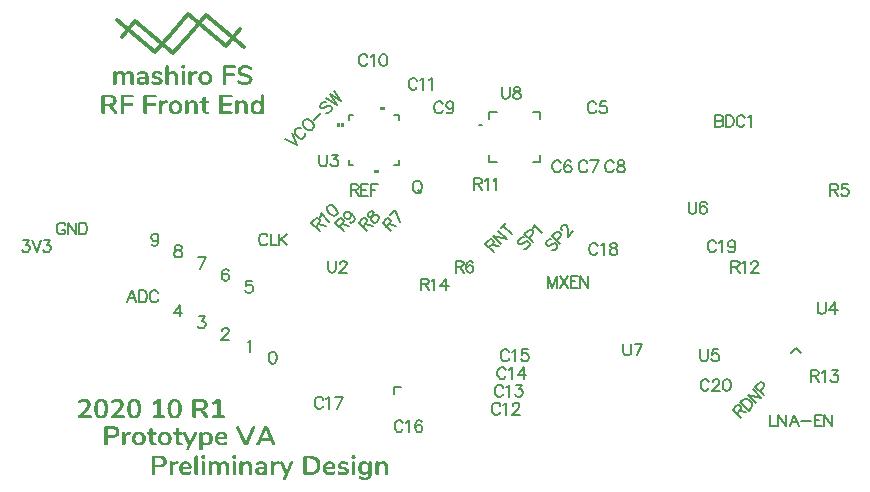
<source format=gto>
%FSTAX23Y23*%
%MOIN*%
%SFA1B1*%

%IPPOS*%
%ADD10C,0.011810*%
%ADD11C,0.007870*%
%LNmashiro_fs-1*%
%LPD*%
G36*
X01239Y01409D02*
X01224D01*
Y01419*
X01239*
Y01409*
G37*
G36*
X01102Y0135D02*
X01092D01*
Y01365*
X01102*
Y0135*
G37*
G36*
X0109D02*
X0108D01*
Y01365*
X0109*
Y0135*
G37*
G36*
X0122Y01198D02*
X01205D01*
Y01208*
X0122*
Y01198*
G37*
G36*
X00649Y00336D02*
X0065Y00336D01*
X00652Y00336*
X00653Y00335*
X00655Y00334*
X00657Y00333*
X00657Y00333*
X00657Y00333*
X00658Y00332*
X00659Y00331*
X0066Y0033*
X00662Y00329*
X00663Y00327*
X00664Y00325*
X00664Y00325*
X00664Y00324*
X00665Y00323*
X00665Y00321*
X00666Y0032*
X00666Y00317*
X00666Y00315*
X00666Y00313*
Y00313*
Y00312*
Y00312*
Y00312*
X00666Y0031*
X00666Y00309*
X00666Y00307*
X00665Y00305*
X00665Y00302*
X00664Y003*
X00664Y003*
X00663Y003*
X00663Y00299*
X00662Y00298*
X00661Y00296*
X0066Y00295*
X00658Y00294*
X00657Y00292*
X00657Y00292*
X00656Y00292*
X00655Y00291*
X00654Y00291*
X00652Y00291*
X00651Y0029*
X00649Y0029*
X00646Y0029*
X00646*
X00645Y0029*
X00644Y0029*
X00642Y0029*
X00641Y0029*
X00639Y00291*
X00638Y00292*
X00638Y00292*
X00637Y00292*
X00637Y00292*
X00636Y00293*
X00635Y00294*
X00634Y00295*
X00633Y00296*
X00632Y00297*
Y00279*
Y00278*
Y00278*
X00632Y00278*
X00632Y00277*
X00631Y00276*
X00631Y00275*
X00631Y00275*
X0063*
X0063Y00275*
X0063Y00274*
X00629Y00274*
X00629Y00274*
X00628Y00274*
X00627Y00274*
X00626Y00273*
X00626*
X00626Y00274*
X00625Y00274*
X00624Y00274*
X00623Y00274*
X00622Y00275*
X00622Y00275*
X00622Y00275*
X00622Y00276*
X00622Y00276*
X00621Y00277*
X00621Y00278*
X00621Y00279*
Y00331*
Y00331*
Y00331*
X00621Y00331*
X00621Y00332*
X00621Y00333*
X00622Y00334*
X00622Y00335*
X00622Y00335*
X00622Y00335*
X00623Y00335*
X00623Y00335*
X00624Y00336*
X00625Y00336*
X00625Y00336*
X00626Y00336*
X00627*
X00627Y00336*
X00628Y00336*
X00629Y00335*
X0063Y00335*
X0063Y00335*
X00631Y00334*
X00631Y00334*
X00631Y00334*
X00631Y00333*
X00632Y00332*
X00632Y00331*
X00632Y00331*
Y00328*
X00632Y00328*
X00632Y00329*
X00633Y0033*
X00633Y0033*
X00634Y00331*
X00635Y00332*
X00636Y00333*
X00638Y00334*
X00638Y00334*
X00638Y00335*
X00639Y00335*
X0064Y00335*
X00642Y00336*
X00643Y00336*
X00645Y00336*
X00646Y00336*
X00647*
X00649Y00336*
G37*
G36*
X00392Y00336D02*
X00392Y00335D01*
X00393Y00335*
X00393*
X00393Y00335*
X00394Y00334*
X00394Y00333*
X00394Y00332*
Y00331*
Y00331*
Y00331*
X00394Y00331*
Y0033*
X00394Y00329*
X00393Y00328*
X00393Y00328*
X00393Y00328*
X00392Y00327*
X00392Y00327*
X00391Y00327*
X00391Y00327*
X0039Y00326*
X00389Y00326*
X00386Y00326*
X00386*
X00385Y00326*
X00384Y00326*
X00383Y00325*
X00382Y00325*
X0038Y00324*
X00379Y00323*
X00378Y00322*
X00378Y00322*
X00378Y00322*
X00377Y00321*
X00377Y0032*
X00376Y00319*
X00376Y00318*
X00376Y00316*
X00376Y00314*
Y00295*
Y00295*
Y00295*
X00375Y00294*
X00375Y00294*
X00375Y00292*
X00374Y00292*
X00374Y00291*
X00374*
X00374Y00291*
X00373Y00291*
X00373Y00291*
X00372Y0029*
X00371Y0029*
X00371Y0029*
X0037Y0029*
X00369*
X00369Y0029*
X00368*
X00367Y0029*
X00366Y00291*
X00366Y00291*
X00365Y00291*
X00365Y00291*
X00365Y00292*
X00365Y00292*
X00365Y00293*
X00364Y00293*
X00364Y00294*
X00364Y00295*
Y00331*
Y00331*
Y00331*
X00364Y00332*
X00364Y00332*
X00365Y00333*
X00365Y00334*
X00366Y00335*
X00366Y00335*
X00366Y00335*
X00366Y00335*
X00367Y00335*
X00368Y00336*
X00369Y00336*
X0037*
X00371Y00336*
X00371*
X00372Y00335*
X00373Y00335*
X00373Y00335*
X00374*
X00374Y00334*
X00374Y00334*
X00374Y00334*
X00375Y00333*
X00375Y00332*
X00375Y00331*
Y00327*
X00375Y00328*
X00375Y00328*
X00376Y00329*
X00376Y0033*
X00377Y00331*
X00378Y00332*
X00379Y00333*
X0038Y00333*
X0038Y00334*
X00381Y00334*
X00381Y00334*
X00382Y00335*
X00383Y00335*
X00385Y00335*
X00386Y00336*
X00388Y00336*
X00389Y00336*
X00391*
X00392Y00336*
G37*
G36*
X00803Y00355D02*
X00804Y00355D01*
X00805Y00355*
X00806Y00354*
X00806Y00354*
X00807Y00354*
X00807Y00354*
X00807Y00353*
X00807Y00353*
X00808Y00352*
X00808Y00351*
X00808Y0035*
Y0035*
X00808Y0035*
X00808Y00349*
X00808Y00348*
X00782Y00293*
Y00293*
X00782Y00293*
X00782Y00292*
X00781Y00291*
X0078Y00291*
X0078*
X0078Y00291*
X00779Y0029*
X00779Y0029*
X00778Y0029*
X00776Y0029*
X00775*
X00775Y0029*
X00774Y0029*
X00773Y00291*
X00772*
X00772Y00291*
X00772Y00291*
X00771Y00292*
X0077Y00293*
X00745Y00348*
Y00348*
X00745Y00348*
X00745Y00349*
X00744Y0035*
X00744Y0035*
Y0035*
Y00351*
X00744Y00351*
X00744Y00352*
X00745Y00352*
X00745Y00353*
X00745Y00353*
X00746Y00354*
X00746Y00354*
X00746Y00354*
X00747Y00354*
X00747Y00355*
X00749Y00355*
X00749Y00355*
X0075Y00356*
X00751*
X00751Y00355*
X00752Y00355*
X00753Y00355*
X00753*
X00753Y00355*
X00754Y00354*
X00755Y00353*
X00755Y00352*
X00776Y00305*
X00797Y00352*
X00798Y00352*
X00798Y00353*
X00798Y00353*
X00799Y00354*
X00799Y00354*
X008Y00355*
X00801Y00355*
X00802Y00356*
X00803*
X00803Y00355*
G37*
G36*
X00844D02*
X00845Y00355D01*
X00847Y00355*
X00847*
X00847Y00354*
X00848Y00354*
X00848Y00353*
X00849Y00352*
X00875Y00297*
X00875Y00297*
X00875Y00297*
X00875Y00296*
X00875Y00295*
Y00295*
Y00295*
X00875Y00294*
X00875Y00294*
X00875Y00293*
X00874Y00293*
X00874Y00292*
X00873Y00291*
X00873*
X00873Y00291*
X00873Y00291*
X00872Y00291*
X00871Y0029*
X0087Y0029*
X0087Y0029*
X00869*
X00869Y0029*
X00868Y0029*
X00867Y00291*
X00867Y00291*
X00866Y00291*
X00865Y00292*
X00865Y00293*
X00859Y00305*
X00827*
X00822Y00293*
Y00293*
X00821Y00293*
X00821Y00292*
X0082Y00291*
X00819Y00291*
X00819Y00291*
X00819Y0029*
X00818Y0029*
X00817Y0029*
X00816*
X00816Y0029*
X00815Y0029*
X00814Y00291*
X00813Y00291*
X00813Y00291*
X00813Y00291*
X00813Y00292*
X00812Y00292*
X00812Y00292*
X00811Y00294*
X00811Y00294*
X00811Y00295*
Y00295*
X00811Y00296*
X00811Y00297*
X00812Y00297*
X00837Y00352*
Y00352*
X00837Y00352*
X00837Y00353*
X00838Y00354*
X00839Y00355*
X00839*
X0084Y00355*
X0084Y00355*
X00841Y00355*
X00842Y00355*
X00843Y00356*
X00844*
X00844Y00355*
G37*
G36*
X00548Y00349D02*
X00549Y00349D01*
X0055Y00348*
X00551Y00348*
X00552Y00347*
X00552Y00347*
X00552Y00347*
X00552Y00347*
X00552Y00346*
X00553Y00345*
X00553Y00344*
X00553Y00344*
Y00335*
X00562*
X00562Y00335*
X00564Y00335*
X00565Y00334*
X00565*
X00565Y00334*
X00565Y00333*
X00566Y00332*
X00566Y00331*
Y00331*
Y00331*
Y0033*
X00566Y0033*
Y0033*
X00566Y00329*
X00565Y00328*
X00565Y00328*
X00565Y00327*
X00564Y00327*
X00564Y00327*
X00563Y00327*
X00561Y00326*
X00553*
Y00306*
Y00306*
Y00305*
Y00305*
X00553Y00305*
X00554Y00304*
X00554Y00302*
X00555Y00301*
X00556Y003*
X00556Y00299*
X00557Y00299*
X00558Y00299*
X00559Y00298*
X00562Y00298*
X00562*
X00563Y00298*
X00563Y00298*
X00564Y00298*
X00565Y00297*
X00566Y00296*
X00566Y00295*
X00567Y00294*
Y00294*
Y00294*
X00566Y00293*
X00566Y00293*
X00566Y00292*
X00566Y00292*
X00565Y00291*
X00565Y00291*
X00565*
X00564Y00291*
X00564Y0029*
X00563Y0029*
X00563Y0029*
X00562Y0029*
X0056*
X00557Y0029*
X00557*
X00556Y0029*
X00556Y0029*
X00555Y00291*
X00554Y00291*
X00552Y00291*
X00551Y00292*
X00549Y00293*
X00548Y00293*
X00547Y00295*
X00545Y00296*
X00544Y00297*
X00543Y00299*
X00542Y00301*
X00542Y00304*
X00542Y00307*
Y00326*
X00537*
X00536Y00327*
X00536*
X00535Y00327*
X00533Y00328*
X00533Y00328*
X00533Y00328*
X00532Y00329*
X00532Y0033*
X00532Y00331*
Y00331*
Y00331*
X00532Y00331*
Y00332*
X00533Y00333*
X00533Y00333*
X00533Y00334*
X00534*
X00534Y00334*
X00534Y00334*
X00534Y00335*
X00535Y00335*
X00537Y00335*
X00542*
Y00344*
Y00344*
Y00344*
X00542Y00344*
X00542Y00345*
X00542Y00346*
X00543Y00347*
X00543Y00347*
X00543Y00348*
X00544Y00348*
X00544Y00348*
X00544Y00348*
X00545Y00349*
X00546Y00349*
X00547Y00349*
X00548Y00349*
X00548*
X00548Y00349*
G37*
G36*
X00462D02*
X00462Y00349D01*
X00464Y00348*
X00464Y00348*
X00465Y00347*
X00465Y00347*
X00465Y00347*
X00465Y00347*
X00466Y00346*
X00466Y00345*
X00466Y00344*
X00467Y00344*
Y00335*
X00475*
X00476Y00335*
X00477Y00335*
X00478Y00334*
X00478*
X00478Y00334*
X00479Y00333*
X00479Y00332*
X0048Y00331*
Y00331*
Y00331*
Y0033*
X00479Y0033*
Y0033*
X00479Y00329*
X00479Y00328*
X00478Y00328*
X00478Y00327*
X00478Y00327*
X00477Y00327*
X00476Y00327*
X00474Y00326*
X00467*
Y00306*
Y00306*
Y00305*
Y00305*
X00467Y00305*
X00467Y00304*
X00467Y00302*
X00468Y00301*
X00469Y003*
X0047Y00299*
X00471Y00299*
X00472Y00299*
X00473Y00298*
X00475Y00298*
X00476*
X00476Y00298*
X00477Y00298*
X00478Y00298*
X00478Y00297*
X00479Y00296*
X0048Y00295*
X0048Y00294*
Y00294*
Y00294*
X0048Y00293*
X0048Y00293*
X00479Y00292*
X00479Y00292*
X00479Y00291*
X00478Y00291*
X00478*
X00478Y00291*
X00477Y0029*
X00477Y0029*
X00476Y0029*
X00475Y0029*
X00473*
X00471Y0029*
X0047*
X0047Y0029*
X00469Y0029*
X00468Y00291*
X00467Y00291*
X00466Y00291*
X00464Y00292*
X00463Y00293*
X00461Y00293*
X0046Y00295*
X00459Y00296*
X00457Y00297*
X00456Y00299*
X00456Y00301*
X00455Y00304*
X00455Y00307*
Y00326*
X0045*
X0045Y00327*
X00449*
X00448Y00327*
X00447Y00328*
X00447Y00328*
X00446Y00328*
X00446Y00329*
X00446Y0033*
X00445Y00331*
Y00331*
Y00331*
X00446Y00331*
Y00332*
X00446Y00333*
X00446Y00333*
X00447Y00334*
X00447*
X00447Y00334*
X00447Y00334*
X00448Y00335*
X00449Y00335*
X0045Y00335*
X00455*
Y00344*
Y00344*
Y00344*
X00455Y00344*
X00455Y00345*
X00456Y00346*
X00456Y00347*
X00457Y00347*
X00457Y00348*
X00457Y00348*
X00457Y00348*
X00458Y00348*
X00458Y00349*
X00459Y00349*
X0046Y00349*
X00461Y00349*
X00461*
X00462Y00349*
G37*
G36*
X00335Y00355D02*
X00335D01*
X00336Y00355*
X00339Y00354*
X00341Y00354*
X00344Y00353*
X00347Y00351*
X00348Y00351*
X00349Y0035*
X00349*
X00349Y00349*
X0035Y00349*
X0035Y00349*
X00351Y00348*
X00352Y00346*
X00353Y00344*
X00354Y00341*
X00355Y00338*
X00355Y00337*
X00355Y00335*
Y00335*
Y00335*
Y00334*
X00355Y00334*
Y00333*
X00354Y00332*
X00354Y0033*
X00353Y00328*
X00352Y00325*
X00352Y00324*
X00351Y00323*
X0035Y00322*
X00349Y00321*
X00349*
X00349Y0032*
X00348Y0032*
X00348Y0032*
X00347Y00319*
X00347Y00319*
X00346Y00319*
X00345Y00318*
X00344Y00317*
X00343Y00317*
X00341Y00317*
X0034Y00316*
X00337Y00316*
X00335Y00316*
X00333Y00315*
X00316*
Y00296*
Y00296*
Y00295*
X00316Y00295*
X00316Y00294*
X00316Y00293*
X00315Y00292*
X00315Y00291*
X00315Y00291*
X00314Y00291*
X00314Y00291*
X00314Y00291*
X00313Y0029*
X00312Y0029*
X00311Y0029*
X0031Y0029*
X0031*
X0031Y0029*
X00309Y0029*
X00308Y00291*
X00307Y00291*
X00306Y00291*
X00306Y00291*
X00306Y00292*
X00306Y00292*
X00305Y00293*
X00305Y00293*
X00305Y00294*
X00305Y00295*
X00305Y00296*
Y00349*
Y00349*
Y0035*
X00305Y0035*
X00305Y00351*
X00305Y00352*
X00306Y00353*
X00306Y00353*
X00306Y00354*
X00306Y00354*
X00307Y00354*
X00307Y00354*
X00308Y00354*
X00308Y00355*
X00309Y00355*
X0031Y00355*
X00334*
X00335Y00355*
G37*
G36*
X00697Y00336D02*
X00699Y00336D01*
X007Y00336*
X00702Y00335*
X00704Y00335*
X00706Y00334*
X00706Y00333*
X00706Y00333*
X00707Y00333*
X00708Y00332*
X00709Y00331*
X00711Y00329*
X00712Y00328*
X00713Y00326*
X00713Y00326*
X00713Y00325*
X00714Y00324*
X00714Y00323*
X00714Y00321*
X00715Y00319*
X00715Y00317*
X00715Y00315*
Y00314*
Y00314*
X00715Y00313*
X00715Y00313*
X00714Y00312*
X00714Y00311*
X00713Y00311*
X00712Y00311*
X00685*
Y00311*
Y0031*
X00685Y0031*
Y0031*
X00685Y00309*
X00685Y00307*
X00686Y00306*
X00686Y00304*
X00687Y00303*
X00688Y00301*
X00688Y00301*
X00689Y00301*
X0069Y003*
X0069Y003*
X00692Y00299*
X00693Y00299*
X00695Y00298*
X00697Y00298*
X00698*
X00699Y00298*
X007Y00299*
X00702Y00299*
X00702*
X00703Y00299*
X00703Y00299*
X00704Y003*
X00704Y003*
X00705Y003*
X00707Y00301*
X00707Y00301*
X00708Y00301*
X00708Y00302*
X00709Y00302*
X0071Y00302*
X00711Y00302*
X00711Y00303*
X00712*
X00712Y00302*
X00713Y00302*
X00714Y00301*
X00714Y00301*
X00714Y00301*
X00715Y003*
X00715Y00298*
Y00298*
Y00298*
X00715Y00297*
X00714Y00297*
X00714Y00296*
X00713Y00295*
X00713Y00294*
X00711Y00293*
X00711Y00293*
X00711Y00293*
X0071Y00293*
X00709Y00292*
X00708Y00292*
X00707Y00291*
X00706Y00291*
X00704Y00291*
X00704*
X00704Y0029*
X00703Y0029*
X00702Y0029*
X00701Y0029*
X007Y0029*
X00697Y0029*
X00696*
X00695Y0029*
X00694Y0029*
X00693Y0029*
X00692Y0029*
X00691Y0029*
X00688Y00291*
X00685Y00292*
X00684Y00293*
X00682Y00294*
X00681Y00295*
X0068Y00296*
X00679Y00296*
X00679Y00296*
X00679Y00297*
X00679Y00297*
X00678Y00298*
X00678Y00298*
X00677Y00299*
X00676Y003*
X00676Y00301*
X00675Y00303*
X00675Y00304*
X00674Y00306*
X00674Y00307*
X00674Y00309*
X00673Y00311*
X00673Y00313*
Y00313*
Y00313*
Y00314*
Y00314*
X00673Y00315*
X00674Y00317*
X00674Y00319*
X00674Y00321*
X00675Y00323*
X00676Y00325*
Y00325*
X00676Y00325*
X00677Y00326*
X00677Y00327*
X00678Y00328*
X00679Y00329*
X00681Y00331*
X00682Y00332*
X00684Y00333*
X00684*
X00684Y00333*
X00685Y00334*
X00686Y00334*
X00687Y00335*
X00689Y00335*
X00691Y00336*
X00693Y00336*
X00695Y00336*
X00696*
X00697Y00336*
G37*
G36*
X00509D02*
X0051Y00336D01*
X00512Y00336*
X00514Y00335*
X00516Y00334*
X00518Y00333*
X00518*
X00518Y00333*
X00519Y00333*
X0052Y00332*
X00521Y00331*
X00523Y0033*
X00524Y00329*
X00525Y00327*
X00526Y00325*
X00526Y00325*
X00527Y00324*
X00527Y00323*
X00528Y00322*
X00528Y0032*
X00529Y00318*
X00529Y00316*
X00529Y00313*
Y00313*
Y00313*
Y00312*
Y00312*
X00529Y0031*
X00529Y00309*
X00528Y00307*
X00528Y00305*
X00527Y00303*
X00526Y003*
X00526Y003*
X00526Y003*
X00525Y00299*
X00524Y00298*
X00523Y00296*
X00522Y00295*
X0052Y00294*
X00518Y00292*
X00518Y00292*
X00517Y00292*
X00516Y00291*
X00515Y00291*
X00513Y00291*
X00511Y0029*
X00509Y0029*
X00506Y0029*
X00505*
X00504Y0029*
X00502Y0029*
X005Y0029*
X00498Y00291*
X00496Y00291*
X00494Y00292*
X00494Y00293*
X00493Y00293*
X00492Y00294*
X00491Y00295*
X0049Y00296*
X00489Y00297*
X00487Y00299*
X00486Y003*
Y00301*
X00486Y00301*
X00486Y00301*
X00485Y00303*
X00485Y00304*
X00484Y00306*
X00484Y00308*
X00483Y0031*
X00483Y00313*
Y00313*
Y00313*
Y00314*
Y00314*
X00483Y00315*
X00484Y00317*
X00484Y00319*
X00484Y00321*
X00485Y00323*
X00486Y00325*
Y00325*
X00486Y00325*
X00487Y00326*
X00487Y00327*
X00488Y00328*
X00489Y0033*
X00491Y00331*
X00492Y00332*
X00494Y00333*
X00494*
X00494Y00333*
X00495Y00334*
X00496Y00334*
X00498Y00335*
X00499Y00335*
X00501Y00336*
X00504Y00336*
X00506Y00336*
X00507*
X00509Y00336*
G37*
G36*
X00422D02*
X00424Y00336D01*
X00426Y00336*
X00428Y00335*
X0043Y00334*
X00432Y00333*
X00432*
X00432Y00333*
X00432Y00333*
X00433Y00332*
X00435Y00331*
X00436Y0033*
X00437Y00329*
X00438Y00327*
X0044Y00325*
X0044Y00325*
X0044Y00324*
X00441Y00323*
X00441Y00322*
X00442Y0032*
X00442Y00318*
X00442Y00316*
X00442Y00313*
Y00313*
Y00313*
Y00312*
Y00312*
X00442Y0031*
X00442Y00309*
X00442Y00307*
X00441Y00305*
X00441Y00303*
X0044Y003*
X0044Y003*
X00439Y003*
X00438Y00299*
X00438Y00298*
X00436Y00296*
X00435Y00295*
X00433Y00294*
X00432Y00292*
X00431Y00292*
X00431Y00292*
X0043Y00291*
X00428Y00291*
X00426Y00291*
X00424Y0029*
X00422Y0029*
X0042Y0029*
X00418*
X00417Y0029*
X00416Y0029*
X00414Y0029*
X00412Y00291*
X00409Y00291*
X00407Y00292*
X00407Y00293*
X00407Y00293*
X00406Y00294*
X00405Y00295*
X00403Y00296*
X00402Y00297*
X00401Y00299*
X00399Y003*
Y00301*
X00399Y00301*
X00399Y00301*
X00398Y00303*
X00398Y00304*
X00398Y00306*
X00397Y00308*
X00397Y0031*
X00397Y00313*
Y00313*
Y00313*
Y00314*
Y00314*
X00397Y00315*
X00397Y00317*
X00397Y00319*
X00398Y00321*
X00398Y00323*
X00399Y00325*
Y00325*
X004Y00325*
X004Y00326*
X00401Y00327*
X00402Y00328*
X00403Y0033*
X00404Y00331*
X00406Y00332*
X00407Y00333*
X00408*
X00408Y00333*
X00408Y00334*
X00409Y00334*
X00411Y00335*
X00413Y00335*
X00415Y00336*
X00417Y00336*
X0042Y00336*
X00421*
X00422Y00336*
G37*
G36*
X00574Y00336D02*
X00575Y00336D01*
X00576Y00335*
X00576*
X00576Y00335*
X00577Y00335*
X00577Y00334*
X00578Y00333*
X00591Y00304*
X00604Y00333*
Y00333*
X00604Y00333*
X00604Y00334*
X00605Y00334*
X00606Y00335*
X00606*
X00606Y00335*
X00606Y00336*
X00607Y00336*
X00608Y00336*
X00609*
X00609Y00336*
X0061*
X00611Y00335*
X00612Y00335*
X00612Y00335*
X00612Y00334*
X00612Y00334*
X00613Y00334*
X00614Y00332*
X00614Y00332*
X00614Y00331*
Y00331*
Y0033*
X00614Y0033*
X00613Y00329*
X00588Y00277*
X00588Y00276*
X00588Y00276*
X00588Y00276*
X00587Y00275*
X00586Y00274*
X00586Y00274*
X00585Y00274*
X00583Y00273*
X00583*
X00583Y00274*
X00582Y00274*
X00581Y00274*
X0058Y00274*
X0058Y00275*
X0058Y00275*
X00579Y00275*
X00579Y00276*
X00578Y00277*
X00578Y00277*
X00578Y00278*
Y00278*
X00578Y00279*
X00578Y00279*
X00579Y0028*
X00585Y00293*
X00568Y00329*
X00568Y00329*
X00568Y0033*
X00567Y0033*
X00567Y00331*
Y00331*
Y00331*
X00567Y00332*
X00568Y00332*
X00568Y00333*
X00568Y00333*
X00568Y00334*
X00569Y00335*
X00569Y00335*
X00569Y00335*
X0057Y00335*
X0057Y00335*
X00572Y00336*
X00572Y00336*
X00573Y00336*
X00574*
X00574Y00336*
G37*
G36*
X01136Y00258D02*
X01137Y00257D01*
X01138Y00257*
X01139Y00257*
X0114Y00256*
X0114Y00256*
X0114Y00256*
X0114Y00255*
X01141Y00255*
X01141Y00254*
X01141Y00253*
X01142Y00253*
X01142Y00252*
Y00251*
Y00251*
X01142Y00251*
X01142Y0025*
X01141Y00249*
X01141Y00248*
X0114Y00248*
X0114Y00247*
X0114Y00247*
X0114Y00247*
X01139Y00247*
X01139Y00246*
X01138Y00246*
X01137Y00246*
X01136Y00246*
X01135Y00245*
X01134*
X01134Y00246*
X01133Y00246*
X01132Y00246*
X01131Y00246*
X0113Y00247*
X0113Y00247*
X0113Y00247*
X01129Y00248*
X01129Y00248*
X01129Y00249*
X01128Y0025*
X01128Y00251*
X01128Y00252*
Y00252*
Y00252*
X01128Y00253*
X01128Y00253*
X01129Y00254*
X01129Y00255*
X01129Y00255*
X0113Y00256*
X0113Y00256*
X0113Y00256*
X01131Y00257*
X01131Y00257*
X01132Y00257*
X01133Y00257*
X01134Y00258*
X01135Y00258*
X01135*
X01136Y00258*
G37*
G36*
X00739D02*
X00739Y00257D01*
X00741Y00257*
X00742Y00257*
X00743Y00256*
X00743Y00256*
X00743Y00256*
X00743Y00255*
X00744Y00255*
X00744Y00254*
X00744Y00253*
X00745Y00253*
X00745Y00252*
Y00251*
Y00251*
X00745Y00251*
X00744Y0025*
X00744Y00249*
X00744Y00248*
X00743Y00248*
X00743Y00247*
X00743Y00247*
X00742Y00247*
X00742Y00247*
X00741Y00246*
X00741Y00246*
X0074Y00246*
X00739Y00246*
X00738Y00245*
X00737*
X00737Y00246*
X00736Y00246*
X00734Y00246*
X00734Y00246*
X00733Y00247*
X00733Y00247*
X00733Y00247*
X00732Y00248*
X00732Y00248*
X00732Y00249*
X00731Y0025*
X00731Y00251*
X00731Y00252*
Y00252*
Y00252*
X00731Y00253*
X00731Y00253*
X00731Y00254*
X00732Y00255*
X00732Y00255*
X00733Y00256*
X00733Y00256*
X00733Y00256*
X00734Y00257*
X00734Y00257*
X00735Y00257*
X00736Y00257*
X00737Y00258*
X00738Y00258*
X00738*
X00739Y00258*
G37*
G36*
X00635D02*
X00636Y00257D01*
X00638Y00257*
X00639Y00257*
X00639Y00256*
X00639Y00256*
X0064Y00256*
X0064Y00255*
X0064Y00255*
X00641Y00254*
X00641Y00253*
X00641Y00253*
X00641Y00252*
Y00251*
Y00251*
X00641Y00251*
X00641Y0025*
X00641Y00249*
X0064Y00248*
X0064Y00248*
X00639Y00247*
X00639Y00247*
X00639Y00247*
X00639Y00247*
X00638Y00246*
X00637Y00246*
X00636Y00246*
X00635Y00246*
X00634Y00245*
X00634*
X00633Y00246*
X00633Y00246*
X00631Y00246*
X0063Y00246*
X00629Y00247*
X00629Y00247*
X00629Y00247*
X00629Y00248*
X00628Y00248*
X00628Y00249*
X00628Y0025*
X00628Y00251*
X00628Y00252*
Y00252*
Y00252*
X00628Y00253*
X00628Y00253*
X00628Y00254*
X00628Y00255*
X00629Y00255*
X00629Y00256*
X0063Y00256*
X0063Y00256*
X0063Y00257*
X00631Y00257*
X00631Y00257*
X00632Y00257*
X00633Y00258*
X00634Y00258*
X00635*
X00635Y00258*
G37*
G36*
X00896Y00237D02*
X00896Y00237D01*
X00897Y00236*
X00897*
X00898Y00236*
X00898Y00236*
X00899Y00235*
X00899Y00234*
X00912Y00206*
X00925Y00234*
Y00234*
X00925Y00234*
X00925Y00235*
X00926Y00236*
X00927Y00236*
X00927*
X00927Y00236*
X00928Y00237*
X00929Y00237*
X0093Y00237*
X0093*
X0093Y00237*
X00931*
X00932Y00237*
X00933Y00236*
X00933Y00236*
X00934Y00236*
X00934Y00236*
X00934Y00235*
X00935Y00234*
X00935Y00233*
X00935Y00232*
Y00232*
Y00232*
X00935Y00231*
X00935Y0023*
X0091Y00178*
X00909Y00178*
X00909Y00177*
X00909Y00177*
X00908Y00176*
X00908Y00176*
X00907Y00175*
X00906Y00175*
X00905Y00175*
X00904*
X00904Y00175*
X00903Y00175*
X00902Y00175*
X00902Y00176*
X00901Y00176*
X00901Y00176*
X00901Y00176*
X009Y00177*
X009Y00178*
X00899Y00179*
X00899Y00179*
Y0018*
X00899Y0018*
X009Y00181*
X009Y00182*
X00906Y00195*
X00889Y0023*
X00889Y0023*
X00889Y00231*
X00889Y00231*
Y00231*
X00888Y0023*
X00888Y0023*
X00888Y00229*
X00887Y00229*
X00887Y00229*
X00887Y00228*
X00886Y00228*
X00885Y00228*
X00884Y00228*
X00883Y00227*
X00881Y00227*
X0088*
X0088Y00227*
X00879Y00227*
X00878Y00227*
X00876Y00226*
X00875Y00225*
X00874Y00225*
X00873Y00224*
X00872Y00223*
X00872Y00223*
X00872Y00222*
X00871Y00221*
X00871Y0022*
X0087Y00219*
X0087Y00217*
X0087Y00216*
Y00196*
Y00196*
Y00196*
X0087Y00196*
X0087Y00195*
X00869Y00194*
X00869Y00193*
X00868Y00192*
X00868*
X00868Y00192*
X00868Y00192*
X00867Y00192*
X00867Y00192*
X00866Y00191*
X00865Y00191*
X00864Y00191*
X00864*
X00863Y00191*
X00863*
X00861Y00192*
X00861Y00192*
X0086Y00192*
X0086Y00192*
X0086Y00193*
X0086Y00193*
X00859Y00193*
X00859Y00194*
X00859Y00195*
X00859Y00196*
X00859Y00196*
Y00232*
Y00232*
Y00232*
X00859Y00233*
X00859Y00233*
X00859Y00235*
X0086Y00235*
X0086Y00236*
X0086Y00236*
X00861Y00236*
X00861Y00236*
X00861Y00237*
X00863Y00237*
X00863Y00237*
X00865*
X00865Y00237*
X00866*
X00867Y00237*
X00867Y00236*
X00868Y00236*
X00868*
X00868Y00236*
X00868Y00235*
X00869Y00235*
X00869Y00234*
X00869Y00233*
X0087Y00232*
Y00229*
X0087Y00229*
X0087Y00229*
X0087Y0023*
X00871Y00231*
X00871Y00232*
X00872Y00233*
X00873Y00234*
X00875Y00235*
X00875Y00235*
X00875Y00235*
X00876Y00235*
X00877Y00236*
X00878Y00236*
X00879Y00237*
X00881Y00237*
X00882Y00237*
X00884Y00237*
X00885*
X00886Y00237*
X00887Y00237*
X00887Y00236*
X00888*
X00888Y00236*
X00888Y00235*
X00889Y00234*
X00889Y00234*
X00889Y00234*
X00889Y00235*
X0089Y00235*
X0089Y00236*
X0089Y00236*
X00891Y00236*
X00891Y00236*
X00892Y00237*
X00893Y00237*
X00894Y00237*
X00895Y00237*
X00895*
X00896Y00237*
G37*
G36*
X01235Y00237D02*
X01236D01*
X01237Y00237*
X01239Y00237*
X01241Y00236*
X01243Y00236*
X01244Y00234*
X01246Y00233*
X01246Y00233*
X01247Y00232*
X01247Y00231*
X01248Y00229*
X01249Y00227*
X0125Y00225*
X0125Y00222*
X0125Y00219*
Y00196*
Y00196*
Y00196*
X0125Y00196*
X0125Y00195*
X0125Y00194*
X01249Y00193*
X01249Y00192*
X01248*
X01248Y00192*
X01248Y00192*
X01248Y00192*
X01247Y00192*
X01246Y00191*
X01245Y00191*
X01244Y00191*
X01244*
X01243Y00191*
X01243Y00191*
X01241Y00192*
X01241Y00192*
X0124Y00192*
X0124Y00193*
X0124Y00193*
X0124Y00193*
X01239Y00194*
X01239Y00194*
X01239Y00195*
X01239Y00196*
X01239Y00196*
Y00218*
Y00218*
Y00219*
Y00219*
X01239Y0022*
X01238Y00221*
X01238Y00223*
X01238Y00224*
X01237Y00225*
X01237Y00226*
X01237Y00226*
X01236Y00226*
X01236Y00227*
X01235Y00227*
X01234Y00228*
X01233Y00228*
X01232Y00228*
X0123Y00228*
X0123*
X01229Y00228*
X01228Y00228*
X01226Y00228*
X01225Y00227*
X01224Y00226*
X01222Y00225*
X01222Y00225*
X01222Y00225*
X01222Y00224*
X01221Y00223*
X0122Y00222*
X0122Y0022*
X0122Y00219*
X0122Y00217*
Y00196*
Y00196*
Y00196*
X01219Y00196*
X01219Y00195*
X01219Y00194*
X01218Y00193*
X01218Y00192*
X01218*
X01218Y00192*
X01217Y00192*
X01217Y00192*
X01216Y00192*
X01215Y00191*
X01215Y00191*
X01214Y00191*
X01213*
X01213Y00191*
X01212Y00191*
X01211Y00192*
X0121Y00192*
X0121Y00192*
X0121Y00193*
X01209Y00193*
X01209Y00193*
X01209Y00194*
X01209Y00194*
X01208Y00195*
X01208Y00196*
X01208Y00196*
Y00232*
Y00232*
Y00232*
X01208Y00233*
X01208Y00233*
X01209Y00235*
X01209Y00235*
X0121Y00236*
X0121Y00236*
X0121Y00236*
X0121Y00236*
X01211Y00237*
X01211Y00237*
X01212Y00237*
X01213Y00237*
X01214Y00237*
X01214*
X01215Y00237*
X01215*
X01217Y00237*
X01217Y00236*
X01218Y00236*
X01218Y00236*
X01218Y00236*
X01218Y00235*
X01219Y00235*
X01219Y00234*
X01219Y00233*
X01219Y00232*
Y0023*
X01219Y0023*
X0122Y0023*
X0122Y00231*
X01221Y00232*
X01222Y00233*
X01223Y00234*
X01224Y00235*
X01225Y00235*
X01226Y00236*
X01226Y00236*
X01227Y00236*
X01228Y00236*
X01229Y00237*
X01231Y00237*
X01232Y00237*
X01234Y00237*
X01235*
X01235Y00237*
G37*
G36*
X00783D02*
X00783D01*
X00784Y00237*
X00786Y00237*
X00788Y00236*
X0079Y00236*
X00792Y00234*
X00793Y00233*
X00794Y00233*
X00794Y00232*
X00795Y00231*
X00795Y00229*
X00796Y00227*
X00797Y00225*
X00797Y00222*
X00797Y00219*
Y00196*
Y00196*
Y00196*
X00797Y00196*
X00797Y00195*
X00797Y00194*
X00796Y00193*
X00796Y00192*
X00796*
X00796Y00192*
X00795Y00192*
X00795Y00192*
X00794Y00192*
X00793Y00191*
X00793Y00191*
X00792Y00191*
X00791*
X00791Y00191*
X0079Y00191*
X00789Y00192*
X00788Y00192*
X00788Y00192*
X00787Y00193*
X00787Y00193*
X00787Y00193*
X00787Y00194*
X00786Y00194*
X00786Y00195*
X00786Y00196*
X00786Y00196*
Y00218*
Y00218*
Y00219*
Y00219*
X00786Y0022*
X00786Y00221*
X00786Y00223*
X00785Y00224*
X00785Y00225*
X00784Y00226*
X00784Y00226*
X00784Y00226*
X00783Y00227*
X00783Y00227*
X00782Y00228*
X00781Y00228*
X00779Y00228*
X00778Y00228*
X00777*
X00776Y00228*
X00775Y00228*
X00774Y00228*
X00772Y00227*
X00771Y00226*
X0077Y00225*
X0077Y00225*
X00769Y00225*
X00769Y00224*
X00768Y00223*
X00768Y00222*
X00767Y0022*
X00767Y00219*
X00767Y00217*
Y00196*
Y00196*
Y00196*
X00767Y00196*
X00767Y00195*
X00766Y00194*
X00766Y00193*
X00765Y00192*
X00765*
X00765Y00192*
X00765Y00192*
X00764Y00192*
X00764Y00192*
X00763Y00191*
X00762Y00191*
X00761Y00191*
X00761*
X0076Y00191*
X0076Y00191*
X00758Y00192*
X00758Y00192*
X00757Y00192*
X00757Y00193*
X00757Y00193*
X00757Y00193*
X00756Y00194*
X00756Y00194*
X00756Y00195*
X00756Y00196*
X00755Y00196*
Y00232*
Y00232*
Y00232*
X00756Y00233*
X00756Y00233*
X00756Y00235*
X00757Y00235*
X00757Y00236*
X00757Y00236*
X00757Y00236*
X00758Y00236*
X00758Y00237*
X00759Y00237*
X00759Y00237*
X0076Y00237*
X00761Y00237*
X00762*
X00762Y00237*
X00763*
X00764Y00237*
X00765Y00236*
X00765Y00236*
X00765Y00236*
X00765Y00236*
X00766Y00235*
X00766Y00235*
X00766Y00234*
X00767Y00233*
X00767Y00232*
Y0023*
X00767Y0023*
X00767Y0023*
X00768Y00231*
X00768Y00232*
X00769Y00233*
X0077Y00234*
X00771Y00235*
X00773Y00235*
X00773Y00236*
X00773Y00236*
X00774Y00236*
X00775Y00236*
X00777Y00237*
X00778Y00237*
X0078Y00237*
X00781Y00237*
X00782*
X00783Y00237*
G37*
G36*
X00706D02*
X00708Y00237D01*
X0071Y00237*
X00711Y00236*
X00713Y00236*
X00715Y00235*
X00717Y00233*
X00717Y00233*
X00717Y00232*
X00718Y00231*
X00719Y0023*
X00719Y00228*
X0072Y00227*
X0072Y00225*
X0072Y00224*
X0072Y00222*
X0072Y00221*
Y00219*
Y00196*
Y00196*
Y00196*
X0072Y00196*
X0072Y00195*
X0072Y00194*
X00719Y00193*
X00719Y00192*
X00719*
X00719Y00192*
X00718Y00192*
X00718Y00192*
X00717Y00192*
X00716Y00191*
X00716Y00191*
X00715Y00191*
X00714*
X00714Y00191*
X00713*
X00712Y00192*
X00711Y00192*
X00711Y00192*
X0071Y00192*
X0071Y00193*
X0071Y00193*
X0071Y00193*
X00709Y00194*
X00709Y00195*
X00709Y00196*
X00709Y00196*
Y00219*
Y00219*
Y00219*
Y0022*
X00709Y00221*
X00709Y00222*
X00708Y00223*
X00708Y00224*
X00708Y00225*
X00707Y00226*
X00707Y00226*
X00707Y00227*
X00706Y00227*
X00706Y00227*
X00705Y00228*
X00704Y00228*
X00703Y00228*
X00702Y00228*
X00701*
X007Y00228*
X00699Y00228*
X00698Y00228*
X00697Y00227*
X00696Y00226*
X00695Y00225*
X00694Y00225*
X00694Y00225*
X00694Y00224*
X00693Y00223*
X00693Y00222*
X00692Y0022*
X00692Y00219*
X00692Y00217*
Y00196*
Y00196*
Y00196*
X00692Y00196*
X00692Y00195*
X00691Y00194*
X00691Y00193*
X0069Y00192*
X0069*
X0069Y00192*
X0069Y00192*
X00689Y00192*
X00688Y00191*
X00687Y00191*
X00686Y00191*
X00686*
X00685Y00191*
X00685*
X00683Y00192*
X00683Y00192*
X00682Y00192*
X00682Y00192*
X00682Y00193*
X00682Y00193*
X00681Y00193*
X00681Y00194*
X00681Y00195*
X00681Y00196*
X0068Y00196*
Y00219*
Y00219*
Y00219*
Y0022*
X0068Y00221*
X0068Y00222*
X0068Y00223*
X0068Y00224*
X00679Y00225*
X00679Y00226*
X00679Y00226*
X00678Y00227*
X00678Y00227*
X00677Y00227*
X00677Y00228*
X00676Y00228*
X00674Y00228*
X00673Y00228*
X00672*
X00672Y00228*
X00671Y00228*
X00669Y00228*
X00668Y00227*
X00667Y00226*
X00666Y00225*
X00666Y00225*
X00666Y00225*
X00665Y00224*
X00665Y00223*
X00664Y00222*
X00664Y0022*
X00664Y00219*
X00663Y00217*
Y00196*
Y00196*
Y00196*
X00663Y00196*
X00663Y00195*
X00663Y00194*
X00662Y00193*
X00662Y00192*
X00662*
X00662Y00192*
X00661Y00192*
X00661Y00192*
X0066Y00192*
X00659Y00191*
X00659Y00191*
X00658Y00191*
X00657*
X00657Y00191*
X00656*
X00655Y00192*
X00654Y00192*
X00654Y00192*
X00653Y00192*
X00653Y00193*
X00653Y00193*
X00653Y00193*
X00653Y00194*
X00652Y00195*
X00652Y00196*
X00652Y00196*
Y00232*
Y00232*
Y00232*
X00652Y00233*
X00652Y00233*
X00653Y00235*
X00653Y00235*
X00654Y00236*
X00654Y00236*
X00654Y00236*
X00654Y00236*
X00655Y00237*
X00656Y00237*
X00657Y00237*
X00658*
X00659Y00237*
X00659*
X0066Y00237*
X00661Y00236*
X00662Y00236*
X00662*
X00662Y00236*
X00662Y00235*
X00663Y00235*
X00663Y00234*
X00663Y00233*
X00663Y00232*
Y0023*
X00663Y0023*
X00664Y0023*
X00664Y00231*
X00665Y00232*
X00666Y00233*
X00667Y00234*
X00668Y00235*
X00669Y00236*
X00669Y00236*
X00669Y00236*
X0067Y00236*
X00671Y00237*
X00672Y00237*
X00674Y00237*
X00675Y00237*
X00677Y00237*
X00678*
X00679Y00237*
X00679Y00237*
X0068Y00237*
X00682Y00236*
X00684Y00236*
X00685Y00235*
X00686Y00235*
X00687Y00234*
X00688Y00233*
X00689Y00232*
X0069Y0023*
X0069Y00229*
X00691Y00229*
X00691Y0023*
X00691Y0023*
X00692Y00231*
X00693Y00232*
X00694Y00233*
X00695Y00234*
X00696Y00235*
X00697Y00235*
X00697Y00236*
X00698Y00236*
X00699Y00236*
X007Y00237*
X00702Y00237*
X00703Y00237*
X00705Y00237*
X00706*
X00706Y00237*
G37*
G36*
X00549Y00237D02*
X0055Y00237D01*
X0055Y00236*
X0055*
X00551Y00236*
X00551Y00235*
X00552Y00234*
X00552Y00234*
Y00233*
Y00233*
Y00232*
X00552Y00232*
Y00231*
X00551Y0023*
X00551Y0023*
X0055Y00229*
X0055Y00229*
X0055Y00229*
X0055Y00228*
X00549Y00228*
X00548Y00228*
X00547Y00228*
X00546Y00227*
X00543Y00227*
X00543*
X00543Y00227*
X00542Y00227*
X0054Y00227*
X00539Y00226*
X00538Y00225*
X00536Y00225*
X00535Y00224*
X00535Y00223*
X00535Y00223*
X00535Y00222*
X00534Y00221*
X00534Y0022*
X00533Y00219*
X00533Y00217*
X00533Y00216*
Y00196*
Y00196*
Y00196*
X00533Y00196*
X00533Y00195*
X00532Y00194*
X00532Y00193*
X00531Y00192*
X00531*
X00531Y00192*
X00531Y00192*
X0053Y00192*
X0053Y00192*
X00529Y00191*
X00528Y00191*
X00527Y00191*
X00527*
X00526Y00191*
X00526*
X00524Y00192*
X00524Y00192*
X00523Y00192*
X00523Y00192*
X00523Y00193*
X00523Y00193*
X00522Y00193*
X00522Y00194*
X00522Y00195*
X00522Y00196*
X00522Y00196*
Y00232*
Y00232*
Y00232*
X00522Y00233*
X00522Y00233*
X00522Y00235*
X00523Y00235*
X00523Y00236*
X00523Y00236*
X00523Y00236*
X00524Y00236*
X00524Y00237*
X00526Y00237*
X00526Y00237*
X00528*
X00528Y00237*
X00529*
X0053Y00237*
X0053Y00236*
X00531Y00236*
X00531*
X00531Y00236*
X00531Y00235*
X00532Y00235*
X00532Y00234*
X00532Y00233*
X00532Y00232*
Y00229*
X00533Y00229*
X00533Y00229*
X00533Y0023*
X00534Y00231*
X00534Y00232*
X00535Y00233*
X00536Y00234*
X00538Y00235*
X00538Y00235*
X00538Y00235*
X00539Y00235*
X0054Y00236*
X00541Y00236*
X00542Y00237*
X00544Y00237*
X00545Y00237*
X00547Y00237*
X00548*
X00549Y00237*
G37*
G36*
X01104Y00237D02*
X01105Y00237D01*
X01107Y00237*
X01109Y00236*
X01109*
X0111Y00236*
X0111Y00236*
X01111Y00236*
X01112Y00235*
X01113Y00235*
X01116Y00234*
X01116Y00234*
X01116Y00233*
X01117Y00233*
X01117Y00232*
X01118Y00232*
X01118Y00231*
X01118Y0023*
X01119Y00229*
Y00229*
Y00229*
Y00228*
X01118Y00228*
X01118Y00227*
X01118Y00226*
X01117Y00225*
X01117Y00225*
X01116Y00225*
X01115Y00225*
X01114*
X01114Y00225*
X01113Y00225*
X01113Y00225*
X01112Y00225*
X01112Y00226*
X01111Y00226*
X01111Y00226*
X0111Y00226*
X0111Y00227*
X01109Y00227*
X01108Y00228*
X01106Y00228*
X01106*
X01106Y00228*
X01105Y00229*
X01105Y00229*
X01104Y00229*
X01103Y00229*
X01102Y00229*
X01101*
X011Y00229*
X01099*
X01098Y00228*
X01097Y00228*
X01096Y00228*
X01096Y00227*
X01096Y00227*
X01095Y00227*
X01095Y00227*
X01094Y00225*
X01094Y00225*
X01094Y00224*
Y00224*
Y00224*
X01094Y00223*
X01094Y00223*
X01094Y00222*
X01095Y00221*
X01095Y00221*
X01096Y0022*
X01096*
X01096Y0022*
X01097Y0022*
X01098Y0022*
X01099Y00219*
X011Y00219*
X01102Y00218*
X01104Y00218*
X01104*
X01104Y00218*
X01105Y00218*
X01106Y00217*
X01107Y00217*
X01109Y00217*
X0111Y00216*
X01112Y00216*
X01113Y00215*
X01114Y00215*
X01114Y00215*
X01115Y00214*
X01115Y00214*
X01116Y00213*
X01117Y00213*
X01118Y00212*
X01118Y00211*
X01119Y00211*
X01119Y0021*
X01119Y0021*
X01119Y00209*
X01119Y00208*
X0112Y00207*
X0112Y00206*
X0112Y00204*
Y00204*
Y00204*
Y00204*
X0112Y00203*
X0112Y00202*
X01119Y00201*
X01119Y00199*
X01118Y00198*
X01116Y00196*
X01116Y00195*
X01115Y00195*
X01114Y00194*
X01114Y00194*
X01113Y00193*
X01111Y00193*
X01109Y00192*
X01107Y00191*
X01104Y00191*
X01101Y00191*
X011*
X01099Y00191*
X01098*
X01097Y00191*
X01095Y00191*
X01093Y00192*
X0109Y00192*
X01087Y00193*
X01085Y00195*
X01085Y00195*
X01084Y00195*
X01084Y00195*
X01083Y00196*
X01083Y00197*
X01082Y00198*
X01082Y00199*
X01082Y002*
Y002*
Y002*
X01082Y00201*
X01082Y00202*
X01083Y00203*
X01083Y00203*
X01084Y00203*
X01084Y00204*
X01085Y00204*
X01086*
X01086Y00204*
X01086Y00204*
X01087Y00203*
X01088Y00203*
X01089Y00203*
X0109Y00202*
X0109*
X0109Y00202*
X01091Y00202*
X01091Y00202*
X01093Y00201*
X01095Y002*
X01095*
X01095Y002*
X01096Y002*
X01097Y002*
X01098Y002*
X01099Y002*
X011Y00199*
X01102*
X01102Y002*
X01103*
X01105Y002*
X01106Y002*
X01107Y00201*
X01107Y00201*
X01107Y00201*
X01108Y00202*
X01109Y00203*
X01109Y00204*
X01109Y00204*
Y00204*
Y00205*
X01109Y00205*
X01109Y00206*
X01108Y00207*
X01108Y00207*
X01108Y00207*
X01107Y00208*
X01107Y00208*
X01106Y00208*
X01105Y00208*
X01105*
X01105Y00209*
X01104Y00209*
X01104Y00209*
X01103Y00209*
X01102Y0021*
X011Y0021*
X01099Y0021*
X01098*
X01098Y0021*
X01098*
X01097Y00211*
X01096Y00211*
X01094Y00211*
X01092Y00212*
X0109Y00213*
X01088Y00214*
X01087Y00215*
X01087Y00215*
X01086Y00216*
X01086Y00216*
X01085Y00217*
X01085Y00218*
X01084Y0022*
X01083Y00222*
X01083Y00223*
Y00224*
Y00224*
X01083Y00225*
X01084Y00226*
X01084Y00227*
X01084Y00228*
X01085Y00229*
X01086Y00231*
X01086Y00231*
X01086Y00231*
X01087Y00232*
X01087Y00232*
X01088Y00233*
X0109Y00234*
X01091Y00235*
X01092Y00236*
X01092Y00236*
X01093Y00236*
X01094Y00236*
X01095Y00237*
X01096Y00237*
X01098Y00237*
X011Y00237*
X01102Y00237*
X01103*
X01104Y00237*
G37*
G36*
X00994Y00256D02*
X00996Y00256D01*
X00997Y00256*
X00999Y00255*
X01001Y00255*
X01003Y00255*
X01005Y00254*
X01007Y00253*
X01009Y00253*
X01011Y00252*
X01013Y0025*
X01015Y00249*
X01016Y00248*
X01016Y00248*
X01017Y00247*
X01017Y00247*
X01018Y00246*
X01018Y00245*
X01019Y00244*
X0102Y00243*
X01021Y00242*
X01022Y0024*
X01022Y00238*
X01023Y00236*
X01024Y00234*
X01024Y00232*
X01025Y00229*
X01025Y00227*
X01025Y00224*
Y00224*
Y00223*
Y00222*
X01025Y00221*
X01025Y0022*
X01025Y00218*
X01024Y00217*
X01024Y00215*
X01024Y00213*
X01023Y00211*
X01022Y00209*
X01021Y00207*
X0102Y00205*
X01019Y00203*
X01018Y00202*
X01016Y002*
X01016Y002*
X01016Y002*
X01015Y00199*
X01015Y00199*
X01014Y00198*
X01013Y00197*
X01011Y00197*
X0101Y00196*
X01008Y00195*
X01007Y00194*
X01004Y00194*
X01002Y00193*
X01Y00192*
X00997Y00192*
X00995Y00192*
X00992Y00192*
X00973*
X00973Y00192*
X00972Y00192*
X00971Y00192*
X0097Y00192*
X00969Y00193*
X00969Y00193*
X00969Y00193*
X00969Y00194*
X00969Y00194*
X00968Y00195*
X00968Y00195*
X00968Y00196*
X00968Y00197*
Y00251*
Y00251*
Y00251*
X00968Y00251*
X00968Y00252*
X00968Y00253*
X00969Y00254*
X00969Y00255*
X00969Y00255*
X0097Y00255*
X0097Y00255*
X0097Y00255*
X00971Y00256*
X00972Y00256*
X00973Y00256*
X00974Y00256*
X00993*
X00994Y00256*
G37*
G36*
X0083Y00237D02*
X00831D01*
X00832Y00237*
X00834Y00237*
X00836Y00236*
X00838Y00236*
X00841Y00234*
X00842Y00233*
X00843Y00233*
X00843Y00232*
X00844Y00231*
X00845Y00229*
X00846Y00227*
X00846Y00225*
X00847Y00222*
X00847Y00219*
Y00196*
Y00196*
Y00196*
X00847Y00196*
X00847Y00195*
X00846Y00194*
X00846Y00193*
X00845Y00192*
X00845*
X00845Y00192*
X00845Y00192*
X00844Y00192*
X00844Y00192*
X00843Y00191*
X00842Y00191*
X00841Y00191*
X00841*
X00841Y00191*
X0084Y00191*
X00839Y00192*
X00838Y00192*
X00838Y00193*
X00837Y00193*
X00837Y00193*
X00837Y00193*
X00837Y00194*
X00836Y00195*
X00836Y00196*
X00836Y00196*
Y00198*
X00836Y00198*
X00836Y00198*
X00835Y00197*
X00835Y00196*
X00834Y00196*
X00833Y00195*
X00832Y00194*
X00831Y00193*
X00831Y00193*
X00831Y00192*
X0083Y00192*
X00829Y00192*
X00828Y00191*
X00826Y00191*
X00825Y00191*
X00823Y00191*
X00823*
X00822Y00191*
X00821Y00191*
X00819Y00191*
X00818Y00192*
X00817Y00192*
X00815Y00193*
X00815Y00193*
X00815Y00193*
X00814Y00193*
X00813Y00194*
X00812Y00195*
X00811Y00196*
X0081Y00196*
X00809Y00198*
X00809Y00198*
X00809Y00198*
X00809Y00199*
X00808Y002*
X00808Y00201*
X00808Y00202*
X00807Y00203*
X00807Y00205*
Y00205*
Y00206*
X00807Y00207*
X00808Y00208*
X00808Y00209*
X00808Y0021*
X00809Y00211*
X0081Y00213*
X0081Y00213*
X0081Y00213*
X00811Y00214*
X00812Y00214*
X00813Y00215*
X00814Y00216*
X00816Y00216*
X00818Y00217*
X00818*
X00818Y00217*
X00819*
X00819Y00217*
X0082Y00217*
X0082Y00217*
X00821Y00217*
X00822Y00217*
X00824Y00218*
X00827Y00218*
X0083Y00218*
X00836*
Y0022*
Y0022*
Y00221*
X00836Y00222*
X00836Y00223*
X00836Y00224*
X00835Y00225*
X00835Y00226*
X00834Y00227*
X00834Y00227*
X00834Y00227*
X00833Y00227*
X00833Y00228*
X00832Y00228*
X00831Y00228*
X00829Y00229*
X00828Y00229*
X00827*
X00826Y00229*
X00825Y00229*
X00824Y00228*
X00822Y00228*
X00822*
X00822Y00228*
X00821Y00228*
X00821Y00227*
X0082Y00227*
X00819Y00227*
X00817Y00226*
X00816Y00226*
X00816*
X00816Y00225*
X00815Y00225*
X00815Y00225*
X00814Y00225*
X00813Y00225*
X00812*
X00812Y00225*
X00811Y00225*
X0081Y00226*
X0081Y00226*
X00809Y00227*
X00809Y00228*
X00809Y00229*
Y00229*
Y00229*
X00809Y0023*
X00809Y00231*
X00809Y00232*
X0081Y00232*
X0081Y00232*
X00811Y00233*
X00812Y00234*
X00812Y00234*
X00813Y00234*
X00813Y00234*
X00814Y00235*
X00815Y00235*
X00817Y00236*
X00818Y00236*
X0082Y00236*
X0082*
X00821Y00237*
X00821Y00237*
X00823Y00237*
X00824Y00237*
X00825Y00237*
X00829Y00237*
X0083*
X0083Y00237*
G37*
G36*
X01136Y00237D02*
X01136D01*
X01138Y00237*
X01138Y00236*
X01139Y00236*
X01139*
X01139Y00236*
X0114Y00235*
X0114Y00235*
X0114Y00234*
X0114Y00234*
X01141Y00233*
X01141Y00232*
Y00196*
Y00196*
Y00196*
X01141Y00196*
X0114Y00195*
X0114Y00194*
X0114Y00193*
X01139Y00192*
X01139*
X01139Y00192*
X01138Y00192*
X01138Y00192*
X01137Y00192*
X01137Y00191*
X01136Y00191*
X01135Y00191*
X01135*
X01134Y00191*
X01133*
X01132Y00192*
X01132Y00192*
X01131Y00192*
X01131Y00192*
X01131Y00193*
X0113Y00193*
X0113Y00193*
X0113Y00194*
X0113Y00195*
X01129Y00196*
X01129Y00196*
Y00232*
Y00232*
Y00232*
X01129Y00233*
X0113Y00233*
X0113Y00235*
X0113Y00235*
X01131Y00236*
X01131Y00236*
X01131Y00236*
X01132Y00236*
X01132Y00237*
X01133Y00237*
X01134Y00237*
X01135*
X01136Y00237*
G37*
G36*
X00739D02*
X00739D01*
X00741Y00237*
X00741Y00236*
X00742Y00236*
X00742*
X00742Y00236*
X00742Y00235*
X00743Y00235*
X00743Y00234*
X00743Y00234*
X00743Y00233*
X00744Y00232*
Y00196*
Y00196*
Y00196*
X00743Y00196*
X00743Y00195*
X00743Y00194*
X00743Y00193*
X00742Y00192*
X00742*
X00742Y00192*
X00741Y00192*
X00741Y00192*
X0074Y00192*
X00739Y00191*
X00739Y00191*
X00738Y00191*
X00737*
X00737Y00191*
X00736*
X00735Y00192*
X00734Y00192*
X00734Y00192*
X00734Y00192*
X00733Y00193*
X00733Y00193*
X00733Y00193*
X00733Y00194*
X00732Y00195*
X00732Y00196*
X00732Y00196*
Y00232*
Y00232*
Y00232*
X00732Y00233*
X00732Y00233*
X00733Y00235*
X00733Y00235*
X00734Y00236*
X00734Y00236*
X00734Y00236*
X00734Y00236*
X00735Y00237*
X00736Y00237*
X00737Y00237*
X00738*
X00739Y00237*
G37*
G36*
X00635D02*
X00636D01*
X00637Y00237*
X00638Y00236*
X00639Y00236*
X00639*
X00639Y00236*
X00639Y00235*
X00639Y00235*
X0064Y00234*
X0064Y00234*
X0064Y00233*
X0064Y00232*
Y00196*
Y00196*
Y00196*
X0064Y00196*
X0064Y00195*
X00639Y00194*
X00639Y00193*
X00639Y00192*
X00638*
X00638Y00192*
X00638Y00192*
X00637Y00192*
X00637Y00192*
X00636Y00191*
X00635Y00191*
X00634Y00191*
X00634*
X00634Y00191*
X00633*
X00632Y00192*
X00631Y00192*
X0063Y00192*
X0063Y00192*
X0063Y00193*
X0063Y00193*
X0063Y00193*
X00629Y00194*
X00629Y00195*
X00629Y00196*
X00629Y00196*
Y00232*
Y00232*
Y00232*
X00629Y00233*
X00629Y00233*
X00629Y00235*
X0063Y00235*
X0063Y00236*
X0063Y00236*
X00631Y00236*
X00631Y00236*
X00631Y00237*
X00633Y00237*
X00633Y00237*
X00635*
X00635Y00237*
G37*
G36*
X00612Y00257D02*
X00613D01*
X00614Y00256*
X00615Y00256*
X00615Y00255*
X00615*
X00615Y00255*
X00616Y00255*
X00616Y00254*
X00616Y00254*
X00617Y00253*
X00617Y00252*
X00617Y00251*
Y00196*
Y00196*
Y00196*
X00617Y00196*
X00617Y00195*
X00616Y00194*
X00616Y00193*
X00615Y00192*
X00615*
X00615Y00192*
X00615Y00192*
X00614Y00192*
X00613Y00192*
X00613Y00191*
X00612Y00191*
X00611Y00191*
X00611*
X0061Y00191*
X0061*
X00608Y00192*
X00608Y00192*
X00607Y00192*
X00607Y00192*
X00607Y00193*
X00606Y00193*
X00606Y00193*
X00606Y00194*
X00606Y00195*
X00606Y00196*
X00605Y00196*
Y00251*
Y00251*
Y00252*
X00606Y00252*
X00606Y00253*
X00606Y00254*
X00606Y00255*
X00607Y00255*
X00607Y00255*
X00607Y00255*
X00608Y00256*
X00608Y00256*
X00609Y00256*
X0061Y00257*
X00611*
X00612Y00257*
G37*
G36*
X00492Y00256D02*
X00493D01*
X00494Y00256*
X00496Y00255*
X00499Y00255*
X00502Y00254*
X00504Y00253*
X00505Y00252*
X00506Y00251*
X00507*
X00507Y00251*
X00507Y0025*
X00507Y0025*
X00508Y00249*
X00509Y00247*
X0051Y00245*
X00511Y00243*
X00512Y0024*
X00512Y00238*
X00512Y00236*
Y00236*
Y00236*
Y00236*
X00512Y00235*
Y00234*
X00512Y00233*
X00512Y00231*
X00511Y00229*
X0051Y00226*
X00509Y00225*
X00508Y00224*
X00507Y00223*
X00506Y00222*
X00506*
X00506Y00222*
X00506Y00221*
X00505Y00221*
X00505Y00221*
X00504Y0022*
X00503Y0022*
X00502Y00219*
X00501Y00219*
X005Y00218*
X00499Y00218*
X00497Y00217*
X00494Y00217*
X00492Y00217*
X0049Y00217*
X00474*
Y00197*
Y00197*
Y00196*
X00474Y00196*
X00474Y00195*
X00473Y00194*
X00473Y00193*
X00472Y00193*
X00472Y00192*
X00472Y00192*
X00472Y00192*
X00471Y00192*
X0047Y00192*
X0047Y00191*
X00469Y00191*
X00468Y00191*
X00467*
X00467Y00191*
X00466Y00191*
X00465Y00192*
X00464Y00192*
X00464Y00193*
X00464Y00193*
X00463Y00193*
X00463Y00193*
X00463Y00194*
X00462Y00194*
X00462Y00195*
X00462Y00196*
X00462Y00197*
Y00251*
Y00251*
Y00251*
X00462Y00251*
X00462Y00252*
X00463Y00253*
X00463Y00254*
X00464Y00255*
X00464Y00255*
X00464Y00255*
X00464Y00255*
X00465Y00255*
X00465Y00256*
X00466Y00256*
X00467Y00256*
X00468Y00256*
X00491*
X00492Y00256*
G37*
G36*
X01057Y00237D02*
X01059Y00237D01*
X01061Y00237*
X01062Y00236*
X01064Y00236*
X01066Y00235*
X01066Y00235*
X01067Y00234*
X01067Y00234*
X01068Y00233*
X0107Y00232*
X01071Y0023*
X01072Y00229*
X01073Y00227*
X01073Y00227*
X01073Y00226*
X01074Y00225*
X01074Y00224*
X01074Y00222*
X01075Y0022*
X01075Y00218*
X01075Y00216*
Y00216*
Y00215*
X01075Y00215*
X01075Y00214*
X01074Y00213*
X01074Y00212*
X01073Y00212*
X01072Y00212*
X01045*
Y00212*
Y00212*
X01045Y00211*
Y00211*
X01045Y0021*
X01045Y00208*
X01046Y00207*
X01047Y00205*
X01047Y00204*
X01048Y00203*
X01048Y00202*
X01049Y00202*
X0105Y00202*
X01051Y00201*
X01052Y00201*
X01053Y002*
X01055Y002*
X01057Y002*
X01058*
X01059Y002*
X01061Y002*
X01062Y002*
X01062*
X01063Y002*
X01063Y00201*
X01064Y00201*
X01065Y00201*
X01066Y00201*
X01067Y00202*
X01068Y00202*
X01068Y00203*
X01068Y00203*
X01069Y00203*
X0107Y00204*
X01071Y00204*
X01071Y00204*
X01072*
X01072Y00204*
X01073Y00203*
X01074Y00203*
X01074Y00202*
X01074Y00202*
X01075Y00201*
X01075Y00199*
Y00199*
Y00199*
X01075Y00198*
X01074Y00198*
X01074Y00197*
X01074Y00196*
X01073Y00195*
X01072Y00195*
X01071Y00194*
X01071Y00194*
X0107Y00194*
X01069Y00194*
X01068Y00193*
X01067Y00193*
X01066Y00192*
X01064Y00192*
X01064*
X01064Y00192*
X01063Y00192*
X01062Y00191*
X01061Y00191*
X0106Y00191*
X01057Y00191*
X01056*
X01055Y00191*
X01054Y00191*
X01053Y00191*
X01052Y00191*
X01051Y00192*
X01048Y00192*
X01045Y00193*
X01044Y00194*
X01042Y00195*
X01041Y00196*
X0104Y00197*
X0104Y00197*
X0104Y00197*
X01039Y00198*
X01039Y00198*
X01038Y00199*
X01038Y002*
X01037Y002*
X01037Y00201*
X01036Y00203*
X01035Y00204*
X01035Y00205*
X01034Y00207*
X01034Y00208*
X01034Y0021*
X01034Y00212*
X01033Y00214*
Y00214*
Y00214*
Y00215*
Y00215*
X01034Y00217*
X01034Y00218*
X01034Y0022*
X01035Y00222*
X01035Y00224*
X01036Y00226*
Y00226*
X01036Y00226*
X01037Y00227*
X01037Y00228*
X01038Y00229*
X01039Y00231*
X01041Y00232*
X01042Y00233*
X01044Y00234*
X01044*
X01044Y00235*
X01045Y00235*
X01046Y00235*
X01047Y00236*
X01049Y00237*
X01051Y00237*
X01053Y00237*
X01055Y00237*
X01056*
X01057Y00237*
G37*
G36*
X00578D02*
X0058Y00237D01*
X00581Y00237*
X00583Y00236*
X00585Y00236*
X00587Y00235*
X00587Y00235*
X00587Y00234*
X00588Y00234*
X00589Y00233*
X0059Y00232*
X00591Y0023*
X00592Y00229*
X00594Y00227*
X00594Y00227*
X00594Y00226*
X00594Y00225*
X00595Y00224*
X00595Y00222*
X00596Y0022*
X00596Y00218*
X00596Y00216*
Y00216*
Y00215*
X00596Y00215*
X00595Y00214*
X00595Y00213*
X00594Y00212*
X00594Y00212*
X00592Y00212*
X00565*
Y00212*
Y00212*
X00566Y00211*
Y00211*
X00566Y0021*
X00566Y00208*
X00567Y00207*
X00567Y00205*
X00568Y00204*
X00569Y00203*
X00569Y00202*
X0057Y00202*
X0057Y00202*
X00571Y00201*
X00573Y00201*
X00574Y002*
X00576Y002*
X00578Y002*
X00579*
X0058Y002*
X00581Y002*
X00583Y002*
X00583*
X00583Y002*
X00584Y00201*
X00585Y00201*
X00585Y00201*
X00586Y00201*
X00588Y00202*
X00588Y00202*
X00589Y00203*
X00589Y00203*
X0059Y00203*
X00591Y00204*
X00592Y00204*
X00592Y00204*
X00592*
X00593Y00204*
X00594Y00203*
X00595Y00203*
X00595Y00202*
X00595Y00202*
X00595Y00201*
X00596Y00199*
Y00199*
Y00199*
X00595Y00198*
X00595Y00198*
X00595Y00197*
X00594Y00196*
X00593Y00195*
X00592Y00195*
X00592Y00194*
X00592Y00194*
X00591Y00194*
X0059Y00194*
X00589Y00193*
X00588Y00193*
X00587Y00192*
X00585Y00192*
X00585*
X00584Y00192*
X00584Y00192*
X00583Y00191*
X00582Y00191*
X0058Y00191*
X00578Y00191*
X00577*
X00576Y00191*
X00575Y00191*
X00574Y00191*
X00573Y00191*
X00571Y00192*
X00569Y00192*
X00566Y00193*
X00564Y00194*
X00563Y00195*
X00562Y00196*
X0056Y00197*
X0056Y00197*
X0056Y00197*
X0056Y00198*
X00559Y00198*
X00559Y00199*
X00558Y002*
X00558Y002*
X00557Y00201*
X00557Y00203*
X00556Y00204*
X00556Y00205*
X00555Y00207*
X00555Y00208*
X00554Y0021*
X00554Y00212*
X00554Y00214*
Y00214*
Y00214*
Y00215*
Y00215*
X00554Y00217*
X00554Y00218*
X00555Y0022*
X00555Y00222*
X00556Y00224*
X00557Y00226*
Y00226*
X00557Y00226*
X00557Y00227*
X00558Y00228*
X00559Y00229*
X0056Y00231*
X00561Y00232*
X00563Y00233*
X00565Y00234*
X00565*
X00565Y00235*
X00566Y00235*
X00567Y00235*
X00568Y00236*
X0057Y00237*
X00572Y00237*
X00574Y00237*
X00576Y00237*
X00577*
X00578Y00237*
G37*
G36*
X01172D02*
X01173Y00237D01*
X01175Y00237*
X01176Y00237*
X01177Y00236*
X01179Y00235*
X01179Y00235*
X0118Y00235*
X0118Y00235*
X01181Y00234*
X01182Y00233*
X01183Y00232*
X01184Y00231*
X01185Y0023*
Y00232*
Y00232*
Y00232*
X01185Y00233*
X01185Y00233*
X01186Y00235*
X01186Y00235*
X01186Y00236*
X01187Y00236*
X01187Y00236*
X01187Y00236*
X01187Y00237*
X01188Y00237*
X01189Y00237*
X0119Y00237*
X01191Y00237*
X01191*
X01191Y00237*
X01192Y00237*
X01193Y00237*
X01194Y00236*
X01195Y00236*
X01195Y00236*
X01195Y00236*
X01195Y00235*
X01196Y00235*
X01196Y00234*
X01196Y00233*
X01196Y00232*
Y00196*
Y00196*
Y00195*
Y00195*
X01196Y00194*
Y00193*
X01196Y00192*
X01196Y0019*
X01195Y00187*
X01194Y00185*
X01193Y00183*
X01192Y00182*
X01191Y00181*
X0119Y0018*
X0119*
X0119Y0018*
X0119Y00179*
X01189Y00179*
X01189Y00178*
X01188Y00178*
X01187Y00178*
X01186Y00177*
X01185Y00177*
X01184Y00176*
X01182Y00176*
X01181Y00175*
X01179Y00175*
X01177Y00175*
X01175Y00175*
X01173Y00174*
X01172*
X01171Y00175*
X0117*
X0117Y00175*
X01168Y00175*
X01167Y00175*
X01165Y00175*
X01162Y00176*
X01159Y00177*
X01156Y00178*
X01156Y00178*
X01156Y00178*
X01155Y00179*
X01155Y0018*
X01154Y0018*
X01154Y00181*
X01153Y00182*
X01153Y00183*
Y00183*
Y00183*
Y00184*
X01153Y00184*
X01153Y00185*
X01154Y00186*
X01154Y00186*
X01155Y00187*
X01155Y00187*
X01156Y00187*
X01157*
X01158Y00187*
X01158Y00187*
X01159Y00187*
X01159Y00187*
X0116Y00186*
X01161Y00186*
X01161*
X01161Y00186*
X01162Y00185*
X01163Y00185*
X01164Y00185*
X01165Y00185*
X01167Y00184*
X01167*
X01167Y00184*
X01168Y00184*
X01169Y00184*
X01169Y00183*
X0117Y00183*
X01172Y00183*
X01173*
X01174Y00183*
X01175Y00183*
X01176Y00184*
X01177Y00184*
X01178Y00184*
X01179Y00185*
X0118Y00185*
X01181Y00186*
X01182Y00187*
X01183Y00188*
X01184Y00189*
X01184Y00191*
X01185Y00193*
X01185Y00195*
Y00201*
X01185Y00201*
X01185Y002*
X01184Y00199*
X01183Y00199*
X01183Y00198*
X01182Y00197*
X0118Y00196*
X01179Y00195*
X01179Y00195*
X01178Y00194*
X01177Y00194*
X01176Y00194*
X01175Y00193*
X01174Y00193*
X01172Y00193*
X0117Y00193*
X01169*
X01168Y00193*
X01167Y00193*
X01165Y00194*
X01163Y00194*
X01161Y00195*
X0116Y00196*
X01159Y00196*
X01159Y00196*
X01158Y00197*
X01157Y00198*
X01156Y00199*
X01155Y002*
X01154Y00202*
X01153Y00203*
Y00204*
X01152Y00204*
X01152Y00204*
X01152Y00205*
X01151Y00207*
X01151Y00208*
X0115Y0021*
X0115Y00213*
X0115Y00215*
Y00215*
Y00215*
Y00216*
Y00216*
X0115Y00217*
X0115Y00219*
X01151Y00221*
X01151Y00223*
X01152Y00225*
X01153Y00227*
Y00227*
X01153Y00227*
X01153Y00228*
X01154Y00229*
X01154Y0023*
X01156Y00231*
X01157Y00232*
X01158Y00234*
X0116Y00235*
X0116Y00235*
X01161Y00235*
X01161Y00236*
X01163Y00236*
X01164Y00237*
X01166Y00237*
X01168Y00237*
X0117Y00237*
X01171*
X01172Y00237*
G37*
G36*
X00569Y01558D02*
X00569Y01558D01*
X00571Y01558*
X00572Y01558*
X00572Y01557*
X00573Y01557*
X00573Y01557*
X00573Y01556*
X00574Y01556*
X00574Y01555*
X00574Y01554*
X00574Y01554*
X00574Y01552*
Y01552*
Y01552*
X00574Y01552*
X00574Y01551*
X00574Y0155*
X00574Y01549*
X00573Y01549*
X00573Y01548*
X00572Y01548*
X00572Y01548*
X00572Y01547*
X00571Y01547*
X00571Y01547*
X0057Y01547*
X00569Y01546*
X00568Y01546*
X00567*
X00567Y01546*
X00566Y01547*
X00564Y01547*
X00563Y01547*
X00563Y01548*
X00563Y01548*
X00562Y01548*
X00562Y01549*
X00562Y01549*
X00561Y0155*
X00561Y01551*
X00561Y01551*
X00561Y01552*
Y01553*
Y01553*
X00561Y01553*
X00561Y01554*
X00561Y01555*
X00562Y01556*
X00562Y01556*
X00563Y01557*
X00563Y01557*
X00563Y01557*
X00563Y01557*
X00564Y01558*
X00565Y01558*
X00566Y01558*
X00567Y01558*
X00568Y01559*
X00568*
X00569Y01558*
G37*
G36*
X00776Y01558D02*
X00777Y01558D01*
X00779Y01558*
X0078Y01557*
X00782Y01557*
X00785Y01556*
X00787Y01556*
X00789Y01555*
X00791Y01554*
X00792Y01553*
X00794Y01552*
X00796Y01551*
X00796Y01551*
X00796Y0155*
X00797Y0155*
X00797Y01549*
X00797Y01549*
X00798Y01548*
X00798Y01547*
X00798Y01547*
Y01546*
Y01546*
Y01546*
X00798Y01545*
X00797Y01544*
X00797Y01543*
X00796Y01543*
X00796Y01542*
X00795Y01542*
X00794Y01542*
X00794Y01542*
X00793*
X00793Y01542*
X00792Y01542*
X00792Y01542*
X00792Y01542*
X00791Y01543*
X0079Y01543*
X0079Y01543*
X00789Y01544*
X00789Y01544*
X00788Y01545*
X00787Y01545*
X00785Y01546*
X00784Y01547*
X00783Y01547*
X00783Y01547*
X00782Y01547*
X00781Y01548*
X0078Y01548*
X00779Y01548*
X00778Y01548*
X00776Y01548*
X00773*
X00772Y01548*
X00771Y01548*
X00769Y01548*
X00767Y01547*
X00766Y01547*
X00764Y01546*
X00764Y01546*
X00764Y01545*
X00763Y01545*
X00763Y01544*
X00762Y01543*
X00761Y01542*
X00761Y0154*
X00761Y01539*
Y01539*
Y01538*
X00761Y01538*
X00761Y01537*
X00761Y01536*
X00762Y01535*
X00763Y01534*
X00764Y01533*
X00764Y01533*
X00764Y01533*
X00765Y01532*
X00766Y01532*
X00768Y01531*
X0077Y01531*
X00772Y0153*
X00775Y01529*
X00775*
X00775Y01529*
X00776Y01529*
X00776Y01529*
X00777Y01529*
X00778Y01529*
X00779Y01528*
X00782Y01528*
X00784Y01527*
X00786Y01526*
X00788Y01525*
X00788*
X00788Y01525*
X00789Y01525*
X0079Y01524*
X00791Y01524*
X00792Y01523*
X00793Y01522*
X00795Y01521*
X00796Y01519*
X00796Y01519*
X00796Y01519*
X00797Y01518*
X00797Y01517*
X00798Y01516*
X00798Y01514*
X00798Y01513*
X00799Y01511*
Y01511*
Y01511*
Y0151*
X00798Y01509*
X00798Y01507*
X00798Y01506*
X00797Y01504*
X00796Y01502*
X00795Y01501*
X00795Y015*
X00795Y015*
X00794Y01499*
X00793Y01498*
X00792Y01497*
X0079Y01496*
X00788Y01495*
X00786Y01494*
X00786*
X00786Y01494*
X00786Y01494*
X00785Y01494*
X00784Y01493*
X00783Y01493*
X00781Y01492*
X00779Y01492*
X00776Y01492*
X00773Y01492*
X00772*
X00771Y01492*
X00771*
X00769Y01492*
X00767Y01492*
X00765Y01492*
X00762Y01493*
X0076Y01493*
X0076*
X0076Y01494*
X00759Y01494*
X00759Y01494*
X00758Y01494*
X00756Y01495*
X00755Y01496*
X00753Y01496*
X00751Y01497*
X0075Y01499*
X0075Y01499*
X00749Y01499*
X00749Y01499*
X00749Y015*
X00748Y015*
X00748Y01501*
X00748Y01502*
X00748Y01503*
Y01503*
Y01503*
X00748Y01504*
Y01504*
X00748Y01505*
X00749Y01506*
Y01506*
X00749Y01507*
X0075Y01507*
X0075Y01507*
X00751Y01508*
X00752*
X00752Y01508*
X00753*
X00754Y01507*
X00754Y01507*
X00755Y01506*
X00755Y01506*
X00756Y01506*
X00757Y01506*
X00758Y01505*
X00759Y01504*
X0076Y01504*
X00762Y01503*
X00763Y01502*
X00764*
X00764Y01502*
X00765Y01502*
X00766Y01502*
X00768Y01501*
X00769Y01501*
X00771Y01501*
X00773Y01501*
X00774*
X00775Y01501*
X00777Y01501*
X00779Y01502*
X0078Y01502*
X00782Y01502*
X00783Y01503*
X00783Y01503*
X00784Y01504*
X00784Y01504*
X00785Y01505*
X00786Y01506*
X00786Y01507*
X00787Y01509*
X00787Y0151*
Y0151*
Y01511*
X00787Y01511*
X00786Y01512*
X00786Y01513*
X00786Y01514*
X00785Y01515*
X00784Y01516*
X00783Y01516*
X00783Y01516*
X00782Y01516*
X00781Y01517*
X00779Y01517*
X00777Y01518*
X00775Y01518*
X00772Y01519*
X00772*
X00772Y01519*
X00772Y01519*
X00771Y01519*
X0077Y0152*
X0077Y0152*
X00768Y0152*
X00766Y01521*
X00763Y01522*
X00761Y01522*
X00759Y01523*
X00759Y01523*
X00758Y01524*
X00758Y01524*
X00756Y01525*
X00755Y01526*
X00754Y01527*
X00753Y01528*
X00752Y01529*
X00752Y01529*
X00751Y0153*
X00751Y0153*
X0075Y01532*
X0075Y01533*
X00749Y01534*
X00749Y01536*
X00749Y01538*
Y01538*
Y01538*
Y01539*
X00749Y0154*
X00749Y01542*
X0075Y01543*
X0075Y01545*
X00751Y01547*
X00752Y01548*
X00752Y01549*
X00753Y01549*
X00754Y0155*
X00755Y01551*
X00756Y01552*
X00757Y01553*
X00759Y01554*
X00761Y01555*
X00761*
X00761Y01555*
X00762Y01556*
X00762Y01556*
X00763Y01556*
X00765Y01557*
X00767Y01557*
X00769Y01558*
X00772Y01558*
X00774Y01558*
X00775*
X00776Y01558*
G37*
G36*
X00389Y01538D02*
X0039Y01538D01*
X00392Y01538*
X00393Y01537*
X00395Y01537*
X00397Y01535*
X00399Y01534*
X00399Y01534*
X00399Y01533*
X004Y01532*
X00401Y01531*
X00401Y01529*
X00402Y01528*
X00402Y01526*
X00402Y01525*
X00402Y01523*
X00403Y01522*
Y0152*
Y01497*
Y01497*
Y01497*
X00402Y01496*
X00402Y01496*
X00402Y01495*
X00402Y01494*
X00401Y01493*
X00401*
X00401Y01493*
X004Y01493*
X004Y01493*
X00399Y01492*
X00399Y01492*
X00398Y01492*
X00397Y01492*
X00396*
X00396Y01492*
X00395*
X00394Y01493*
X00393Y01493*
X00393Y01493*
X00393Y01493*
X00392Y01493*
X00392Y01494*
X00392Y01494*
X00392Y01495*
X00391Y01496*
X00391Y01496*
X00391Y01497*
Y0152*
Y0152*
Y0152*
Y01521*
X00391Y01522*
X00391Y01523*
X00391Y01524*
X0039Y01525*
X0039Y01526*
X00389Y01527*
X00389Y01527*
X00389Y01527*
X00389Y01528*
X00388Y01528*
X00387Y01529*
X00386Y01529*
X00385Y01529*
X00384Y01529*
X00383*
X00382Y01529*
X00381Y01529*
X0038Y01528*
X00379Y01528*
X00378Y01527*
X00377Y01526*
X00377Y01526*
X00376Y01526*
X00376Y01525*
X00375Y01524*
X00375Y01523*
X00374Y01521*
X00374Y0152*
X00374Y01518*
Y01497*
Y01497*
Y01497*
X00374Y01496*
X00374Y01496*
X00373Y01495*
X00373Y01494*
X00372Y01493*
X00372*
X00372Y01493*
X00372Y01493*
X00371Y01493*
X0037Y01492*
X00369Y01492*
X00368Y01492*
X00368*
X00367Y01492*
X00367*
X00366Y01493*
X00365Y01493*
X00364Y01493*
X00364Y01493*
X00364Y01493*
X00364Y01494*
X00363Y01494*
X00363Y01495*
X00363Y01496*
X00363Y01496*
X00363Y01497*
Y0152*
Y0152*
Y0152*
Y01521*
X00362Y01522*
X00362Y01523*
X00362Y01524*
X00362Y01525*
X00361Y01526*
X00361Y01527*
X00361Y01527*
X0036Y01527*
X0036Y01528*
X00359Y01528*
X00359Y01529*
X00358Y01529*
X00357Y01529*
X00355Y01529*
X00355*
X00354Y01529*
X00353Y01529*
X00352Y01528*
X0035Y01528*
X00349Y01527*
X00348Y01526*
X00348Y01526*
X00348Y01526*
X00347Y01525*
X00347Y01524*
X00346Y01523*
X00346Y01521*
X00346Y0152*
X00346Y01518*
Y01497*
Y01497*
Y01497*
X00345Y01496*
X00345Y01496*
X00345Y01495*
X00345Y01494*
X00344Y01493*
X00344*
X00344Y01493*
X00343Y01493*
X00343Y01493*
X00342Y01492*
X00341Y01492*
X00341Y01492*
X0034Y01492*
X00339*
X00339Y01492*
X00338*
X00337Y01493*
X00336Y01493*
X00336Y01493*
X00336Y01493*
X00335Y01493*
X00335Y01494*
X00335Y01494*
X00335Y01495*
X00334Y01496*
X00334Y01496*
X00334Y01497*
Y01533*
Y01533*
Y01533*
X00334Y01534*
X00334Y01534*
X00335Y01536*
X00335Y01536*
X00336Y01537*
X00336Y01537*
X00336Y01537*
X00336Y01537*
X00337Y01537*
X00338Y01538*
X00339Y01538*
X0034*
X00341Y01538*
X00341*
X00343Y01538*
X00343Y01537*
X00344Y01537*
X00344*
X00344Y01537*
X00344Y01536*
X00345Y01536*
X00345Y01535*
X00345Y01534*
X00345Y01533*
Y01531*
X00345Y01531*
X00346Y01531*
X00346Y01532*
X00347Y01533*
X00348Y01534*
X00349Y01535*
X0035Y01536*
X00351Y01536*
X00351Y01537*
X00352Y01537*
X00352Y01537*
X00353Y01537*
X00354Y01538*
X00356Y01538*
X00357Y01538*
X00359Y01538*
X0036*
X00361Y01538*
X00362Y01538*
X00362Y01538*
X00365Y01537*
X00366Y01537*
X00367Y01536*
X00368Y01536*
X00369Y01535*
X0037Y01534*
X00371Y01533*
X00372Y01531*
X00373Y0153*
X00373Y0153*
X00373Y01531*
X00373Y01531*
X00374Y01532*
X00375Y01533*
X00376Y01534*
X00377Y01535*
X00378Y01536*
X00379Y01536*
X00379Y01536*
X0038Y01537*
X00381Y01537*
X00382Y01538*
X00384Y01538*
X00386Y01538*
X00387Y01538*
X00388*
X00389Y01538*
G37*
G36*
X00613Y01538D02*
X00614Y01538D01*
X00614Y01537*
X00614*
X00614Y01537*
X00615Y01536*
X00615Y01535*
X00616Y01534*
Y01534*
Y01533*
Y01533*
X00615Y01533*
Y01532*
X00615Y01531*
X00615Y0153*
X00614Y0153*
X00614Y0153*
X00614Y0153*
X00613Y01529*
X00613Y01529*
X00612Y01529*
X00611Y01528*
X0061Y01528*
X00607Y01528*
X00607*
X00606Y01528*
X00605Y01528*
X00604Y01527*
X00603Y01527*
X00602Y01526*
X006Y01525*
X00599Y01524*
X00599Y01524*
X00599Y01524*
X00598Y01523*
X00598Y01522*
X00598Y01521*
X00597Y0152*
X00597Y01518*
X00597Y01517*
Y01497*
Y01497*
Y01497*
X00597Y01496*
X00597Y01496*
X00596Y01495*
X00596Y01494*
X00595Y01493*
X00595*
X00595Y01493*
X00594Y01493*
X00594Y01493*
X00593Y01492*
X00593Y01492*
X00592Y01492*
X00591Y01492*
X00591*
X0059Y01492*
X0059*
X00588Y01493*
X00588Y01493*
X00587Y01493*
X00587Y01493*
X00587Y01493*
X00586Y01494*
X00586Y01494*
X00586Y01495*
X00586Y01496*
X00585Y01496*
X00585Y01497*
Y01533*
Y01533*
Y01533*
X00585Y01534*
X00586Y01534*
X00586Y01536*
X00586Y01536*
X00587Y01537*
X00587Y01537*
X00587Y01537*
X00588Y01537*
X00588Y01537*
X00589Y01538*
X0059Y01538*
X00591*
X00592Y01538*
X00592*
X00593Y01538*
X00594Y01537*
X00595Y01537*
X00595*
X00595Y01537*
X00595Y01536*
X00595Y01536*
X00596Y01535*
X00596Y01534*
X00596Y01533*
Y01529*
X00596Y0153*
X00597Y0153*
X00597Y01531*
X00597Y01532*
X00598Y01533*
X00599Y01534*
X006Y01535*
X00601Y01536*
X00601Y01536*
X00602Y01536*
X00603Y01536*
X00604Y01537*
X00605Y01537*
X00606Y01538*
X00607Y01538*
X00609Y01538*
X0061Y01538*
X00612*
X00613Y01538*
G37*
G36*
X00483Y01538D02*
X00484Y01538D01*
X00486Y01538*
X00488Y01537*
X00488*
X00489Y01537*
X00489Y01537*
X0049Y01537*
X00491Y01536*
X00492Y01536*
X00495Y01535*
X00495Y01535*
X00495Y01534*
X00496Y01534*
X00496Y01533*
X00497Y01533*
X00497Y01532*
X00498Y01531*
X00498Y0153*
Y0153*
Y01529*
Y01529*
X00498Y01529*
X00497Y01528*
X00497Y01527*
X00496Y01526*
X00496Y01526*
X00495Y01526*
X00494Y01525*
X00494*
X00493Y01526*
X00492Y01526*
X00492Y01526*
X00491Y01526*
X00491Y01526*
X0049Y01527*
X0049Y01527*
X00489Y01527*
X00489Y01528*
X00488Y01528*
X00487Y01529*
X00485Y01529*
X00485*
X00485Y01529*
X00484Y01529*
X00484Y0153*
X00483Y0153*
X00482Y0153*
X00481Y0153*
X0048*
X00479Y0153*
X00478*
X00477Y01529*
X00476Y01529*
X00475Y01528*
X00475Y01528*
X00475Y01528*
X00474Y01528*
X00474Y01528*
X00473Y01526*
X00473Y01526*
X00473Y01525*
Y01525*
Y01524*
X00473Y01524*
X00473Y01523*
X00473Y01523*
X00474Y01522*
X00474Y01522*
X00475Y01521*
X00475*
X00475Y01521*
X00476Y01521*
X00477Y0152*
X00478Y0152*
X00479Y0152*
X00481Y01519*
X00483Y01519*
X00483*
X00483Y01519*
X00484Y01519*
X00485Y01518*
X00486Y01518*
X00488Y01518*
X00489Y01517*
X00491Y01516*
X00492Y01516*
X00493Y01516*
X00493Y01516*
X00494Y01515*
X00494Y01515*
X00495Y01514*
X00496Y01513*
X00497Y01513*
X00498Y01512*
X00498Y01512*
X00498Y01511*
X00498Y01511*
X00498Y0151*
X00499Y01509*
X00499Y01508*
X00499Y01507*
X00499Y01505*
Y01505*
Y01505*
Y01505*
X00499Y01504*
X00499Y01503*
X00498Y01502*
X00498Y015*
X00497Y01499*
X00496Y01497*
X00495Y01496*
X00494Y01495*
X00494Y01495*
X00493Y01495*
X00492Y01494*
X0049Y01494*
X00488Y01493*
X00486Y01492*
X00483Y01492*
X0048Y01492*
X00479*
X00478Y01492*
X00477*
X00477Y01492*
X00474Y01492*
X00472Y01493*
X00469Y01493*
X00466Y01494*
X00464Y01496*
X00464Y01496*
X00463Y01496*
X00463Y01496*
X00462Y01497*
X00462Y01498*
X00461Y01499*
X00461Y01499*
X00461Y01501*
Y01501*
Y01501*
X00461Y01502*
X00461Y01503*
X00462Y01504*
X00462Y01504*
X00463Y01504*
X00463Y01504*
X00464Y01505*
X00465*
X00465Y01505*
X00466Y01504*
X00466Y01504*
X00467Y01504*
X00468Y01504*
X00469Y01503*
X00469*
X00469Y01503*
X0047Y01503*
X0047Y01502*
X00472Y01502*
X00474Y01501*
X00474*
X00475Y01501*
X00475Y01501*
X00476Y01501*
X00477Y01501*
X00478Y015*
X00479Y015*
X00481*
X00482Y015*
X00482*
X00484Y01501*
X00485Y01501*
X00486Y01502*
X00486Y01502*
X00487Y01502*
X00487Y01503*
X00488Y01504*
X00488Y01504*
X00488Y01505*
Y01505*
Y01506*
X00488Y01506*
X00488Y01507*
X00487Y01508*
X00487Y01508*
X00487Y01508*
X00486Y01509*
X00486Y01509*
X00485Y01509*
X00484Y01509*
X00484*
X00484Y01509*
X00484Y0151*
X00483Y0151*
X00482Y0151*
X00481Y01511*
X00479Y01511*
X00478Y01511*
X00477*
X00477Y01511*
X00477*
X00476Y01512*
X00475Y01512*
X00473Y01512*
X00471Y01513*
X00469Y01514*
X00467Y01515*
X00466Y01516*
X00466Y01516*
X00465Y01516*
X00465Y01517*
X00464Y01518*
X00464Y01519*
X00463Y01521*
X00463Y01522*
X00462Y01524*
Y01525*
Y01525*
X00463Y01526*
X00463Y01527*
X00463Y01528*
X00463Y01529*
X00464Y0153*
X00465Y01532*
X00465Y01532*
X00465Y01532*
X00466Y01533*
X00466Y01533*
X00467Y01534*
X00469Y01535*
X0047Y01536*
X00471Y01537*
X00472Y01537*
X00472Y01537*
X00473Y01537*
X00474Y01537*
X00475Y01538*
X00477Y01538*
X00479Y01538*
X00481Y01538*
X00482*
X00483Y01538*
G37*
G36*
X00435D02*
X00436D01*
X00437Y01538*
X00439Y01538*
X00441Y01537*
X00444Y01536*
X00446Y01535*
X00448Y01534*
X00448Y01533*
X00448Y01533*
X00449Y01532*
X0045Y0153*
X00451Y01528*
X00451Y01526*
X00452Y01523*
X00452Y0152*
Y01497*
Y01497*
Y01497*
X00452Y01496*
X00452Y01496*
X00452Y01495*
X00451Y01494*
X00451Y01493*
X00451*
X0045Y01493*
X0045Y01493*
X0045Y01493*
X00449Y01493*
X00448Y01492*
X00447Y01492*
X00447Y01492*
X00446*
X00446Y01492*
X00445Y01492*
X00444Y01493*
X00443Y01493*
X00443Y01493*
X00443Y01494*
X00442Y01494*
X00442Y01494*
X00442Y01495*
X00441Y01496*
X00441Y01496*
X00441Y01497*
Y01499*
X00441Y01499*
X00441Y01499*
X0044Y01498*
X0044Y01497*
X00439Y01496*
X00439Y01495*
X00437Y01495*
X00436Y01494*
X00436Y01494*
X00436Y01493*
X00435Y01493*
X00434Y01493*
X00433Y01492*
X00432Y01492*
X0043Y01492*
X00428Y01492*
X00428*
X00427Y01492*
X00426Y01492*
X00425Y01492*
X00423Y01492*
X00422Y01493*
X0042Y01493*
X0042Y01494*
X0042Y01494*
X00419Y01494*
X00418Y01495*
X00417Y01496*
X00416Y01496*
X00415Y01497*
X00415Y01499*
X00414Y01499*
X00414Y01499*
X00414Y015*
X00414Y01501*
X00413Y01502*
X00413Y01503*
X00413Y01504*
X00413Y01506*
Y01506*
Y01507*
X00413Y01507*
X00413Y01509*
X00413Y0151*
X00414Y01511*
X00414Y01512*
X00415Y01513*
X00415Y01514*
X00415Y01514*
X00416Y01514*
X00417Y01515*
X00418Y01516*
X0042Y01516*
X00421Y01517*
X00423Y01518*
X00423*
X00423Y01518*
X00424*
X00424Y01518*
X00425Y01518*
X00426Y01518*
X00426Y01518*
X00427Y01518*
X0043Y01519*
X00432Y01519*
X00435Y01519*
X00441*
Y01521*
Y01521*
Y01522*
X00441Y01523*
X00441Y01524*
X00441Y01525*
X0044Y01526*
X0044Y01527*
X00439Y01528*
X00439Y01528*
X00439Y01528*
X00438Y01528*
X00438Y01529*
X00437Y01529*
X00436Y01529*
X00435Y0153*
X00433Y0153*
X00432*
X00431Y0153*
X0043Y01529*
X0043Y01529*
X00428Y01529*
X00427*
X00427Y01529*
X00426Y01528*
X00426Y01528*
X00425Y01528*
X00424Y01528*
X00423Y01527*
X00421Y01527*
X00421*
X00421Y01526*
X0042Y01526*
X0042Y01526*
X00419Y01526*
X00418Y01525*
X00417*
X00417Y01526*
X00416Y01526*
X00415Y01527*
X00415Y01527*
X00414Y01527*
X00414Y01528*
X00414Y0153*
Y0153*
Y0153*
X00414Y01531*
X00414Y01532*
X00415Y01532*
X00415Y01533*
X00415Y01533*
X00416Y01534*
X00417Y01535*
X00417Y01535*
X00418Y01535*
X00419Y01535*
X00419Y01536*
X00421Y01536*
X00422Y01537*
X00423Y01537*
X00425Y01537*
X00425*
X00426Y01537*
X00426Y01538*
X00428Y01538*
X00429Y01538*
X00431Y01538*
X00434Y01538*
X00435*
X00435Y01538*
G37*
G36*
X00738Y01557D02*
X00739Y01557D01*
X0074Y01556*
X00741Y01556*
X00742Y01555*
X00742Y01554*
X00742Y01553*
X00742Y01552*
Y01552*
X00742Y01552*
X00742Y01551*
X00742Y0155*
X00741Y01549*
X0074Y01548*
X00739Y01548*
X00738Y01548*
X00711*
Y0153*
X00735*
X00736Y0153*
X00737Y0153*
X00738Y01529*
X00739Y01529*
X0074Y01528*
X00741Y01527*
X00741Y01526*
X00741Y01525*
Y01525*
X00741Y01525*
X00741Y01524*
X0074Y01523*
X00739Y01522*
X00738Y01521*
X00737Y01521*
X00736Y01521*
X00711*
Y01498*
Y01498*
Y01497*
X00711Y01497*
X0071Y01496*
X0071Y01495*
X0071Y01494*
X00709Y01493*
X00709Y01493*
X00709Y01493*
X00709Y01493*
X00708Y01493*
X00708Y01492*
X00707Y01492*
X00706Y01492*
X00705Y01492*
X00704*
X00704Y01492*
X00703Y01492*
X00702Y01493*
X00701Y01493*
X00701Y01493*
X00701Y01494*
X007Y01494*
X007Y01494*
X007Y01495*
X00699Y01495*
X00699Y01496*
X00699Y01497*
X00699Y01498*
Y01551*
Y01552*
Y01552*
X00699Y01552*
X00699Y01553*
X007Y01554*
X007Y01555*
X00701Y01556*
X00701Y01556*
X00701Y01556*
X00701Y01556*
X00702Y01556*
X00702Y01557*
X00703Y01557*
X00704Y01557*
X00705Y01557*
X00737*
X00738Y01557*
G37*
G36*
X00569Y01538D02*
X00569D01*
X0057Y01538*
X00571Y01537*
X00572Y01537*
X00572*
X00572Y01537*
X00572Y01536*
X00573Y01536*
X00573Y01535*
X00573Y01535*
X00573Y01534*
X00573Y01533*
Y01497*
Y01497*
Y01497*
X00573Y01496*
X00573Y01496*
X00573Y01495*
X00572Y01494*
X00572Y01493*
X00572*
X00572Y01493*
X00571Y01493*
X00571Y01493*
X0057Y01492*
X00569Y01492*
X00569Y01492*
X00568Y01492*
X00567*
X00567Y01492*
X00566*
X00565Y01493*
X00564Y01493*
X00564Y01493*
X00563Y01493*
X00563Y01493*
X00563Y01494*
X00563Y01494*
X00562Y01495*
X00562Y01496*
X00562Y01496*
X00562Y01497*
Y01533*
Y01533*
Y01533*
X00562Y01534*
X00562Y01534*
X00563Y01536*
X00563Y01536*
X00564Y01537*
X00564Y01537*
X00564Y01537*
X00564Y01537*
X00565Y01537*
X00566Y01538*
X00567Y01538*
X00568*
X00569Y01538*
G37*
G36*
X00515Y01557D02*
X00516D01*
X00517Y01557*
X00518Y01557*
X00518Y01556*
X00518*
X00518Y01556*
X00519Y01556*
X00519Y01555*
X0052Y01554*
X0052Y01553*
X0052Y01552*
Y01531*
X0052Y01531*
X0052Y01532*
X00521Y01532*
X00521Y01533*
X00522Y01534*
X00523Y01535*
X00525Y01536*
X00526Y01537*
X00526Y01537*
X00527Y01537*
X00527Y01537*
X00528Y01537*
X0053Y01538*
X00531Y01538*
X00533Y01538*
X00535Y01538*
X00535*
X00536Y01538*
X00537Y01538*
X00538Y01538*
X0054Y01537*
X00541Y01537*
X00543Y01536*
X00544Y01535*
X00545Y01534*
X00547Y01532*
X00548Y01531*
X00549Y01528*
X0055Y01526*
X0055Y01523*
X0055Y0152*
Y01497*
Y01497*
Y01497*
X0055Y01496*
X0055Y01496*
X0055Y01495*
X00549Y01494*
X00549Y01493*
X00549*
X00549Y01493*
X00548Y01493*
X00548Y01493*
X00547Y01492*
X00546Y01492*
X00546Y01492*
X00545Y01492*
X00544*
X00544Y01492*
X00543Y01492*
X00542Y01493*
X00541Y01493*
X0054Y01493*
X0054Y01493*
X0054Y01494*
X0054Y01494*
X0054Y01494*
X00539Y01495*
X00539Y01496*
X00539Y01496*
X00539Y01497*
Y0152*
Y0152*
Y01521*
X00539Y01522*
X00539Y01523*
X00538Y01524*
X00538Y01525*
X00538Y01526*
X00537Y01527*
X00537Y01527*
X00537Y01527*
X00536Y01528*
X00535Y01528*
X00535Y01529*
X00534Y01529*
X00532Y01529*
X00531Y01529*
X0053*
X00529Y01529*
X00528Y01529*
X00527Y01528*
X00525Y01528*
X00524Y01527*
X00523Y01526*
X00523Y01526*
X00522Y01526*
X00522Y01525*
X00521Y01524*
X00521Y01523*
X0052Y01521*
X0052Y0152*
X0052Y01518*
Y01497*
Y01497*
Y01497*
X0052Y01496*
X0052Y01496*
X00519Y01495*
X00519Y01494*
X00518Y01493*
X00518*
X00518Y01493*
X00518Y01493*
X00517Y01493*
X00517Y01492*
X00516Y01492*
X00515Y01492*
X00514Y01492*
X00513*
X00513Y01492*
X00512Y01492*
X00511Y01493*
X0051Y01493*
X0051Y01493*
X0051Y01493*
X0051Y01494*
X00509Y01494*
X00509Y01494*
X00509Y01495*
X00509Y01496*
X00508Y01496*
X00508Y01497*
Y01552*
Y01552*
Y01553*
X00508Y01553*
X00509Y01554*
X00509Y01555*
X00509Y01555*
X0051Y01556*
X0051Y01556*
X0051Y01556*
X00511Y01556*
X00511Y01557*
X00512Y01557*
X00512Y01557*
X00513Y01557*
X00514Y01558*
X00515*
X00515Y01557*
G37*
G36*
X00643Y01538D02*
X00645Y01538D01*
X00647Y01538*
X00649Y01537*
X00651Y01536*
X00653Y01535*
X00653*
X00653Y01535*
X00654Y01535*
X00655Y01534*
X00656Y01533*
X00657Y01532*
X00658Y01531*
X0066Y01529*
X00661Y01527*
X00661Y01527*
X00661Y01526*
X00662Y01525*
X00662Y01524*
X00663Y01522*
X00663Y0152*
X00664Y01518*
X00664Y01515*
Y01515*
Y01515*
Y01514*
Y01514*
X00664Y01513*
X00663Y01511*
X00663Y01509*
X00662Y01507*
X00662Y01505*
X00661Y01503*
X00661Y01502*
X0066Y01502*
X0066Y01501*
X00659Y015*
X00658Y01498*
X00656Y01497*
X00655Y01496*
X00653Y01495*
X00653Y01494*
X00652Y01494*
X00651Y01494*
X00649Y01493*
X00648Y01493*
X00646Y01492*
X00643Y01492*
X00641Y01492*
X0064*
X00638Y01492*
X00637Y01492*
X00635Y01492*
X00633Y01493*
X00631Y01494*
X00629Y01495*
X00628Y01495*
X00628Y01495*
X00627Y01496*
X00626Y01497*
X00624Y01498*
X00623Y01499*
X00622Y01501*
X00621Y01503*
Y01503*
X00621Y01503*
X0062Y01504*
X0062Y01505*
X00619Y01506*
X00619Y01508*
X00618Y0151*
X00618Y01513*
X00618Y01515*
Y01515*
Y01515*
Y01516*
Y01516*
X00618Y01518*
X00618Y01519*
X00619Y01521*
X00619Y01523*
X0062Y01525*
X00621Y01527*
Y01527*
X00621Y01528*
X00621Y01528*
X00622Y01529*
X00623Y0153*
X00624Y01532*
X00625Y01533*
X00627Y01534*
X00629Y01535*
X00629*
X00629Y01536*
X0063Y01536*
X00631Y01536*
X00632Y01537*
X00634Y01537*
X00636Y01538*
X00638Y01538*
X00641Y01538*
X00642*
X00643Y01538*
G37*
G36*
X00833Y01459D02*
X00833Y01459D01*
X00835Y01459*
X00835Y01459*
X00836Y01458*
X00836Y01458*
X00836Y01458*
X00836Y01457*
X00837Y01457*
X00837Y01456*
X00837Y01455*
X00837Y01454*
Y01399*
Y01399*
Y01399*
X00837Y01399*
X00837Y01398*
X00837Y01397*
X00836Y01396*
X00836Y01396*
X00836*
X00836Y01395*
X00835Y01395*
X00835Y01395*
X00834Y01395*
X00833Y01394*
X00833Y01394*
X00832Y01394*
X00831*
X00831Y01394*
X0083Y01394*
X00829Y01395*
X00828Y01395*
X00828Y01396*
X00828Y01396*
X00827Y01396*
X00827Y01396*
X00827Y01397*
X00826Y01398*
X00826Y01399*
X00826Y01399*
Y01402*
X00826Y01402*
X00826Y01401*
X00825Y014*
X00825Y014*
X00824Y01399*
X00823Y01398*
X00822Y01397*
X0082Y01396*
X0082Y01396*
X00819Y01395*
X00819Y01395*
X00818Y01395*
X00816Y01394*
X00815Y01394*
X00813Y01394*
X00812Y01394*
X00811*
X00809Y01394*
X00808Y01394*
X00807Y01394*
X00805Y01395*
X00803Y01396*
X00801Y01397*
X00801Y01397*
X00801Y01397*
X008Y01398*
X00799Y01399*
X00798Y014*
X00796Y01401*
X00795Y01403*
X00794Y01405*
Y01405*
X00794Y01405*
X00794Y01406*
X00793Y01407*
X00793Y01408*
X00792Y0141*
X00792Y01412*
X00792Y01415*
X00792Y01417*
Y01417*
Y01418*
Y01418*
Y01418*
X00792Y0142*
X00792Y01421*
X00792Y01423*
X00793Y01425*
X00793Y01427*
X00794Y01429*
Y0143*
X00794Y0143*
X00795Y0143*
X00795Y01431*
X00796Y01432*
X00797Y01434*
X00798Y01435*
X008Y01436*
X00801Y01438*
X00801Y01438*
X00802Y01438*
X00803Y01438*
X00804Y01439*
X00806Y01439*
X00807Y0144*
X00809Y0144*
X00812Y0144*
X00812*
X00813Y0144*
X00814Y0144*
X00816Y0144*
X00817Y01439*
X00819Y01439*
X0082Y01438*
X0082Y01438*
X00821Y01438*
X00821Y01438*
X00822Y01437*
X00823Y01436*
X00824Y01435*
X00825Y01434*
X00826Y01433*
Y01454*
Y01455*
Y01455*
X00826Y01455*
X00826Y01456*
X00827Y01457*
X00827Y01458*
X00828Y01458*
X00828Y01458*
X00828Y01458*
X00828Y01459*
X00829Y01459*
X00829Y01459*
X0083Y01459*
X00831Y0146*
X00832*
X00833Y01459*
G37*
G36*
X00768Y0144D02*
X00769D01*
X00769Y0144*
X00771Y0144*
X00773Y01439*
X00775Y01438*
X00777Y01437*
X00779Y01436*
X00779Y01436*
X00779Y01435*
X0078Y01434*
X00781Y01432*
X00781Y0143*
X00782Y01428*
X00782Y01425*
X00783Y01422*
Y01399*
Y01399*
Y01399*
X00782Y01398*
X00782Y01398*
X00782Y01397*
X00781Y01396*
X00781Y01395*
X00781*
X00781Y01395*
X0078Y01395*
X0078Y01395*
X00779Y01394*
X00779Y01394*
X00778Y01394*
X00777Y01394*
X00776*
X00776Y01394*
X00775Y01394*
X00774Y01395*
X00773Y01395*
X00773Y01395*
X00772Y01396*
X00772Y01396*
X00772Y01396*
X00772Y01396*
X00772Y01397*
X00771Y01398*
X00771Y01398*
X00771Y01399*
Y01421*
Y01421*
Y01422*
Y01422*
X00771Y01423*
X00771Y01424*
X00771Y01426*
X0077Y01427*
X0077Y01428*
X00769Y01429*
X00769Y01429*
X00769Y01429*
X00768Y0143*
X00768Y0143*
X00767Y01431*
X00766Y01431*
X00764Y01431*
X00763Y01431*
X00762*
X00761Y01431*
X0076Y01431*
X00759Y01431*
X00757Y0143*
X00756Y01429*
X00755Y01428*
X00755Y01428*
X00754Y01428*
X00754Y01427*
X00753Y01426*
X00753Y01425*
X00752Y01423*
X00752Y01422*
X00752Y0142*
Y01399*
Y01399*
Y01399*
X00752Y01398*
X00752Y01398*
X00751Y01397*
X00751Y01396*
X0075Y01395*
X0075*
X0075Y01395*
X0075Y01395*
X00749Y01395*
X00749Y01394*
X00748Y01394*
X00747Y01394*
X00746Y01394*
X00746*
X00745Y01394*
X00745Y01394*
X00743Y01395*
X00743Y01395*
X00742Y01395*
X00742Y01396*
X00742Y01396*
X00742Y01396*
X00741Y01396*
X00741Y01397*
X00741Y01398*
X00741Y01398*
X00741Y01399*
Y01435*
Y01435*
Y01435*
X00741Y01436*
X00741Y01436*
X00741Y01438*
X00742Y01438*
X00742Y01439*
X00742Y01439*
X00742Y01439*
X00743Y01439*
X00743Y01439*
X00744Y0144*
X00745Y0144*
X00745Y0144*
X00746Y0144*
X00747*
X00747Y0144*
X00748*
X00749Y0144*
X0075Y01439*
X0075Y01439*
X0075Y01439*
X0075Y01439*
X00751Y01438*
X00751Y01438*
X00752Y01437*
X00752Y01436*
X00752Y01435*
Y01433*
X00752Y01433*
X00752Y01433*
X00753Y01434*
X00753Y01435*
X00754Y01436*
X00755Y01437*
X00756Y01438*
X00758Y01438*
X00758Y01438*
X00758Y01439*
X00759Y01439*
X0076Y01439*
X00762Y0144*
X00763Y0144*
X00765Y0144*
X00767Y0144*
X00767*
X00768Y0144*
G37*
G36*
X00601D02*
X00602D01*
X00603Y0144*
X00605Y0144*
X00607Y01439*
X00609Y01438*
X00611Y01437*
X00612Y01436*
X00612Y01436*
X00613Y01435*
X00613Y01434*
X00614Y01432*
X00615Y0143*
X00616Y01428*
X00616Y01425*
X00616Y01422*
Y01399*
Y01399*
Y01399*
X00616Y01398*
X00616Y01398*
X00616Y01397*
X00615Y01396*
X00615Y01395*
X00614*
X00614Y01395*
X00614Y01395*
X00614Y01395*
X00613Y01394*
X00612Y01394*
X00611Y01394*
X0061Y01394*
X0061*
X00609Y01394*
X00609Y01394*
X00608Y01395*
X00607Y01395*
X00606Y01395*
X00606Y01396*
X00606Y01396*
X00606Y01396*
X00606Y01396*
X00605Y01397*
X00605Y01398*
X00605Y01398*
X00605Y01399*
Y01421*
Y01421*
Y01422*
Y01422*
X00605Y01423*
X00604Y01424*
X00604Y01426*
X00604Y01427*
X00603Y01428*
X00603Y01429*
X00603Y01429*
X00602Y01429*
X00602Y0143*
X00601Y0143*
X006Y01431*
X00599Y01431*
X00598Y01431*
X00597Y01431*
X00596*
X00595Y01431*
X00594Y01431*
X00592Y01431*
X00591Y0143*
X0059Y01429*
X00588Y01428*
X00588Y01428*
X00588Y01428*
X00588Y01427*
X00587Y01426*
X00587Y01425*
X00586Y01423*
X00586Y01422*
X00586Y0142*
Y01399*
Y01399*
Y01399*
X00585Y01398*
X00585Y01398*
X00585Y01397*
X00585Y01396*
X00584Y01395*
X00584*
X00584Y01395*
X00583Y01395*
X00583Y01395*
X00582Y01394*
X00582Y01394*
X00581Y01394*
X0058Y01394*
X00579*
X00579Y01394*
X00578Y01394*
X00577Y01395*
X00576Y01395*
X00576Y01395*
X00576Y01396*
X00575Y01396*
X00575Y01396*
X00575Y01396*
X00575Y01397*
X00574Y01398*
X00574Y01398*
X00574Y01399*
Y01435*
Y01435*
Y01435*
X00574Y01436*
X00574Y01436*
X00575Y01438*
X00575Y01438*
X00576Y01439*
X00576Y01439*
X00576Y01439*
X00576Y01439*
X00577Y01439*
X00577Y0144*
X00578Y0144*
X00579Y0144*
X0058Y0144*
X0058*
X00581Y0144*
X00581*
X00583Y0144*
X00583Y01439*
X00584Y01439*
X00584Y01439*
X00584Y01439*
X00584Y01438*
X00585Y01438*
X00585Y01437*
X00585Y01436*
X00585Y01435*
Y01433*
X00585Y01433*
X00586Y01433*
X00586Y01434*
X00587Y01435*
X00588Y01436*
X00589Y01437*
X0059Y01438*
X00591Y01438*
X00592Y01438*
X00592Y01439*
X00593Y01439*
X00594Y01439*
X00595Y0144*
X00597Y0144*
X00598Y0144*
X006Y0144*
X00601*
X00601Y0144*
G37*
G36*
X00514Y0144D02*
X00514Y0144D01*
X00515Y01439*
X00515*
X00515Y01439*
X00516Y01438*
X00516Y01437*
X00516Y01436*
Y01436*
Y01436*
Y01435*
X00516Y01435*
Y01434*
X00516Y01433*
X00516Y01432*
X00515Y01432*
X00515Y01432*
X00515Y01432*
X00514Y01431*
X00514Y01431*
X00513Y01431*
X00512Y01431*
X00511Y0143*
X00508Y0143*
X00508*
X00507Y0143*
X00506Y0143*
X00505Y01429*
X00504Y01429*
X00502Y01428*
X00501Y01427*
X005Y01426*
X005Y01426*
X005Y01426*
X00499Y01425*
X00499Y01424*
X00498Y01423*
X00498Y01422*
X00498Y0142*
X00498Y01419*
Y01399*
Y01399*
Y01399*
X00498Y01398*
X00497Y01398*
X00497Y01397*
X00497Y01396*
X00496Y01395*
X00496*
X00496Y01395*
X00495Y01395*
X00495Y01395*
X00494Y01394*
X00494Y01394*
X00493Y01394*
X00492Y01394*
X00491*
X00491Y01394*
X0049*
X00489Y01395*
X00488Y01395*
X00488Y01395*
X00488Y01395*
X00488Y01396*
X00487Y01396*
X00487Y01396*
X00487Y01397*
X00486Y01398*
X00486Y01398*
X00486Y01399*
Y01435*
Y01435*
Y01435*
X00486Y01436*
X00486Y01436*
X00487Y01438*
X00487Y01438*
X00488Y01439*
X00488Y01439*
X00488Y01439*
X00488Y01439*
X00489Y01439*
X0049Y0144*
X00491Y0144*
X00492*
X00493Y0144*
X00493*
X00494Y0144*
X00495Y01439*
X00496Y01439*
X00496*
X00496Y01439*
X00496Y01438*
X00496Y01438*
X00497Y01437*
X00497Y01436*
X00497Y01435*
Y01431*
X00497Y01432*
X00497Y01432*
X00498Y01433*
X00498Y01434*
X00499Y01435*
X005Y01436*
X00501Y01437*
X00502Y01438*
X00502Y01438*
X00503Y01438*
X00503Y01438*
X00505Y01439*
X00506Y01439*
X00507Y0144*
X00508Y0144*
X0051Y0144*
X00511Y0144*
X00513*
X00514Y0144*
G37*
G36*
X00728Y01459D02*
X00729Y01459D01*
X0073Y01458*
X0073Y01458*
X0073*
X00731Y01458*
X00731Y01457*
X00732Y01456*
X00732Y01455*
X00732Y01455*
Y01454*
Y01454*
X00732Y01454*
X00732Y01453*
X00731Y01452*
X00731Y01452*
X0073Y01451*
X0073*
X0073Y01451*
X0073Y01451*
X00729Y0145*
X00729Y0145*
X00728Y0145*
X00727Y0145*
X00699*
Y01432*
X00725*
X00726Y01432*
X00727Y01431*
X00728Y01431*
X00728Y01431*
X00729*
X00729Y01431*
X00729Y0143*
X0073Y01429*
X0073Y01428*
X0073Y01427*
Y01427*
Y01427*
X0073Y01426*
X0073Y01426*
X00729Y01425*
X00729Y01424*
X00728Y01424*
X00728*
X00728Y01424*
X00728Y01424*
X00727Y01423*
X00727Y01423*
X00726Y01423*
X00725Y01423*
X00699*
Y01404*
X00727*
X00727Y01404*
X00728*
X00729Y01403*
X0073Y01403*
X0073Y01403*
X0073*
X00731Y01402*
X00731Y01402*
X00732Y01401*
X00732Y014*
X00732Y01399*
Y01399*
Y01399*
X00732Y01398*
X00732Y01398*
X00731Y01397*
X00731Y01396*
X0073Y01396*
X0073*
X0073Y01395*
X0073Y01395*
X00729Y01395*
X00729Y01395*
X00728Y01395*
X00727Y01394*
X00693*
X00692Y01395*
X00692Y01395*
X0069Y01395*
X00689Y01395*
X00689Y01396*
X00689Y01396*
X00689Y01396*
X00688Y01396*
X00688Y01397*
X00688Y01398*
X00688Y01398*
X00687Y01399*
X00687Y014*
Y01453*
Y01454*
Y01454*
X00687Y01454*
X00688Y01455*
X00688Y01456*
X00688Y01457*
X00689Y01458*
X00689Y01458*
X00689Y01458*
X00689Y01458*
X0069Y01458*
X00691Y01459*
X00691Y01459*
X00692Y01459*
X00693Y01459*
X00727*
X00728Y01459*
G37*
G36*
X00638Y01453D02*
X00638Y01453D01*
X00639Y01453*
X0064Y01452*
X00641Y01452*
X00641Y01452*
X00641Y01451*
X00641Y01451*
X00642Y01451*
X00642Y01449*
X00642Y01449*
X00642Y01448*
Y01439*
X00651*
X00652Y01439*
X00653Y01439*
X00654Y01438*
X00654*
X00654Y01438*
X00655Y01437*
X00655Y01436*
X00655Y01436*
Y01435*
Y01435*
Y01435*
X00655Y01434*
Y01434*
X00655Y01433*
X00654Y01432*
X00654Y01432*
X00654Y01432*
X00653Y01431*
X00653Y01431*
X00652Y01431*
X0065Y01431*
X00642*
Y0141*
Y0141*
Y0141*
Y01409*
X00642Y01409*
X00643Y01408*
X00643Y01406*
X00644Y01405*
X00645Y01404*
X00646Y01403*
X00647Y01403*
X00647Y01403*
X00649Y01403*
X00651Y01402*
X00651*
X00652Y01402*
X00653Y01402*
X00653Y01402*
X00654Y01401*
X00655Y01401*
X00655Y014*
X00656Y01398*
Y01398*
Y01398*
X00656Y01398*
X00655Y01397*
X00655Y01397*
X00655Y01396*
X00654Y01395*
X00654Y01395*
X00654*
X00653Y01395*
X00653Y01395*
X00653Y01394*
X00652Y01394*
X00651Y01394*
X00649*
X00646Y01394*
X00646*
X00646Y01394*
X00645Y01394*
X00644Y01395*
X00643Y01395*
X00641Y01395*
X0064Y01396*
X00639Y01397*
X00637Y01398*
X00636Y01399*
X00634Y014*
X00633Y01402*
X00632Y01403*
X00632Y01406*
X00631Y01408*
X00631Y01411*
Y01431*
X00626*
X00625Y01431*
X00625*
X00624Y01431*
X00623Y01432*
X00622Y01432*
X00622Y01432*
X00621Y01434*
X00621Y01434*
X00621Y01435*
Y01435*
Y01435*
X00621Y01436*
Y01436*
X00622Y01437*
X00622Y01438*
X00623Y01438*
X00623*
X00623Y01438*
X00623Y01438*
X00623Y01439*
X00625Y01439*
X00626Y01439*
X00631*
Y01448*
Y01448*
Y01448*
X00631Y01449*
X00631Y01449*
X00632Y0145*
X00632Y01451*
X00632Y01452*
X00632Y01452*
X00633Y01452*
X00633Y01452*
X00634Y01452*
X00634Y01453*
X00635Y01453*
X00636Y01453*
X00637Y01453*
X00637*
X00638Y01453*
G37*
G36*
X00474Y01459D02*
X00475Y01459D01*
X00476Y01459*
X00477Y01458*
X00478Y01457*
X00479Y01456*
X00479Y01455*
X00479Y01454*
Y01454*
X00479Y01454*
X00479Y01453*
X00478Y01452*
X00477Y01451*
X00476Y0145*
X00475Y0145*
X00474Y0145*
X00447*
Y01432*
X00472*
X00472Y01432*
X00473Y01432*
X00474Y01431*
X00475Y01431*
X00476Y0143*
X00477Y01429*
X00477Y01428*
X00477Y01427*
Y01427*
X00477Y01427*
X00477Y01426*
X00476Y01425*
X00476Y01424*
X00475Y01423*
X00473Y01423*
X00472Y01423*
X00447*
Y014*
Y014*
Y01399*
X00447Y01399*
X00447Y01398*
X00446Y01397*
X00446Y01396*
X00445Y01396*
X00445Y01395*
X00445Y01395*
X00445Y01395*
X00444Y01395*
X00444Y01394*
X00443Y01394*
X00442Y01394*
X00441Y01394*
X00441*
X0044Y01394*
X0044Y01394*
X00438Y01395*
X00438Y01395*
X00437Y01396*
X00437Y01396*
X00437Y01396*
X00436Y01396*
X00436Y01397*
X00436Y01397*
X00436Y01398*
X00435Y01399*
X00435Y014*
Y01453*
Y01454*
Y01454*
X00435Y01454*
X00436Y01455*
X00436Y01456*
X00436Y01457*
X00437Y01458*
X00437Y01458*
X00437Y01458*
X00437Y01458*
X00438Y01458*
X00439Y01459*
X00439Y01459*
X0044Y01459*
X00441Y01459*
X00473*
X00474Y01459*
G37*
G36*
X00397D02*
X00398Y01459D01*
X00399Y01459*
X004Y01458*
X00401Y01457*
X00402Y01456*
X00402Y01455*
X00402Y01454*
Y01454*
X00402Y01454*
X00402Y01453*
X00401Y01452*
X00401Y01451*
X004Y0145*
X00398Y0145*
X00397Y0145*
X0037*
Y01432*
X00395*
X00396Y01432*
X00396Y01432*
X00398Y01431*
X00399Y01431*
X00399Y0143*
X004Y01429*
X004Y01428*
X004Y01427*
Y01427*
X004Y01427*
X004Y01426*
X004Y01425*
X00399Y01424*
X00398Y01423*
X00397Y01423*
X00396Y01423*
X0037*
Y014*
Y014*
Y01399*
X0037Y01399*
X0037Y01398*
X0037Y01397*
X00369Y01396*
X00369Y01396*
X00369Y01395*
X00368Y01395*
X00368Y01395*
X00368Y01395*
X00367Y01394*
X00366Y01394*
X00365Y01394*
X00365Y01394*
X00364*
X00364Y01394*
X00363Y01394*
X00362Y01395*
X00361Y01395*
X0036Y01396*
X0036Y01396*
X0036Y01396*
X0036Y01396*
X00359Y01397*
X00359Y01397*
X00359Y01398*
X00359Y01399*
X00359Y014*
Y01453*
Y01454*
Y01454*
X00359Y01454*
X00359Y01455*
X00359Y01456*
X0036Y01457*
X0036Y01458*
X0036Y01458*
X0036Y01458*
X00361Y01458*
X00361Y01458*
X00362Y01459*
X00363Y01459*
X00363Y01459*
X00364Y01459*
X00397*
X00397Y01459*
G37*
G36*
X00325D02*
X00326D01*
X00327Y01459*
X0033Y01459*
X00332Y01458*
X00335Y01457*
X00338Y01456*
X00339Y01455*
X0034Y01454*
X0034*
X0034Y01454*
X00341Y01453*
X00342Y01452*
X00343Y01451*
X00344Y01449*
X00345Y01446*
X00346Y01443*
X00346Y01442*
X00346Y0144*
Y0144*
Y0144*
Y01439*
X00346Y01439*
Y01438*
X00346Y01437*
X00345Y01436*
X00345Y01434*
X00344Y01432*
X00343Y0143*
X00342Y01428*
X00341Y01427*
X00341Y01427*
X0034Y01426*
X00339Y01425*
X00337Y01424*
X00335Y01423*
X00332Y01422*
X0033Y01422*
X0033*
X0033Y01421*
X00331Y01421*
X00331Y01421*
X00333Y0142*
X00334Y01419*
X00334Y01419*
X00335Y01419*
X00335Y01419*
X00335Y01418*
X00336Y01417*
X00337Y01417*
X00338Y01416*
X00338Y01415*
X00347Y01402*
Y01402*
X00347Y01402*
X00347Y01401*
X00347Y014*
X00348Y01399*
Y01399*
Y01398*
X00348Y01398*
X00347Y01398*
X00347Y01397*
X00347Y01396*
X00347Y01396*
X00346Y01395*
X00346*
X00346Y01395*
X00345Y01395*
X00345Y01395*
X00344Y01394*
X00343Y01394*
X00342Y01394*
X00342*
X00341Y01394*
X0034Y01394*
X00339Y01394*
X00339Y01395*
X00338Y01395*
X00338Y01396*
X00337Y01397*
X00325Y01415*
X00325Y01415*
X00324Y01416*
X00324Y01416*
X00324Y01417*
X00322Y01418*
X00322Y01419*
X00321Y01419*
X00321*
X0032Y01419*
X0032Y0142*
X00319Y0142*
X00319Y0142*
X00318Y0142*
X00317Y0142*
X00306*
Y014*
Y014*
Y01399*
X00306Y01399*
X00306Y01398*
X00306Y01397*
X00305Y01396*
X00305Y01396*
X00305Y01395*
X00305Y01395*
X00304Y01395*
X00304Y01395*
X00303Y01394*
X00302Y01394*
X00302Y01394*
X00301Y01394*
X003*
X003Y01394*
X00299Y01394*
X00298Y01395*
X00297Y01395*
X00296Y01396*
X00296Y01396*
X00296Y01396*
X00296Y01396*
X00296Y01397*
X00295Y01397*
X00295Y01398*
X00295Y01399*
X00295Y014*
Y01453*
Y01454*
Y01454*
X00295Y01454*
X00295Y01455*
X00295Y01456*
X00296Y01457*
X00296Y01458*
X00296Y01458*
X00297Y01458*
X00297Y01458*
X00297Y01458*
X00298Y01459*
X00299Y01459*
X003Y01459*
X003Y01459*
X00325*
X00325Y01459*
G37*
G36*
X00544Y0144D02*
X00546Y0144D01*
X00548Y0144*
X0055Y01439*
X00552Y01438*
X00554Y01438*
X00554*
X00554Y01437*
X00555Y01437*
X00556Y01436*
X00557Y01435*
X00558Y01434*
X00559Y01433*
X00561Y01431*
X00562Y01429*
X00562Y01429*
X00562Y01428*
X00563Y01427*
X00563Y01426*
X00564Y01424*
X00564Y01422*
X00564Y0142*
X00565Y01417*
Y01417*
Y01417*
Y01416*
Y01416*
X00564Y01415*
X00564Y01413*
X00564Y01411*
X00563Y01409*
X00563Y01407*
X00562Y01405*
X00562Y01404*
X00561Y01404*
X00561Y01403*
X0056Y01402*
X00559Y014*
X00557Y01399*
X00556Y01398*
X00554Y01397*
X00554Y01396*
X00553Y01396*
X00552Y01396*
X0055Y01395*
X00549Y01395*
X00547Y01394*
X00544Y01394*
X00542Y01394*
X00541*
X00539Y01394*
X00538Y01394*
X00536Y01394*
X00534Y01395*
X00532Y01396*
X0053Y01397*
X00529Y01397*
X00529Y01397*
X00528Y01398*
X00527Y01399*
X00525Y014*
X00524Y01401*
X00523Y01403*
X00522Y01405*
Y01405*
X00521Y01405*
X00521Y01406*
X00521Y01407*
X0052Y01408*
X0052Y0141*
X00519Y01412*
X00519Y01415*
X00519Y01417*
Y01417*
Y01417*
Y01418*
Y01418*
X00519Y0142*
X00519Y01421*
X00519Y01423*
X0052Y01425*
X00521Y01427*
X00522Y01429*
Y01429*
X00522Y0143*
X00522Y0143*
X00523Y01431*
X00524Y01432*
X00525Y01434*
X00526Y01435*
X00528Y01436*
X0053Y01438*
X0053*
X0053Y01438*
X00531Y01438*
X00532Y01438*
X00533Y01439*
X00535Y01439*
X00537Y0144*
X00539Y0144*
X00542Y0144*
X00543*
X00544Y0144*
G37*
G36*
X00687Y00446D02*
X00687Y00445D01*
X00689Y00445*
X00689Y00445*
X0069Y00444*
X0069Y00444*
X0069Y00444*
X0069Y00444*
X00691Y00443*
X00691Y00442*
X00691Y00442*
X00691Y00441*
X00692Y0044*
Y0039*
X00701*
X00702Y0039*
X00703Y0039*
X00704Y00389*
X00705Y00389*
X00706Y00388*
X00706Y00387*
X00707Y00386*
Y00385*
Y00385*
X00707Y00385*
X00706Y00384*
X00706Y00383*
X00705Y00382*
X00704Y00381*
X00703Y00381*
X00702Y00381*
X0067*
X00669Y00381*
X00668Y00381*
X00667Y00381*
X00666Y00382*
X00666Y00383*
X00665Y00384*
X00665Y00385*
X00665Y00385*
Y00386*
X00665Y00386*
X00665Y00387*
X00665Y00388*
X00666Y00389*
X00667Y00389*
X00668Y0039*
X00669Y0039*
X0068*
Y00432*
X00671Y00427*
X00671Y00426*
X0067Y00426*
X00669Y00426*
X00669Y00426*
X00668*
X00668Y00426*
X00668Y00426*
X00666Y00426*
X00666Y00427*
X00665Y00427*
Y00427*
X00665Y00428*
X00665Y00428*
X00665Y00429*
X00664Y0043*
X00664Y0043*
X00664Y00431*
Y00431*
Y00432*
X00664Y00432*
X00664Y00433*
X00665Y00433*
X00665Y00434*
X00666Y00435*
X00666Y00435*
X00681Y00444*
X00681Y00444*
X00681Y00444*
X00682Y00444*
X00682Y00445*
X00684Y00445*
X00685Y00446*
X00686Y00446*
X00686*
X00687Y00446*
G37*
G36*
X00488D02*
X00489Y00445D01*
X0049Y00445*
X00491Y00445*
X00491Y00444*
X00491Y00444*
X00491Y00444*
X00492Y00444*
X00492Y00443*
X00492Y00442*
X00493Y00442*
X00493Y00441*
X00493Y0044*
Y0039*
X00503*
X00503Y0039*
X00504Y0039*
X00505Y00389*
X00506Y00389*
X00507Y00388*
X00508Y00387*
X00508Y00386*
Y00385*
Y00385*
X00508Y00385*
X00508Y00384*
X00507Y00383*
X00507Y00382*
X00506Y00381*
X00504Y00381*
X00503Y00381*
X00471*
X00471Y00381*
X0047Y00381*
X00469Y00381*
X00468Y00382*
X00467Y00383*
X00466Y00384*
X00466Y00385*
X00466Y00385*
Y00386*
X00466Y00386*
X00466Y00387*
X00467Y00388*
X00467Y00389*
X00468Y00389*
X0047Y0039*
X00471Y0039*
X00481*
Y00432*
X00472Y00427*
X00472Y00426*
X00471Y00426*
X00471Y00426*
X0047Y00426*
X0047*
X00469Y00426*
X00469Y00426*
X00468Y00426*
X00467Y00427*
X00467Y00427*
Y00427*
X00466Y00428*
X00466Y00428*
X00466Y00429*
X00466Y0043*
X00465Y0043*
X00465Y00431*
Y00431*
Y00432*
X00465Y00432*
X00466Y00433*
X00466Y00433*
X00466Y00434*
X00467Y00435*
X00468Y00435*
X00482Y00444*
X00482Y00444*
X00482Y00444*
X00483Y00444*
X00484Y00445*
X00485Y00445*
X00486Y00446*
X00487Y00446*
X00488*
X00488Y00446*
G37*
G36*
X0035Y00446D02*
X00351D01*
X00352Y00446*
X00354Y00445*
X00356Y00445*
X00359Y00444*
X00361Y00443*
X00364Y00441*
X00364*
X00364Y00441*
X00365Y0044*
X00366Y00439*
X00367Y00438*
X00368Y00436*
X00368Y00434*
X00369Y00431*
X00369Y0043*
X00369Y00428*
Y00428*
Y00428*
Y00427*
X00369Y00426*
X00369Y00425*
X00369Y00423*
X00368Y00422*
X00368Y0042*
X00367Y00418*
X00367Y00418*
X00366Y00417*
X00366Y00416*
X00365Y00415*
X00364Y00413*
X00362Y00411*
X00361Y00409*
X00359Y00407*
X00343Y0039*
X00367*
X00368Y0039*
X00369Y0039*
X0037Y00389*
X00371Y00389*
X00372Y00388*
X00373Y00387*
X00373Y00386*
X00373Y00385*
Y00385*
X00373Y00385*
X00373Y00384*
X00372Y00383*
X00371Y00382*
X0037Y00381*
X00369Y00381*
X00368Y00381*
X00332*
X00331Y00381*
X00331Y00381*
X0033Y00381*
X00329Y00382*
X00329Y00382*
Y00382*
X00328Y00382*
X00328Y00383*
X00327Y00384*
X00327Y00385*
X00327Y00385*
Y00386*
Y00386*
X00327Y00387*
X00327Y00387*
X00328Y00388*
X00328Y00389*
X00329Y0039*
X00329Y00391*
X0035Y00413*
X0035Y00413*
X00351Y00414*
X00352Y00414*
X00352Y00415*
X00353Y00417*
X00354Y00418*
X00355Y00419*
X00356Y00421*
X00356Y00421*
X00356Y00421*
X00356Y00422*
X00357Y00423*
X00357Y00424*
X00357Y00425*
X00358Y00426*
X00358Y00428*
Y00428*
Y00428*
X00358Y00429*
X00357Y0043*
X00357Y00431*
X00357Y00432*
X00356Y00433*
X00355Y00434*
X00355Y00434*
X00355Y00435*
X00354Y00435*
X00353Y00435*
X00352Y00436*
X00351Y00436*
X0035Y00436*
X00348Y00437*
X00347*
X00347Y00436*
X00346*
X00345Y00436*
X00343Y00436*
X00342Y00436*
X00341Y00435*
X00341Y00435*
X0034Y00435*
X0034Y00435*
X00339Y00434*
X00338Y00434*
X00336Y00433*
X00334Y00431*
X00334Y00431*
X00333Y00431*
X00333Y0043*
X00332Y0043*
X00332*
X00331Y0043*
X00331Y0043*
X0033Y0043*
X0033*
X00329Y0043*
X00328Y0043*
X00328Y00431*
X00327Y00431*
Y00431*
X00327Y00431*
X00327Y00432*
X00327Y00432*
X00326Y00433*
X00326Y00435*
Y00435*
Y00435*
X00326Y00436*
X00326Y00436*
X00327Y00437*
X00327Y00437*
X00327Y00438*
X00328Y00438*
X00328Y00439*
X00329Y00439*
X00329Y0044*
X0033Y0044*
X00331Y00441*
X00332Y00442*
X00334Y00443*
X00336Y00443*
X00338Y00444*
X00338*
X00338Y00444*
X00339Y00444*
X0034Y00445*
X00341Y00445*
X00343Y00445*
X00345Y00446*
X00347Y00446*
X00349Y00446*
X0035*
X0035Y00446*
G37*
G36*
X0024D02*
X00241D01*
X00242Y00446*
X00244Y00445*
X00246Y00445*
X00249Y00444*
X00251Y00443*
X00253Y00441*
X00254*
X00254Y00441*
X00254Y0044*
X00255Y00439*
X00256Y00438*
X00257Y00436*
X00258Y00434*
X00259Y00431*
X00259Y0043*
X00259Y00428*
Y00428*
Y00428*
Y00427*
X00259Y00426*
X00259Y00425*
X00259Y00423*
X00258Y00422*
X00258Y0042*
X00257Y00418*
X00257Y00418*
X00256Y00417*
X00256Y00416*
X00255Y00415*
X00254Y00413*
X00252Y00411*
X00251Y00409*
X00249Y00407*
X00233Y0039*
X00257*
X00258Y0039*
X00259Y0039*
X0026Y00389*
X00261Y00389*
X00262Y00388*
X00262Y00387*
X00262Y00386*
X00263Y00385*
Y00385*
X00262Y00385*
X00262Y00384*
X00262Y00383*
X00261Y00382*
X0026Y00381*
X00259Y00381*
X00258Y00381*
X00222*
X00221Y00381*
X00221Y00381*
X0022Y00381*
X00219Y00382*
X00218Y00382*
Y00382*
X00218Y00382*
X00218Y00383*
X00217Y00384*
X00217Y00385*
X00217Y00385*
Y00386*
Y00386*
X00217Y00387*
X00217Y00387*
X00217Y00388*
X00218Y00389*
X00218Y0039*
X00219Y00391*
X0024Y00413*
X0024Y00413*
X00241Y00414*
X00241Y00414*
X00242Y00415*
X00243Y00417*
X00244Y00418*
X00245Y00419*
X00246Y00421*
X00246Y00421*
X00246Y00421*
X00246Y00422*
X00247Y00423*
X00247Y00424*
X00247Y00425*
X00247Y00426*
X00248Y00428*
Y00428*
Y00428*
X00247Y00429*
X00247Y0043*
X00247Y00431*
X00246Y00432*
X00246Y00433*
X00245Y00434*
X00245Y00434*
X00244Y00435*
X00244Y00435*
X00243Y00435*
X00242Y00436*
X00241Y00436*
X0024Y00436*
X00238Y00437*
X00237*
X00237Y00436*
X00236*
X00234Y00436*
X00233Y00436*
X00232Y00436*
X00231Y00435*
X0023Y00435*
X0023Y00435*
X00229Y00435*
X00228Y00434*
X00227Y00434*
X00226Y00433*
X00224Y00431*
X00223Y00431*
X00223Y00431*
X00222Y0043*
X00222Y0043*
X00222*
X00221Y0043*
X00221Y0043*
X0022Y0043*
X0022*
X00219Y0043*
X00218Y0043*
X00218Y00431*
X00217Y00431*
Y00431*
X00217Y00431*
X00217Y00432*
X00217Y00432*
X00216Y00433*
X00216Y00435*
Y00435*
Y00435*
X00216Y00436*
X00216Y00436*
X00217Y00437*
X00217Y00437*
X00217Y00438*
X00217Y00438*
X00218Y00439*
X00218Y00439*
X00219Y0044*
X0022Y0044*
X00221Y00441*
X00222Y00442*
X00224Y00443*
X00225Y00443*
X00227Y00444*
X00228*
X00228Y00444*
X00228Y00444*
X00229Y00445*
X00231Y00445*
X00233Y00445*
X00234Y00446*
X00236Y00446*
X00238Y00446*
X00239*
X0024Y00446*
G37*
G36*
X00629Y00445D02*
X0063D01*
X00631Y00445*
X00633Y00445*
X00636Y00444*
X00639Y00443*
X00641Y00442*
X00643Y00441*
X00644Y0044*
X00644*
X00644Y0044*
X00645Y00439*
X00646Y00438*
X00647Y00437*
X00648Y00435*
X00649Y00432*
X00649Y00429*
X00649Y00428*
X0065Y00426*
Y00426*
Y00426*
Y00425*
X00649Y00425*
Y00424*
X00649Y00424*
X00649Y00422*
X00649Y0042*
X00648Y00418*
X00647Y00416*
X00645Y00414*
X00645Y00413*
X00644Y00413*
X00643Y00412*
X00642Y00411*
X0064Y0041*
X00638Y00409*
X00636Y00408*
X00633Y00408*
X00633*
X00634Y00408*
X00634Y00407*
X00635Y00407*
X00636Y00406*
X00638Y00405*
X00638Y00405*
X00638Y00405*
X00639Y00405*
X00639Y00404*
X0064Y00403*
X0064Y00403*
X00641Y00402*
X00642Y00401*
X0065Y00388*
Y00388*
X0065Y00388*
X00651Y00387*
X00651Y00386*
X00651Y00385*
Y00385*
Y00384*
X00651Y00384*
X00651Y00384*
X00651Y00383*
X00651Y00382*
X0065Y00382*
X0065Y00381*
X00649*
X00649Y00381*
X00649Y00381*
X00649Y00381*
X00647Y0038*
X00646Y0038*
X00646Y0038*
X00645*
X00645Y0038*
X00644Y0038*
X00643Y00381*
X00642Y00381*
X00642Y00381*
X00641Y00382*
X00641Y00383*
X00628Y00401*
X00628Y00401*
X00628Y00402*
X00628Y00402*
X00627Y00403*
X00626Y00404*
X00625Y00405*
X00624Y00405*
X00624*
X00624Y00406*
X00624Y00406*
X00623Y00406*
X00622Y00406*
X00621Y00406*
X0062Y00406*
X0061*
Y00386*
Y00386*
Y00385*
X0061Y00385*
X0061Y00384*
X00609Y00383*
X00609Y00382*
X00609Y00382*
X00608Y00382*
X00608Y00381*
X00608Y00381*
X00607Y00381*
X00607Y00381*
X00606Y0038*
X00605Y0038*
X00604Y0038*
X00604*
X00603Y0038*
X00603Y0038*
X00601Y00381*
X00601Y00381*
X006Y00382*
X006Y00382*
X006Y00382*
X006Y00382*
X00599Y00383*
X00599Y00383*
X00599Y00384*
X00598Y00385*
X00598Y00386*
Y0044*
Y0044*
Y0044*
X00598Y00441*
X00599Y00441*
X00599Y00443*
X00599Y00443*
X006Y00444*
X006Y00444*
X006Y00444*
X006Y00444*
X00601Y00444*
X00602Y00445*
X00602Y00445*
X00603Y00445*
X00604Y00445*
X00628*
X00629Y00445*
G37*
G36*
X00541Y00446D02*
X00542Y00446D01*
X00543Y00446*
X00544Y00445*
X00546Y00445*
X00547Y00444*
X00548Y00444*
X0055Y00443*
X00551Y00442*
X00553Y00441*
X00554Y0044*
X00555Y00439*
X00557Y00437*
X00557Y00437*
X00557Y00437*
X00557Y00437*
X00558Y00436*
X00558Y00435*
X00558Y00434*
X00559Y00433*
X0056Y00431*
X0056Y0043*
X00561Y00428*
X00561Y00426*
X00562Y00424*
X00562Y00421*
X00562Y00419*
X00563Y00416*
X00563Y00413*
Y00413*
Y00412*
Y00411*
X00563Y0041*
X00562Y00409*
X00562Y00407*
X00562Y00406*
X00562Y00404*
X00561Y004*
X0056Y00396*
X00559Y00394*
X00559Y00392*
X00558Y0039*
X00557Y00388*
X00557Y00388*
X00556Y00388*
X00556Y00387*
X00555Y00387*
X00555Y00386*
X00554Y00386*
X00553Y00385*
X00552Y00384*
X00551Y00383*
X0055Y00382*
X00548Y00382*
X00547Y00381*
X00545Y00381*
X00543Y0038*
X00541Y0038*
X00539Y0038*
X00539*
X00538Y0038*
X00537*
X00536Y0038*
X00535Y0038*
X00534Y0038*
X00533Y00381*
X00531Y00381*
X0053Y00382*
X00528Y00382*
X00527Y00383*
X00525Y00384*
X00524Y00385*
X00523Y00387*
X00522Y00388*
X00521Y00388*
X00521Y00389*
X00521Y00389*
X00521Y0039*
X0052Y00391*
X0052Y00392*
X00519Y00393*
X00519Y00394*
X00518Y00396*
X00517Y00398*
X00517Y004*
X00516Y00402*
X00516Y00405*
X00516Y00407*
X00516Y0041*
X00515Y00413*
Y00413*
Y00414*
Y00414*
X00516Y00416*
X00516Y00417*
X00516Y00418*
X00516Y0042*
X00516Y00422*
X00517Y00426*
X00518Y0043*
X00519Y00432*
X0052Y00434*
X0052Y00436*
X00522Y00437*
X00522Y00438*
X00522Y00438*
X00522Y00438*
X00523Y00439*
X00523Y00439*
X00524Y0044*
X00525Y00441*
X00526Y00442*
X00527Y00443*
X00529Y00443*
X0053Y00444*
X00532Y00445*
X00533Y00445*
X00535Y00446*
X00537Y00446*
X00539Y00446*
X0054*
X00541Y00446*
G37*
G36*
X00406D02*
X00407Y00446D01*
X00408Y00446*
X00409Y00445*
X00411Y00445*
X00412Y00444*
X00414Y00444*
X00415Y00443*
X00416Y00442*
X00418Y00441*
X00419Y0044*
X00421Y00439*
X00422Y00437*
X00422Y00437*
X00422Y00437*
X00422Y00437*
X00423Y00436*
X00423Y00435*
X00424Y00434*
X00424Y00433*
X00425Y00431*
X00425Y0043*
X00426Y00428*
X00426Y00426*
X00427Y00424*
X00427Y00421*
X00428Y00419*
X00428Y00416*
X00428Y00413*
Y00413*
Y00412*
Y00411*
X00428Y0041*
X00428Y00409*
X00427Y00407*
X00427Y00406*
X00427Y00404*
X00426Y004*
X00425Y00396*
X00425Y00394*
X00424Y00392*
X00423Y0039*
X00422Y00388*
X00422Y00388*
X00421Y00388*
X00421Y00387*
X00421Y00387*
X0042Y00386*
X00419Y00386*
X00418Y00385*
X00417Y00384*
X00416Y00383*
X00415Y00382*
X00413Y00382*
X00412Y00381*
X0041Y00381*
X00408Y0038*
X00406Y0038*
X00404Y0038*
X00404*
X00403Y0038*
X00402*
X00401Y0038*
X004Y0038*
X00399Y0038*
X00398Y00381*
X00396Y00381*
X00395Y00382*
X00393Y00382*
X00392Y00383*
X0039Y00384*
X00389Y00385*
X00388Y00387*
X00387Y00388*
X00387Y00388*
X00386Y00389*
X00386Y00389*
X00386Y0039*
X00385Y00391*
X00385Y00392*
X00384Y00393*
X00384Y00394*
X00383Y00396*
X00382Y00398*
X00382Y004*
X00381Y00402*
X00381Y00405*
X00381Y00407*
X00381Y0041*
X00381Y00413*
Y00413*
Y00414*
Y00414*
X00381Y00416*
X00381Y00417*
X00381Y00418*
X00381Y0042*
X00381Y00422*
X00382Y00426*
X00383Y0043*
X00384Y00432*
X00385Y00434*
X00386Y00436*
X00387Y00437*
X00387Y00438*
X00387Y00438*
X00387Y00438*
X00388Y00439*
X00388Y00439*
X00389Y0044*
X0039Y00441*
X00391Y00442*
X00392Y00443*
X00394Y00443*
X00395Y00444*
X00397Y00445*
X00398Y00445*
X004Y00446*
X00402Y00446*
X00404Y00446*
X00405*
X00406Y00446*
G37*
G36*
X00296D02*
X00297Y00446D01*
X00298Y00446*
X00299Y00445*
X00301Y00445*
X00302Y00444*
X00303Y00444*
X00305Y00443*
X00306Y00442*
X00308Y00441*
X00309Y0044*
X0031Y00439*
X00312Y00437*
X00312Y00437*
X00312Y00437*
X00312Y00437*
X00312Y00436*
X00313Y00435*
X00313Y00434*
X00314Y00433*
X00315Y00431*
X00315Y0043*
X00316Y00428*
X00316Y00426*
X00317Y00424*
X00317Y00421*
X00317Y00419*
X00317Y00416*
X00318Y00413*
Y00413*
Y00412*
Y00411*
X00317Y0041*
X00317Y00409*
X00317Y00407*
X00317Y00406*
X00317Y00404*
X00316Y004*
X00315Y00396*
X00314Y00394*
X00314Y00392*
X00313Y0039*
X00312Y00388*
X00311Y00388*
X00311Y00388*
X00311Y00387*
X0031Y00387*
X0031Y00386*
X00309Y00386*
X00308Y00385*
X00307Y00384*
X00306Y00383*
X00305Y00382*
X00303Y00382*
X00302Y00381*
X003Y00381*
X00298Y0038*
X00296Y0038*
X00294Y0038*
X00294*
X00293Y0038*
X00292*
X00291Y0038*
X0029Y0038*
X00289Y0038*
X00288Y00381*
X00286Y00381*
X00285Y00382*
X00283Y00382*
X00282Y00383*
X0028Y00384*
X00279Y00385*
X00278Y00387*
X00276Y00388*
X00276Y00388*
X00276Y00389*
X00276Y00389*
X00276Y0039*
X00275Y00391*
X00275Y00392*
X00274Y00393*
X00273Y00394*
X00273Y00396*
X00272Y00398*
X00272Y004*
X00271Y00402*
X00271Y00405*
X00271Y00407*
X0027Y0041*
X0027Y00413*
Y00413*
Y00414*
Y00414*
X0027Y00416*
X00271Y00417*
X00271Y00418*
X00271Y0042*
X00271Y00422*
X00272Y00426*
X00273Y0043*
X00274Y00432*
X00274Y00434*
X00275Y00436*
X00276Y00437*
X00277Y00438*
X00277Y00438*
X00277Y00438*
X00278Y00439*
X00278Y00439*
X00279Y0044*
X0028Y00441*
X00281Y00442*
X00282Y00443*
X00283Y00443*
X00285Y00444*
X00286Y00445*
X00288Y00445*
X0029Y00446*
X00292Y00446*
X00294Y00446*
X00295*
X00296Y00446*
G37*
%LNmashiro_fs-2*%
%LPC*%
G36*
X00643Y00327D02*
X00643D01*
X00642Y00327*
X0064Y00327*
X00639Y00326*
X00638Y00326*
X00636Y00325*
X00635Y00324*
X00635Y00323*
X00634Y00323*
X00634Y00322*
X00633Y00321*
X00633Y00319*
X00632Y00317*
X00632Y00315*
X00632Y00313*
Y00313*
Y00312*
Y00312*
Y00312*
X00632Y00311*
X00632Y00309*
X00633Y00307*
X00633Y00305*
X00634Y00304*
X00635Y00302*
X00635Y00302*
X00636Y00302*
X00636Y00301*
X00637Y003*
X00638Y003*
X0064Y00299*
X00641Y00299*
X00643Y00298*
X00644*
X00644Y00299*
X00645Y00299*
X00646Y00299*
X00648Y00299*
X00649Y003*
X00651Y00301*
X00652Y00302*
X00652Y00302*
X00652Y00303*
X00653Y00304*
X00653Y00305*
X00654Y00306*
X00654Y00308*
X00655Y0031*
X00655Y00313*
Y00313*
Y00313*
Y00313*
Y00314*
X00655Y00315*
X00655Y00317*
X00654Y00318*
X00654Y0032*
X00653Y00322*
X00652Y00323*
X00652Y00324*
X00651Y00324*
X00651Y00325*
X0065Y00325*
X00648Y00326*
X00647Y00327*
X00645Y00327*
X00643Y00327*
G37*
G36*
X00843Y00342D02*
X00831Y00315D01*
X00855*
X00843Y00342*
G37*
G36*
X00331Y00346D02*
X00316D01*
Y00324*
X00332*
X00332Y00325*
X00333*
X00334Y00325*
X00335Y00325*
X00336Y00325*
X00338Y00326*
X00339Y00326*
X0034Y00327*
X00341Y00328*
X00342Y00329*
X00342Y0033*
X00343Y00332*
X00343Y00333*
X00344Y00335*
Y00335*
Y00336*
X00343Y00336*
X00343Y00337*
X00343Y00338*
X00343Y00338*
X00343Y00339*
X00342Y0034*
X00341Y00342*
X00341Y00342*
X0034Y00343*
X00338Y00344*
X00337Y00345*
X00335Y00345*
X00334Y00346*
X00331Y00346*
G37*
G36*
X00695Y00328D02*
X00695D01*
X00694Y00328*
X00693Y00328*
X00692Y00328*
X0069Y00327*
X00689Y00326*
X00688Y00325*
X00688Y00325*
X00688Y00325*
X00687Y00324*
X00686Y00323*
X00686Y00322*
X00685Y0032*
X00685Y00319*
X00685Y00317*
X00705*
Y00317*
Y00317*
Y00318*
X00705Y00319*
X00705Y0032*
X00705Y00321*
X00704Y00323*
X00704Y00324*
X00703Y00325*
X00702Y00325*
X00702Y00326*
X00702Y00326*
X00701Y00327*
X007Y00327*
X00698Y00328*
X00697Y00328*
X00695Y00328*
G37*
G36*
X00506Y00327D02*
X00505D01*
X00504Y00327*
X00503Y00327*
X00502Y00326*
X005Y00326*
X00499Y00325*
X00498Y00324*
X00498Y00324*
X00497Y00323*
X00497Y00322*
X00496Y00321*
X00496Y00319*
X00495Y00318*
X00495Y00315*
X00495Y00313*
Y00313*
Y00313*
Y00312*
Y00312*
X00495Y00311*
X00495Y00309*
X00495Y00307*
X00496Y00305*
X00497Y00304*
X00498Y00302*
X00498Y00302*
X00498Y00302*
X00499Y00301*
X005Y003*
X00501Y003*
X00502Y00299*
X00504Y00299*
X00506Y00298*
X00506*
X00507Y00299*
X00508Y00299*
X00509Y00299*
X00511Y00299*
X00512Y003*
X00513Y00301*
X00515Y00302*
X00515Y00302*
X00515Y00303*
X00516Y00304*
X00516Y00305*
X00517Y00306*
X00517Y00308*
X00518Y00311*
X00518Y00313*
Y00313*
Y00313*
Y00314*
Y00314*
X00518Y00315*
X00517Y00317*
X00517Y00319*
X00516Y0032*
X00516Y00322*
X00515Y00324*
X00515Y00324*
X00514Y00324*
X00513Y00325*
X00513Y00326*
X00511Y00326*
X0051Y00327*
X00508Y00327*
X00506Y00327*
G37*
G36*
X0042D02*
X00419D01*
X00418Y00327*
X00416Y00327*
X00415Y00326*
X00414Y00326*
X00412Y00325*
X00411Y00324*
X00411Y00324*
X00411Y00323*
X0041Y00322*
X0041Y00321*
X00409Y00319*
X00409Y00318*
X00408Y00315*
X00408Y00313*
Y00313*
Y00313*
Y00312*
Y00312*
X00408Y00311*
X00409Y00309*
X00409Y00307*
X00409Y00305*
X0041Y00304*
X00411Y00302*
X00411Y00302*
X00412Y00302*
X00412Y00301*
X00413Y003*
X00414Y003*
X00416Y00299*
X00417Y00299*
X00419Y00298*
X0042*
X0042Y00299*
X00421Y00299*
X00423Y00299*
X00424Y00299*
X00425Y003*
X00427Y00301*
X00428Y00302*
X00428Y00302*
X00428Y00303*
X00429Y00304*
X0043Y00305*
X0043Y00306*
X00431Y00308*
X00431Y00311*
X00431Y00313*
Y00313*
Y00313*
Y00314*
Y00314*
X00431Y00315*
X00431Y00317*
X0043Y00319*
X0043Y0032*
X00429Y00322*
X00428Y00324*
X00428Y00324*
X00427Y00324*
X00427Y00325*
X00426Y00326*
X00425Y00326*
X00423Y00327*
X00422Y00327*
X0042Y00327*
G37*
G36*
X00991Y00247D02*
X0098D01*
Y00201*
X00992*
X00993Y00201*
X00994Y00201*
X00996Y00202*
X00998Y00202*
X01Y00203*
X01002Y00204*
X01004Y00205*
X01006Y00207*
X01008Y00208*
X0101Y00211*
X01011Y00213*
X01012Y00215*
X01012Y00216*
X01013Y00218*
X01013Y0022*
X01013Y00222*
X01013Y00224*
Y00224*
Y00224*
Y00224*
Y00225*
X01013Y00226*
X01013Y00227*
X01013Y00229*
X01012Y00231*
X01011Y00233*
X0101Y00235*
X01009Y00237*
X01008Y00239*
X01006Y00241*
X01004Y00243*
X01001Y00244*
X00998Y00246*
X00997Y00246*
X00995Y00246*
X00993Y00246*
X00991Y00247*
G37*
G36*
X00836Y00212D02*
X00832D01*
X00831Y00212*
X00829*
X00828Y00212*
X00826Y00212*
X00825Y00211*
X00825*
X00824Y00211*
X00824Y00211*
X00823Y00211*
X00821Y0021*
X00821Y0021*
X0082Y0021*
Y00209*
X0082Y00209*
X00819Y00209*
X00819Y00208*
X00819Y00207*
X00819Y00206*
X00819Y00206*
Y00206*
Y00205*
X00819Y00205*
X00819Y00204*
X00819Y00203*
X00819Y00202*
X0082Y00202*
X00821Y00201*
X00821Y00201*
X00821Y00201*
X00821Y002*
X00822Y002*
X00823Y002*
X00824Y00199*
X00825Y00199*
X00826Y00199*
X00826*
X00827Y00199*
X00828Y00199*
X0083Y002*
X00831Y002*
X00832Y00201*
X00833Y00202*
X00833Y00202*
X00834Y00203*
X00834Y00203*
X00835Y00204*
X00835Y00205*
X00836Y00207*
X00836Y00208*
X00836Y0021*
Y00212*
G37*
G36*
X00489Y00247D02*
X00474D01*
Y00226*
X00489*
X0049Y00226*
X00491*
X00492Y00226*
X00493Y00226*
X00494Y00227*
X00495Y00227*
X00496Y00228*
X00497Y00228*
X00498Y00229*
X00499Y0023*
X005Y00231*
X00501Y00233*
X00501Y00234*
X00501Y00236*
Y00236*
Y00237*
X00501Y00237*
X00501Y00238*
X00501Y00239*
X005Y0024*
X005Y00241*
X005Y00242*
X00499Y00243*
X00498Y00244*
X00497Y00245*
X00496Y00245*
X00495Y00246*
X00493Y00247*
X00491Y00247*
X00489Y00247*
G37*
G36*
X01056Y00229D02*
X01055D01*
X01054Y00229*
X01053Y00229*
X01052Y00229*
X0105Y00228*
X01049Y00227*
X01048Y00226*
X01048Y00226*
X01048Y00226*
X01047Y00225*
X01047Y00224*
X01046Y00223*
X01046Y00222*
X01045Y0022*
X01045Y00218*
X01066*
Y00218*
Y00218*
Y00219*
X01065Y0022*
X01065Y00221*
X01065Y00223*
X01064Y00224*
X01064Y00225*
X01063Y00227*
X01063Y00227*
X01062Y00227*
X01062Y00227*
X01061Y00228*
X0106Y00229*
X01059Y00229*
X01057Y00229*
X01056Y00229*
G37*
G36*
X00576Y00229D02*
X00575D01*
X00575Y00229*
X00574Y00229*
X00572Y00229*
X00571Y00228*
X0057Y00227*
X00569Y00226*
X00569Y00226*
X00568Y00226*
X00568Y00225*
X00567Y00224*
X00567Y00223*
X00566Y00222*
X00566Y0022*
X00565Y00218*
X00586*
Y00218*
Y00218*
Y00219*
X00586Y0022*
X00586Y00221*
X00585Y00223*
X00585Y00224*
X00584Y00225*
X00583Y00227*
X00583Y00227*
X00583Y00227*
X00582Y00227*
X00582Y00228*
X0058Y00229*
X00579Y00229*
X00578Y00229*
X00576Y00229*
G37*
G36*
X01173Y00229D02*
X01172D01*
X01171Y00228*
X0117Y00228*
X01169Y00228*
X01167Y00227*
X01166Y00226*
X01165Y00225*
X01165Y00225*
X01164Y00224*
X01164Y00224*
X01163Y00222*
X01163Y00221*
X01162Y00219*
X01162Y00217*
X01162Y00215*
Y00215*
Y00215*
Y00215*
Y00214*
X01162Y00213*
X01162Y00211*
X01162Y0021*
X01163Y00208*
X01164Y00207*
X01165Y00205*
X01165Y00205*
X01165Y00205*
X01166Y00204*
X01167Y00203*
X01168Y00203*
X0117Y00202*
X01171Y00202*
X01173Y00202*
X01173*
X01174Y00202*
X01175Y00202*
X01176Y00202*
X01178Y00203*
X01179Y00203*
X0118Y00204*
X01182Y00205*
X01182Y00205*
X01182Y00206*
X01183Y00207*
X01183Y00208*
X01184Y00209*
X01184Y00211*
X01185Y00213*
X01185Y00215*
Y00215*
Y00215*
Y00216*
Y00216*
X01185Y00217*
X01185Y00219*
X01184Y0022*
X01184Y00222*
X01183Y00224*
X01182Y00225*
X01182Y00225*
X01181Y00225*
X0118Y00226*
X0118Y00227*
X01178Y00227*
X01177Y00228*
X01175Y00228*
X01173Y00229*
G37*
G36*
X00441Y01513D02*
X00437D01*
X00436Y01513*
X00435*
X00433Y01513*
X00431Y01513*
X0043Y01512*
X0043*
X00429Y01512*
X00429Y01512*
X00428Y01512*
X00426Y01511*
X00426Y01511*
X00425Y0151*
Y0151*
X00425Y0151*
X00425Y0151*
X00424Y01509*
X00424Y01508*
X00424Y01507*
X00424Y01507*
Y01506*
Y01506*
X00424Y01506*
X00424Y01505*
X00424Y01504*
X00425Y01503*
X00425Y01502*
X00426Y01502*
X00426Y01502*
X00426Y01502*
X00426Y01501*
X00427Y01501*
X00428Y015*
X00429Y015*
X0043Y015*
X00431Y015*
X00432*
X00432Y015*
X00433Y015*
X00435Y01501*
X00436Y01501*
X00437Y01502*
X00438Y01503*
X00438Y01503*
X00439Y01504*
X00439Y01504*
X0044Y01505*
X0044Y01506*
X00441Y01508*
X00441Y01509*
X00441Y01511*
Y01513*
G37*
G36*
X00641Y0153D02*
X0064D01*
X00639Y01529*
X00638Y01529*
X00636Y01529*
X00635Y01528*
X00634Y01527*
X00632Y01526*
X00632Y01526*
X00632Y01525*
X00631Y01524*
X00631Y01523*
X0063Y01522*
X0063Y0152*
X00629Y01518*
X00629Y01515*
Y01515*
Y01515*
Y01514*
Y01514*
X00629Y01513*
X0063Y01511*
X0063Y01509*
X00631Y01507*
X00631Y01506*
X00632Y01504*
X00632Y01504*
X00633Y01504*
X00633Y01503*
X00634Y01502*
X00636Y01502*
X00637Y01501*
X00639Y01501*
X00641Y01501*
X00641*
X00642Y01501*
X00643Y01501*
X00644Y01501*
X00645Y01502*
X00647Y01502*
X00648Y01503*
X00649Y01504*
X00649Y01504*
X0065Y01505*
X0065Y01506*
X00651Y01507*
X00651Y01509*
X00652Y0151*
X00652Y01513*
X00652Y01515*
Y01515*
Y01515*
Y01516*
Y01516*
X00652Y01518*
X00652Y01519*
X00652Y01521*
X00651Y01523*
X0065Y01524*
X00649Y01526*
X00649Y01526*
X00649Y01526*
X00648Y01527*
X00647Y01528*
X00646Y01528*
X00644Y01529*
X00643Y01529*
X00641Y0153*
G37*
G36*
X00815Y01431D02*
X00814D01*
X00813Y01431*
X00812Y01431*
X0081Y01431*
X00809Y0143*
X00807Y01429*
X00806Y01428*
X00806Y01428*
X00806Y01427*
X00805Y01426*
X00805Y01425*
X00804Y01424*
X00804Y01422*
X00803Y0142*
X00803Y01417*
Y01417*
Y01417*
Y01417*
Y01416*
X00803Y01415*
X00804Y01413*
X00804Y01412*
X00804Y0141*
X00805Y01408*
X00806Y01406*
X00806Y01406*
X00807Y01406*
X00807Y01405*
X00808Y01405*
X0081Y01404*
X00811Y01403*
X00813Y01403*
X00815Y01403*
X00815*
X00816Y01403*
X00816Y01403*
X00818Y01403*
X00819Y01404*
X00821Y01404*
X00822Y01405*
X00823Y01406*
X00823Y01407*
X00824Y01407*
X00824Y01408*
X00825Y01409*
X00825Y01411*
X00826Y01412*
X00826Y01415*
X00826Y01417*
Y01417*
Y01417*
Y01418*
Y01418*
X00826Y0142*
X00826Y01421*
X00825Y01423*
X00825Y01425*
X00824Y01426*
X00823Y01428*
X00823Y01428*
X00823Y01428*
X00822Y01429*
X00821Y0143*
X0082Y0143*
X00818Y01431*
X00817Y01431*
X00815Y01431*
G37*
G36*
X00322Y0145D02*
X00306D01*
Y01429*
X00323*
X00324Y0143*
X00326Y0143*
X00327Y0143*
X00329Y01431*
X0033Y01431*
X00332Y01432*
X00332Y01432*
X00332Y01432*
X00333Y01433*
X00333Y01434*
X00334Y01435*
X00334Y01436*
X00335Y01438*
X00335Y0144*
Y0144*
Y0144*
Y01441*
X00335Y01442*
X00334Y01443*
X00334Y01444*
X00333Y01445*
X00333Y01446*
X00332Y01448*
X00332Y01448*
X00331Y01448*
X0033Y01448*
X00329Y01449*
X00328Y01449*
X00326Y0145*
X00324Y0145*
X00322Y0145*
G37*
G36*
X00542Y01432D02*
X00541D01*
X0054Y01431*
X00539Y01431*
X00537Y01431*
X00536Y0143*
X00535Y01429*
X00533Y01428*
X00533Y01428*
X00533Y01427*
X00532Y01426*
X00532Y01425*
X00531Y01424*
X00531Y01422*
X0053Y0142*
X0053Y01417*
Y01417*
Y01417*
Y01416*
Y01416*
X0053Y01415*
X00531Y01413*
X00531Y01411*
X00532Y0141*
X00532Y01408*
X00533Y01406*
X00533Y01406*
X00534Y01406*
X00534Y01405*
X00535Y01405*
X00537Y01404*
X00538Y01403*
X0054Y01403*
X00542Y01403*
X00542*
X00543Y01403*
X00544Y01403*
X00545Y01403*
X00546Y01404*
X00548Y01404*
X00549Y01405*
X0055Y01406*
X0055Y01406*
X00551Y01407*
X00551Y01408*
X00552Y01409*
X00552Y01411*
X00553Y01412*
X00553Y01415*
X00553Y01417*
Y01417*
Y01417*
Y01418*
Y01418*
X00553Y0142*
X00553Y01421*
X00552Y01423*
X00552Y01425*
X00551Y01426*
X0055Y01428*
X0055Y01428*
X0055Y01428*
X00549Y01429*
X00548Y0143*
X00547Y0143*
X00545Y01431*
X00544Y01431*
X00542Y01432*
G37*
G36*
X00625Y00436D02*
X0061D01*
Y00416*
X00626*
X00628Y00416*
X00629Y00416*
X00631Y00416*
X00632Y00417*
X00634Y00417*
X00635Y00418*
X00635Y00418*
X00636Y00418*
X00636Y00419*
X00637Y0042*
X00637Y00421*
X00638Y00422*
X00638Y00424*
X00638Y00426*
Y00426*
Y00426*
Y00427*
X00638Y00428*
X00638Y00429*
X00638Y0043*
X00637Y00431*
X00636Y00433*
X00635Y00434*
X00635Y00434*
X00635Y00434*
X00634Y00434*
X00633Y00435*
X00631Y00435*
X0063Y00436*
X00628Y00436*
X00625Y00436*
G37*
G36*
X00539Y00437D02*
X00539D01*
X00538Y00437*
X00537Y00436*
X00536Y00436*
X00534Y00435*
X00533Y00434*
X00532Y00434*
X00531Y00433*
X00531Y00432*
X0053Y00431*
Y00431*
X0053Y00431*
X0053Y0043*
X00529Y0043*
X00529Y00429*
X00529Y00429*
X00529Y00428*
X00529Y00427*
X00528Y00425*
X00528Y00424*
X00528Y00423*
X00528Y00421*
X00527Y00419*
X00527Y00417*
X00527Y00415*
Y00413*
Y00413*
Y00412*
Y00412*
Y00411*
X00527Y0041*
Y00409*
X00527Y00407*
X00527Y00406*
X00528Y00403*
X00528Y004*
X00529Y00397*
X00529Y00396*
X0053Y00395*
Y00395*
X0053Y00394*
X00531Y00394*
X00531Y00393*
X00532Y00392*
X00533Y00391*
X00535Y0039*
X00537Y00389*
X00538Y00389*
X00539Y00389*
X0054*
X0054Y00389*
X00541Y00389*
X00543Y0039*
X00544Y0039*
X00546Y00391*
X00546Y00392*
X00547Y00393*
X00548Y00394*
X00548Y00395*
Y00395*
X00548Y00395*
X00548Y00395*
X00549Y00396*
X00549Y00396*
X00549Y00397*
X00549Y00398*
X0055Y00399*
X0055Y004*
X0055Y00402*
X0055Y00403*
X00551Y00405*
X00551Y00407*
X00551Y00409*
X00551Y00411*
Y00413*
Y00413*
Y00413*
Y00414*
Y00415*
X00551Y00416*
Y00417*
X00551Y00418*
X00551Y0042*
X0055Y00423*
X0055Y00426*
X00549Y00429*
X00549Y0043*
X00548Y00431*
Y00431*
X00548Y00431*
X00548Y00432*
X00547Y00433*
X00546Y00434*
X00545Y00435*
X00543Y00436*
X00541Y00437*
X0054Y00437*
X00539Y00437*
G37*
G36*
X00404D02*
X00404D01*
X00403Y00437*
X00402Y00436*
X00401Y00436*
X00399Y00435*
X00398Y00434*
X00397Y00434*
X00396Y00433*
X00396Y00432*
X00395Y00431*
Y00431*
X00395Y00431*
X00395Y0043*
X00395Y0043*
X00394Y00429*
X00394Y00429*
X00394Y00428*
X00394Y00427*
X00393Y00425*
X00393Y00424*
X00393Y00423*
X00393Y00421*
X00392Y00419*
X00392Y00417*
X00392Y00415*
Y00413*
Y00413*
Y00412*
Y00412*
Y00411*
X00392Y0041*
Y00409*
X00392Y00407*
X00393Y00406*
X00393Y00403*
X00393Y004*
X00394Y00397*
X00395Y00396*
X00395Y00395*
Y00395*
X00395Y00394*
X00396Y00394*
X00396Y00393*
X00397Y00392*
X00399Y00391*
X004Y0039*
X00402Y00389*
X00403Y00389*
X00404Y00389*
X00405*
X00405Y00389*
X00406Y00389*
X00408Y0039*
X00409Y0039*
X00411Y00391*
X00411Y00392*
X00412Y00393*
X00413Y00394*
X00413Y00395*
Y00395*
X00413Y00395*
X00413Y00395*
X00414Y00396*
X00414Y00396*
X00414Y00397*
X00414Y00398*
X00415Y00399*
X00415Y004*
X00415Y00402*
X00415Y00403*
X00416Y00405*
X00416Y00407*
X00416Y00409*
X00416Y00411*
Y00413*
Y00413*
Y00413*
Y00414*
Y00415*
X00416Y00416*
Y00417*
X00416Y00418*
X00416Y0042*
X00415Y00423*
X00415Y00426*
X00414Y00429*
X00414Y0043*
X00413Y00431*
Y00431*
X00413Y00431*
X00413Y00432*
X00412Y00433*
X00411Y00434*
X0041Y00435*
X00408Y00436*
X00406Y00437*
X00405Y00437*
X00404Y00437*
G37*
G36*
X00294D02*
X00293D01*
X00293Y00437*
X00292Y00436*
X00291Y00436*
X00289Y00435*
X00288Y00434*
X00287Y00434*
X00286Y00433*
X00285Y00432*
X00285Y00431*
Y00431*
X00285Y00431*
X00285Y0043*
X00284Y0043*
X00284Y00429*
X00284Y00429*
X00284Y00428*
X00283Y00427*
X00283Y00425*
X00283Y00424*
X00283Y00423*
X00283Y00421*
X00282Y00419*
X00282Y00417*
X00282Y00415*
Y00413*
Y00413*
Y00412*
Y00412*
Y00411*
X00282Y0041*
Y00409*
X00282Y00407*
X00282Y00406*
X00283Y00403*
X00283Y004*
X00284Y00397*
X00284Y00396*
X00285Y00395*
Y00395*
X00285Y00394*
X00285Y00394*
X00286Y00393*
X00287Y00392*
X00288Y00391*
X0029Y0039*
X00292Y00389*
X00293Y00389*
X00294Y00389*
X00295*
X00295Y00389*
X00296Y00389*
X00298Y0039*
X00299Y0039*
X003Y00391*
X00301Y00392*
X00302Y00393*
X00302Y00394*
X00303Y00395*
Y00395*
X00303Y00395*
X00303Y00395*
X00303Y00396*
X00304Y00396*
X00304Y00397*
X00304Y00398*
X00305Y00399*
X00305Y004*
X00305Y00402*
X00305Y00403*
X00305Y00405*
X00306Y00407*
X00306Y00409*
X00306Y00411*
Y00413*
Y00413*
Y00413*
Y00414*
Y00415*
X00306Y00416*
Y00417*
X00306Y00418*
X00306Y0042*
X00305Y00423*
X00305Y00426*
X00304Y00429*
X00303Y0043*
X00303Y00431*
Y00431*
X00303Y00431*
X00302Y00432*
X00302Y00433*
X00301Y00434*
X003Y00435*
X00298Y00436*
X00296Y00437*
X00295Y00437*
X00294Y00437*
G37*
%LNmashiro_fs-3*%
%LPD*%
G54D10*
X00583Y01729D02*
X00647Y01676D01*
X00711Y01622*
X00706Y01671D02*
X0077Y01617D01*
X00642Y01725D02*
X00706Y01671D01*
X00711Y01622D02*
X00758Y01678D01*
X00529Y01665D02*
X00583Y01729D01*
X00475Y01601D02*
X00529Y01665D01*
X00407Y01704D02*
X00471Y0165D01*
X00411Y01655D02*
X00475Y01601D01*
X00535Y01597D02*
X00589Y01661D01*
X00471Y0165D02*
X00535Y01597D01*
X00589Y01661D02*
X00642Y01725D01*
X00347Y01709D02*
X00411Y01655D01*
X00362Y01651D02*
X00407Y01704D01*
G54D11*
X01269Y00484D02*
X01293D01*
X01269D02*
Y0046D01*
X01119Y01392D02*
X01135D01*
X01119Y01225D02*
X01135D01*
X01286D02*
Y01241D01*
X01269Y01392D02*
X01286D01*
X01119Y01376D02*
Y01392D01*
Y01225D02*
Y01241D01*
X01269Y01225D02*
X01286D01*
Y01376D02*
Y01392D01*
X02592Y00597D02*
X02609Y00614D01*
X02626Y00597D01*
X01555Y01358D02*
X01564D01*
X01733Y01234D02*
X01757D01*
Y01258*
Y01378D02*
Y01403D01*
X01733D02*
X01757D01*
X01588Y01378D02*
Y01403D01*
X01613*
X01588Y01234D02*
Y01258D01*
Y01234D02*
X01613D01*
X00174Y01024D02*
X00172Y01027D01*
X00169Y01031*
X00165Y01033*
X00157*
X00154Y01031*
X0015Y01027*
X00148Y01024*
X00146Y01018*
Y01009*
X00148Y01003*
X0015Y00999*
X00154Y00995*
X00157Y00994*
X00165*
X00169Y00995*
X00172Y00999*
X00174Y01003*
Y01009*
X00165D02*
X00174D01*
X00183Y01033D02*
Y00994D01*
Y01033D02*
X00209Y00994D01*
Y01033D02*
Y00994D01*
X0022Y01033D02*
Y00994D01*
Y01033D02*
X00233D01*
X00239Y01031*
X00243Y01027*
X00245Y01024*
X00247Y01018*
Y01009*
X00245Y01003*
X00243Y00999*
X00239Y00995*
X00233Y00994*
X0022*
X00034Y00974D02*
X00054D01*
X00043Y00959*
X00049*
X00053Y00957*
X00054Y00955*
X00056Y0095*
Y00946*
X00054Y0094*
X00051Y00936*
X00045Y00935*
X00039*
X00034Y00936*
X00032Y00938*
X0003Y00942*
X00065Y00974D02*
X0008Y00935D01*
X00095Y00974D02*
X0008Y00935D01*
X00104Y00974D02*
X00125D01*
X00113Y00959*
X00119*
X00123Y00957*
X00125Y00955*
X00126Y0095*
Y00946*
X00125Y0094*
X00121Y00936*
X00115Y00935*
X0011*
X00104Y00936*
X00102Y00938*
X001Y00942*
X00411Y00767D02*
X00396Y00807D01*
X00381Y00767*
X00387Y0078D02*
X00406D01*
X00421Y00807D02*
Y00767D01*
Y00807D02*
X00434D01*
X00439Y00805*
X00443Y00801*
X00445Y00797*
X00447Y00792*
Y00782*
X00445Y00777*
X00443Y00773*
X00439Y00769*
X00434Y00767*
X00421*
X00484Y00797D02*
X00482Y00801D01*
X00478Y00805*
X00474Y00807*
X00467*
X00463Y00805*
X00459Y00801*
X00458Y00797*
X00456Y00792*
Y00782*
X00458Y00777*
X00459Y00773*
X00463Y00769*
X00467Y00767*
X00474*
X00478Y00769*
X00482Y00773*
X00484Y00777*
X00908Y0131D02*
X00946Y01292D01*
X00929Y01331D02*
X00946Y01292D01*
X00959Y01348D02*
X00955Y01349D01*
X0095*
X00946Y01348*
X0094Y01342*
X00939Y01338*
Y01333*
X0094Y01329*
X00943Y01324*
X0095Y01317*
X00955Y01315*
X00959Y01313*
X00964*
X00968Y01315*
X00974Y0132*
X00975Y01324*
Y01329*
X00974Y01333*
X00968Y0137D02*
X00967Y01366D01*
Y01361*
X00968Y01357*
X00971Y01351*
X00977Y01345*
X00983Y01342*
X00987Y01341*
X00992*
X00996Y01342*
X01001Y01348*
X01003Y01351*
Y01357*
X01001Y01361*
X00999Y01366*
X00992Y01373*
X00987Y01375*
X00983Y01377*
X00977*
X00973Y01375*
X00968Y0137*
X01004Y01374D02*
X01028Y01398D01*
X01043Y01436D02*
X01037D01*
X01032Y01434*
X01027Y01428*
X01024Y01423*
Y01418*
X01027Y01415*
X01031Y01414*
X01033*
X01037Y01415*
X01048Y01421*
X01052Y01422*
X01054*
X01058Y01421*
X01062Y01417*
Y01411*
X0106Y01406*
X01054Y01401*
X01049Y01398*
X01044*
X01045Y01447D02*
X01079Y01425D01*
X01058Y0146D02*
X01079Y01425D01*
X01058Y0146D02*
X01093Y01439D01*
X01071Y01473D02*
X01093Y01439D01*
X0163Y01485D02*
Y01456D01*
X01632Y01451*
X01635Y01447*
X01641Y01445*
X01645*
X0165Y01447*
X01654Y01451*
X01656Y01456*
Y01485*
X01676D02*
X01671Y01483D01*
X01669Y01479*
Y01475*
X01671Y01471*
X01674Y0147*
X01682Y01468*
X01687Y01466*
X01691Y01462*
X01693Y01458*
Y01453*
X01691Y01449*
X01689Y01447*
X01684Y01445*
X01676*
X01671Y01447*
X01669Y01449*
X01667Y01453*
Y01458*
X01669Y01462*
X01672Y01466*
X01678Y01468*
X01686Y0147*
X01689Y01471*
X01691Y01475*
Y01479*
X01689Y01483*
X01684Y01485*
X01676*
X02035Y00629D02*
Y00601D01*
X02037Y00596*
X0204Y00592*
X02046Y0059*
X0205*
X02055Y00592*
X02059Y00596*
X02061Y00601*
Y00629*
X02098D02*
X02079Y0059D01*
X02072Y00629D02*
X02098D01*
X02252Y01102D02*
Y01074D01*
X02254Y01068*
X02258Y01064*
X02263Y01063*
X02267*
X02273Y01064*
X02277Y01068*
X02278Y01074*
Y01102*
X02312Y01096D02*
X0231Y011D01*
X02304Y01102*
X02301*
X02295Y011*
X02291Y01094*
X02289Y01085*
Y01076*
X02291Y01068*
X02295Y01064*
X02301Y01063*
X02302*
X02308Y01064*
X02312Y01068*
X02314Y01074*
Y01076*
X02312Y01081*
X02308Y01085*
X02302Y01087*
X02301*
X02295Y01085*
X02291Y01081*
X02289Y01076*
X02291Y0061D02*
Y00582D01*
X02293Y00576*
X02296Y00572*
X02302Y0057*
X02306*
X02311Y00572*
X02315Y00576*
X02317Y00582*
Y0061*
X0235D02*
X02332D01*
X0233Y00593*
X02332Y00595*
X02337Y00597*
X02343*
X02348Y00595*
X02352Y00591*
X02354Y00585*
Y00582*
X02352Y00576*
X02348Y00572*
X02343Y0057*
X02337*
X02332Y00572*
X0233Y00574*
X02328Y00578*
X02683Y00767D02*
Y00739D01*
X02685Y00733*
X02689Y0073*
X02695Y00728*
X02698*
X02704Y0073*
X02708Y00733*
X0271Y00739*
Y00767*
X02739D02*
X02721Y00741D01*
X02749*
X02739Y00767D02*
Y00728D01*
X01021Y01259D02*
Y01231D01*
X01023Y01226*
X01027Y01222*
X01032Y0122*
X01036*
X01042Y01222*
X01045Y01226*
X01047Y01231*
Y01259*
X01062D02*
X01082D01*
X01071Y01244*
X01077*
X01081Y01242*
X01082Y01241*
X01084Y01235*
Y01231*
X01082Y01226*
X01079Y01222*
X01073Y0122*
X01067*
X01062Y01222*
X0106Y01224*
X01058Y01227*
X01051Y00905D02*
Y00877D01*
X01052Y00871*
X01056Y00868*
X01062Y00866*
X01065*
X01071Y00868*
X01075Y00871*
X01077Y00877*
Y00905*
X01089Y00896D02*
Y00898D01*
X01091Y00901*
X01093Y00903*
X01097Y00905*
X01104*
X01108Y00903*
X0111Y00901*
X01112Y00898*
Y00894*
X0111Y0089*
X01106Y00884*
X01088Y00866*
X01114*
X02399Y00409D02*
X02427Y00381D01*
X02399Y00409D02*
X02411Y00421D01*
X02416Y00424*
X02419*
X02423Y00422*
X02426Y0042*
X02427Y00416*
Y00413*
X02424Y00408*
X02412Y00396*
X02422Y00405D02*
X02445Y004D01*
X02424Y00434D02*
X02452Y00406D01*
X02424Y00434D02*
X02433Y00443D01*
X02438Y00446*
X02444*
X02448Y00445*
X02453Y00442*
X0246Y00435*
X02462Y0043*
X02464Y00426*
Y00421*
X02461Y00415*
X02452Y00406*
X02449Y00459D02*
X02476Y00431D01*
X02449Y00459D02*
X02495Y00449D01*
X02467Y00477D02*
X02495Y00449D01*
X02489Y0047D02*
X02501Y00482D01*
X02504Y00488*
Y0049*
X02503Y00494*
X02499Y00498*
X02495Y005*
X02492*
X02487Y00497*
X02475Y00485*
X02503Y00457*
X01361Y00846D02*
Y00807D01*
Y00846D02*
X01378D01*
X01383Y00844*
X01385Y00842*
X01387Y00838*
Y00835*
X01385Y00831*
X01383Y00829*
X01378Y00827*
X01361*
X01374D02*
X01387Y00807D01*
X01396Y00838D02*
X014Y0084D01*
X01405Y00846*
Y00807*
X01444Y00846D02*
X01425Y0082D01*
X01453*
X01444Y00846D02*
Y00807D01*
X02661Y00541D02*
Y00501D01*
Y00541D02*
X02678D01*
X02684Y00539*
X02685Y00537*
X02687Y00533*
Y0053*
X02685Y00526*
X02684Y00524*
X02678Y00522*
X02661*
X02674D02*
X02687Y00501D01*
X02696Y00533D02*
X027Y00535D01*
X02706Y00541*
Y00501*
X02729Y00541D02*
X02749D01*
X02738Y00526*
X02744*
X02748Y00524*
X02749Y00522*
X02751Y00516*
Y00513*
X02749Y00507*
X02746Y00503*
X0274Y00501*
X02734*
X02729Y00503*
X02727Y00505*
X02725Y00509*
X02395Y00905D02*
Y00866D01*
Y00905D02*
X02412D01*
X02418Y00903*
X0242Y00901*
X02422Y00898*
Y00894*
X0242Y0089*
X02418Y00888*
X02412Y00886*
X02395*
X02408D02*
X02422Y00866D01*
X0243Y00898D02*
X02434Y00899D01*
X0244Y00905*
Y00866*
X02461Y00896D02*
Y00898D01*
X02463Y00901*
X02465Y00903*
X02469Y00905*
X02476*
X0248Y00903*
X02482Y00901*
X02484Y00898*
Y00894*
X02482Y0089*
X02478Y00884*
X02459Y00866*
X02486*
X01538Y01181D02*
Y01141D01*
Y01181D02*
X01555D01*
X0156Y01179*
X01562Y01177*
X01564Y01173*
Y01169*
X01562Y01166*
X0156Y01164*
X01555Y01162*
X01538*
X01551D02*
X01564Y01141D01*
X01573Y01173D02*
X01576Y01175D01*
X01582Y01181*
Y01141*
X01602Y01173D02*
X01605Y01175D01*
X01611Y01181*
Y01141*
X00995Y01033D02*
X01023Y01005D01*
X00995Y01033D02*
X01007Y01044D01*
X01013Y01047*
X01015*
X01019Y01046*
X01022Y01043*
X01023Y01039*
Y01037*
X0102Y01031*
X01009Y01019*
X01018Y01029D02*
X01042Y01023D01*
X01025Y01052D02*
X01027Y01056D01*
Y01064*
X01055Y01036*
X01048Y01086D02*
X01046Y0108D01*
X01047Y01074*
X01052Y01066*
X01056Y01062*
X01064Y01057*
X01071Y01055*
X01076Y01058*
X01079Y01061*
X01082Y01066*
X0108Y01072*
X01075Y0108*
X01071Y01084*
X01063Y0109*
X01056Y01091*
X01051Y01088*
X01048Y01086*
X01074Y01033D02*
X01102Y01005D01*
X01074Y01033D02*
X01086Y01044D01*
X01091Y01047*
X01094*
X01098Y01046*
X01101Y01043*
X01102Y01039*
Y01037*
X01099Y01031*
X01087Y01019*
X01097Y01029D02*
X0112Y01023D01*
X01125Y01065D02*
X01128Y0106D01*
Y01055*
X01125Y01049*
X01124Y01048*
X01119Y01045*
X01113*
X01108Y01048*
X01107Y01049*
X01104Y01055*
Y0106*
X01107Y01065*
X01108Y01067*
X01113Y01069*
X01119*
X01125Y01065*
X01132Y01059*
X01137Y01051*
X01139Y01044*
X01136Y01039*
X01133Y01036*
X01128Y01033*
X01124Y01035*
X01153Y01033D02*
X01181Y01005D01*
X01153Y01033D02*
X01165Y01044D01*
X0117Y01047*
X01173*
X01177Y01046*
X01179Y01043*
X01181Y01039*
Y01037*
X01178Y01031*
X01166Y01019*
X01175Y01029D02*
X01199Y01023D01*
X01184Y01064D02*
X01182Y01059D01*
X01183Y01055*
X01186Y01052*
X01189Y01051*
X01193Y01052*
X012Y01056*
X01205Y01059*
X01211*
X01215Y01057*
X01219Y01053*
X0122Y01049*
Y01047*
X01217Y01041*
X01212Y01036*
X01207Y01033*
X01204*
X012Y01035*
X01196Y01039*
X01195Y01043*
Y01048*
X01197Y01053*
X01201Y0106*
X01203Y01064*
X01201Y01068*
X01199Y01071*
X01195Y01072*
X01189Y01069*
X01184Y01064*
X01232Y01033D02*
X01259Y01005D01*
X01232Y01033D02*
X01243Y01044D01*
X01249Y01047*
X01251*
X01255Y01046*
X01258Y01043*
X01259Y01039*
Y01037*
X01257Y01031*
X01245Y01019*
X01254Y01029D02*
X01278Y01023D01*
X01275Y01076D02*
X01289Y01035D01*
X01256Y01057D02*
X01275Y01076D01*
X01476Y00905D02*
Y00866D01*
Y00905D02*
X01493D01*
X01498Y00903*
X015Y00901*
X01502Y00898*
Y00894*
X015Y0089*
X01498Y00888*
X01493Y00886*
X01476*
X01489D02*
X01502Y00866D01*
X01533Y00899D02*
X01531Y00903D01*
X01526Y00905*
X01522*
X01516Y00903*
X01513Y00898*
X01511Y00888*
Y00879*
X01513Y00871*
X01516Y00868*
X01522Y00866*
X01524*
X01529Y00868*
X01533Y00871*
X01535Y00877*
Y00879*
X01533Y00884*
X01529Y00888*
X01524Y0089*
X01522*
X01516Y00888*
X01513Y00884*
X01511Y00879*
X02725Y01161D02*
Y01122D01*
Y01161D02*
X02742D01*
X02747Y01159*
X02749Y01157*
X02751Y01153*
Y0115*
X02749Y01146*
X02747Y01144*
X02742Y01142*
X02725*
X02738D02*
X02751Y01122D01*
X02782Y01161D02*
X02764D01*
X02762Y01144*
X02764Y01146*
X02769Y01148*
X02775*
X0278Y01146*
X02784Y01142*
X02786Y01137*
Y01133*
X02784Y01127*
X0278Y01123*
X02775Y01122*
X02769*
X02764Y01123*
X02762Y01125*
X0276Y01129*
X01344Y01173D02*
X0134Y01171D01*
X01337Y01167*
X01335Y01163*
X01333Y01158*
Y01148*
X01335Y01143*
X01337Y01139*
X0134Y01135*
X01344Y01133*
X01352*
X01355Y01135*
X01359Y01139*
X01361Y01143*
X01363Y01148*
Y01158*
X01361Y01163*
X01359Y01167*
X01355Y01171*
X01352Y01173*
X01344*
X0135Y01141D02*
X01361Y0113D01*
X01795Y00978D02*
X0179D01*
X01784Y00976*
X01779Y0097*
X01776Y00965*
Y0096*
X01779Y00957*
X01783Y00956*
X01786*
X0179Y00957*
X018Y00962*
X01804Y00964*
X01807*
X01811Y00962*
X01815Y00958*
Y00953*
X01812Y00948*
X01807Y00942*
X01802Y0094*
X01796*
X01812Y00974D02*
X01824Y00986D01*
X01826Y00991*
Y00994*
X01825Y00998*
X01821Y01002*
X01817Y01003*
X01814*
X01809Y01*
X01797Y00988*
X01825Y00961*
X0183Y01008D02*
X01829Y01009D01*
X01827Y01013*
Y01016*
X01829Y0102*
X01834Y01025*
X01838Y01026*
X01841*
X01844Y01025*
X01847Y01022*
X01848Y01018*
X0185Y01012*
Y00985*
X01868Y01004*
X01702Y00984D02*
X01697D01*
X01692Y00982*
X01687Y00976*
X01684Y00971*
Y00966*
X01687Y00963*
X01691Y00962*
X01693*
X01697Y00963*
X01708Y00968*
X01712Y0097*
X01714*
X01718Y00968*
X01722Y00964*
Y00959*
X0172Y00954*
X01714Y00948*
X01709Y00946*
X01704*
X01719Y0098D02*
X01731Y00992D01*
X01734Y00997*
Y01*
X01733Y01004*
X01729Y01008*
X01725Y01009*
X01722*
X01717Y01006*
X01705Y00994*
X01733Y00967*
X01735Y01014D02*
X01736Y01018D01*
Y01026*
X01764Y00998*
X01575Y00963D02*
X01603Y00935D01*
X01575Y00963D02*
X01587Y00975D01*
X01592Y00977*
X01595*
X01599Y00976*
X01601Y00973*
X01603Y0097*
Y00967*
X016Y00962*
X01588Y0095*
X01597Y00959D02*
X01621Y00954D01*
X016Y00988D02*
X01627Y0096D01*
X016Y00988D02*
X01646Y00978D01*
X01618Y01006D02*
X01646Y00978D01*
X01635Y01023D02*
X01663Y00995D01*
X01626Y01014D02*
X01644Y01032D01*
X01126Y01161D02*
Y01122D01*
Y01161D02*
X01142D01*
X01148Y01159*
X0115Y01157*
X01152Y01153*
Y0115*
X0115Y01146*
X01148Y01144*
X01142Y01142*
X01126*
X01139D02*
X01152Y01122D01*
X01185Y01161D02*
X01161D01*
Y01122*
X01185*
X01161Y01142D02*
X01176D01*
X01192Y01161D02*
Y01122D01*
Y01161D02*
X01216D01*
X01192Y01142D02*
X01207D01*
X01783Y00856D02*
Y00816D01*
Y00856D02*
X01798Y00816D01*
X01813Y00856D02*
X01798Y00816D01*
X01813Y00856D02*
Y00816D01*
X01824Y00856D02*
X01851Y00816D01*
Y00856D02*
X01824Y00816D01*
X01884Y00856D02*
X01859D01*
Y00816*
X01884*
X01859Y00837D02*
X01874D01*
X0189Y00856D02*
Y00816D01*
Y00856D02*
X01917Y00816D01*
Y00856D02*
Y00816D01*
X02525Y00393D02*
Y00354D01*
X02547*
X02551Y00393D02*
Y00354D01*
Y00393D02*
X02578Y00354D01*
Y00393D02*
Y00354D01*
X02619D02*
X02604Y00393D01*
X02589Y00354*
X02594Y00367D02*
X02613D01*
X02628Y00371D02*
X02661D01*
X02697Y00393D02*
X02673D01*
Y00354*
X02697*
X02673Y00374D02*
X02688D01*
X02704Y00393D02*
Y00354D01*
Y00393D02*
X0273Y00354D01*
Y00393D02*
Y00354D01*
X0232Y00502D02*
X02318Y00506D01*
X02314Y00509*
X02311Y00511*
X02303*
X02299Y00509*
X02296Y00506*
X02294Y00502*
X02292Y00496*
Y00487*
X02294Y00481*
X02296Y00478*
X02299Y00474*
X02303Y00472*
X02311*
X02314Y00474*
X02318Y00478*
X0232Y00481*
X02333Y00502D02*
Y00504D01*
X02335Y00508*
X02337Y00509*
X0234Y00511*
X02348*
X02352Y00509*
X02353Y00508*
X02355Y00504*
Y005*
X02353Y00496*
X0235Y00491*
X02331Y00472*
X02357*
X02377Y00511D02*
X02372Y00509D01*
X02368Y00504*
X02366Y00494*
Y00489*
X02368Y00479*
X02372Y00474*
X02377Y00472*
X02381*
X02387Y00474*
X0239Y00479*
X02392Y00489*
Y00494*
X0239Y00504*
X02387Y00509*
X02381Y00511*
X02377*
X02344Y00965D02*
X02342Y00968D01*
X02338Y00972*
X02334Y00974*
X02327*
X02323Y00972*
X02319Y00968*
X02317Y00965*
X02316Y00959*
Y0095*
X02317Y00944*
X02319Y0094*
X02323Y00936*
X02327Y00935*
X02334*
X02338Y00936*
X02342Y0094*
X02344Y00944*
X02355Y00966D02*
X02358Y00968D01*
X02364Y00974*
Y00935*
X02408Y00961D02*
X02406Y00955D01*
X02402Y00951*
X02397Y0095*
X02395*
X02389Y00951*
X02385Y00955*
X02384Y00961*
Y00963*
X02385Y00968*
X02389Y00972*
X02395Y00974*
X02397*
X02402Y00972*
X02406Y00968*
X02408Y00961*
Y00951*
X02406Y00942*
X02402Y00936*
X02397Y00935*
X02393*
X02387Y00936*
X02385Y0094*
X01949Y00955D02*
X01947Y00958D01*
X01943Y00962*
X0194Y00964*
X01932*
X01928Y00962*
X01925Y00958*
X01923Y00955*
X01921Y00949*
Y0094*
X01923Y00934*
X01925Y0093*
X01928Y00927*
X01932Y00925*
X0194*
X01943Y00927*
X01947Y0093*
X01949Y00934*
X0196Y00957D02*
X01964Y00958D01*
X01969Y00964*
Y00925*
X01998Y00964D02*
X01993Y00962D01*
X01991Y00958*
Y00955*
X01993Y00951*
X01996Y00949*
X02004Y00947*
X0201Y00945*
X02013Y00942*
X02015Y00938*
Y00932*
X02013Y00928*
X02011Y00927*
X02006Y00925*
X01998*
X01993Y00927*
X01991Y00928*
X01989Y00932*
Y00938*
X01991Y00942*
X01995Y00945*
X02Y00947*
X02008Y00949*
X02011Y00951*
X02013Y00955*
Y00958*
X02011Y00962*
X02006Y00964*
X01998*
X01034Y00443D02*
X01032Y00447D01*
X01028Y0045*
X01024Y00452*
X01017*
X01013Y0045*
X01009Y00447*
X01007Y00443*
X01006Y00437*
Y00428*
X01007Y00422*
X01009Y00419*
X01013Y00415*
X01017Y00413*
X01024*
X01028Y00415*
X01032Y00419*
X01034Y00422*
X01045Y00445D02*
X01048Y00447D01*
X01054Y00452*
Y00413*
X011Y00452D02*
X01081Y00413D01*
X01074Y00452D02*
X011D01*
X013Y00364D02*
X01298Y00368D01*
X01295Y00372*
X01291Y00374*
X01283*
X0128Y00372*
X01276Y00368*
X01274Y00364*
X01272Y00359*
Y00349*
X01274Y00344*
X01276Y0034*
X0128Y00336*
X01283Y00334*
X01291*
X01295Y00336*
X01298Y0034*
X013Y00344*
X01311Y00366D02*
X01315Y00368D01*
X01321Y00374*
Y00334*
X01363Y00368D02*
X01361Y00372D01*
X01355Y00374*
X01351*
X01346Y00372*
X01342Y00366*
X0134Y00357*
Y00347*
X01342Y0034*
X01346Y00336*
X01351Y00334*
X01353*
X01359Y00336*
X01363Y0034*
X01365Y00345*
Y00347*
X01363Y00353*
X01359Y00357*
X01353Y00359*
X01351*
X01346Y00357*
X01342Y00353*
X0134Y00347*
X01654Y006D02*
X01652Y00604D01*
X01648Y00608*
X01644Y0061*
X01637*
X01633Y00608*
X01629Y00604*
X01627Y006*
X01626Y00595*
Y00585*
X01627Y0058*
X01629Y00576*
X01633Y00572*
X01637Y0057*
X01644*
X01648Y00572*
X01652Y00576*
X01654Y0058*
X01665Y00602D02*
X01669Y00604D01*
X01674Y0061*
Y0057*
X01716Y0061D02*
X01697D01*
X01696Y00593*
X01697Y00595*
X01703Y00597*
X01709*
X01714Y00595*
X01718Y00591*
X0172Y00585*
Y00582*
X01718Y00576*
X01714Y00572*
X01709Y0057*
X01703*
X01697Y00572*
X01696Y00574*
X01694Y00578*
X01643Y00541D02*
X01641Y00545D01*
X01637Y00549*
X01634Y00551*
X01626*
X01622Y00549*
X01619Y00545*
X01617Y00541*
X01615Y00536*
Y00526*
X01617Y00521*
X01619Y00517*
X01622Y00513*
X01626Y00511*
X01634*
X01637Y00513*
X01641Y00517*
X01643Y00521*
X01654Y00543D02*
X01658Y00545D01*
X01663Y00551*
Y00511*
X01702Y00551D02*
X01683Y00524D01*
X01711*
X01702Y00551D02*
Y00511D01*
X01634Y00482D02*
X01632Y00486D01*
X01628Y0049*
X01625Y00492*
X01617*
X01613Y0049*
X0161Y00486*
X01608Y00482*
X01606Y00477*
Y00467*
X01608Y00462*
X0161Y00458*
X01613Y00454*
X01617Y00452*
X01625*
X01628Y00454*
X01632Y00458*
X01634Y00462*
X01645Y00484D02*
X01649Y00486D01*
X01654Y00492*
Y00452*
X01678Y00492D02*
X01698D01*
X01687Y00477*
X01693*
X01696Y00475*
X01698Y00473*
X017Y00467*
Y00464*
X01698Y00458*
X01695Y00454*
X01689Y00452*
X01683*
X01678Y00454*
X01676Y00456*
X01674Y0046*
X01624Y00423D02*
X01622Y00427D01*
X01619Y00431*
X01615Y00433*
X01607*
X01604Y00431*
X016Y00427*
X01598Y00423*
X01596Y00418*
Y00408*
X01598Y00403*
X016Y00399*
X01604Y00395*
X01607Y00393*
X01615*
X01619Y00395*
X01622Y00399*
X01624Y00403*
X01635Y00425D02*
X01639Y00427D01*
X01645Y00433*
Y00393*
X01666Y00423D02*
Y00425D01*
X01668Y00429*
X0167Y00431*
X01673Y00433*
X01681*
X01685Y00431*
X01687Y00429*
X01688Y00425*
Y00421*
X01687Y00418*
X01683Y00412*
X01664Y00393*
X0169*
X01347Y01506D02*
X01345Y0151D01*
X01342Y01513*
X01338Y01515*
X0133*
X01327Y01513*
X01323Y0151*
X01321Y01506*
X01319Y015*
Y01491*
X01321Y01485*
X01323Y01482*
X01327Y01478*
X0133Y01476*
X01338*
X01342Y01478*
X01345Y01482*
X01347Y01485*
X01358Y01508D02*
X01362Y0151D01*
X01368Y01515*
Y01476*
X01387Y01508D02*
X01391Y0151D01*
X01396Y01515*
Y01476*
X01181Y01585D02*
X01179Y01588D01*
X01176Y01592*
X01172Y01594*
X01164*
X01161Y01592*
X01157Y01588*
X01155Y01585*
X01153Y01579*
Y0157*
X01155Y01564*
X01157Y0156*
X01161Y01557*
X01164Y01555*
X01172*
X01176Y01557*
X01179Y0156*
X01181Y01564*
X01192Y01586D02*
X01196Y01588D01*
X01202Y01594*
Y01555*
X01232Y01594D02*
X01227Y01592D01*
X01223Y01586*
X01221Y01577*
Y01571*
X01223Y01562*
X01227Y01557*
X01232Y01555*
X01236*
X01242Y01557*
X01246Y01562*
X01247Y01571*
Y01577*
X01246Y01586*
X01242Y01592*
X01236Y01594*
X01232*
X01433Y01427D02*
X01431Y01431D01*
X01427Y01435*
X01423Y01437*
X01416*
X01412Y01435*
X01408Y01431*
X01407Y01427*
X01405Y01422*
Y01412*
X01407Y01407*
X01408Y01403*
X01412Y01399*
X01416Y01397*
X01423*
X01427Y01399*
X01431Y01403*
X01433Y01407*
X01468Y01423D02*
X01466Y01418D01*
X01463Y01414*
X01457Y01412*
X01455*
X0145Y01414*
X01446Y01418*
X01444Y01423*
Y01425*
X01446Y01431*
X0145Y01435*
X01455Y01437*
X01457*
X01463Y01435*
X01466Y01431*
X01468Y01423*
Y01414*
X01466Y01405*
X01463Y01399*
X01457Y01397*
X01453*
X01448Y01399*
X01446Y01403*
X02003Y0123D02*
X02001Y01234D01*
X01997Y01238*
X01993Y0124*
X01986*
X01982Y01238*
X01978Y01234*
X01977Y0123*
X01975Y01225*
Y01215*
X01977Y0121*
X01978Y01206*
X01982Y01202*
X01986Y012*
X01993*
X01997Y01202*
X02001Y01206*
X02003Y0121*
X02023Y0124D02*
X02018Y01238D01*
X02016Y01234*
Y0123*
X02018Y01227*
X02021Y01225*
X02029Y01223*
X02034Y01221*
X02038Y01217*
X0204Y01213*
Y01208*
X02038Y01204*
X02036Y01202*
X02031Y012*
X02023*
X02018Y01202*
X02016Y01204*
X02014Y01208*
Y01213*
X02016Y01217*
X02019Y01221*
X02025Y01223*
X02033Y01225*
X02036Y01227*
X02038Y0123*
Y01234*
X02036Y01238*
X02031Y0124*
X02023*
X01914Y0123D02*
X01912Y01234D01*
X01909Y01238*
X01905Y0124*
X01897*
X01894Y01238*
X0189Y01234*
X01888Y0123*
X01886Y01225*
Y01215*
X01888Y0121*
X0189Y01206*
X01894Y01202*
X01897Y012*
X01905*
X01909Y01202*
X01912Y01206*
X01914Y0121*
X01952Y0124D02*
X01933Y012D01*
X01925Y0124D02*
X01952D01*
X01827Y0123D02*
X01825Y01234D01*
X01821Y01238*
X01817Y0124*
X0181*
X01806Y01238*
X01802Y01234*
X018Y0123*
X01798Y01225*
Y01215*
X018Y0121*
X01802Y01206*
X01806Y01202*
X0181Y012*
X01817*
X01821Y01202*
X01825Y01206*
X01827Y0121*
X0186Y01234D02*
X01858Y01238D01*
X01853Y0124*
X01849*
X01843Y01238*
X01839Y01232*
X01838Y01223*
Y01213*
X01839Y01206*
X01843Y01202*
X01849Y012*
X01851*
X01856Y01202*
X0186Y01206*
X01862Y01212*
Y01213*
X0186Y01219*
X01856Y01223*
X01851Y01225*
X01849*
X01843Y01223*
X01839Y01219*
X01838Y01213*
X01944Y01427D02*
X01942Y01431D01*
X01938Y01435*
X01934Y01437*
X01927*
X01923Y01435*
X01919Y01431*
X01917Y01427*
X01916Y01422*
Y01412*
X01917Y01407*
X01919Y01403*
X01923Y01399*
X01927Y01397*
X01934*
X01938Y01399*
X01942Y01403*
X01944Y01407*
X01977Y01437D02*
X01959D01*
X01957Y0142*
X01959Y01422*
X01964Y01423*
X0197*
X01975Y01422*
X01979Y01418*
X01981Y01412*
Y01408*
X01979Y01403*
X01975Y01399*
X0197Y01397*
X01964*
X01959Y01399*
X01957Y01401*
X01955Y01405*
X02341Y01391D02*
Y01352D01*
Y01391D02*
X02358D01*
X02364Y01389*
X02366Y01388*
X02368Y01384*
Y0138*
X02366Y01376*
X02364Y01374*
X02358Y01373*
X02341D02*
X02358D01*
X02364Y01371*
X02366Y01369*
X02368Y01365*
Y01359*
X02366Y01356*
X02364Y01354*
X02358Y01352*
X02341*
X02377Y01391D02*
Y01352D01*
Y01391D02*
X0239D01*
X02395Y01389*
X02399Y01386*
X02401Y01382*
X02403Y01376*
Y01367*
X02401Y01361*
X02399Y01358*
X02395Y01354*
X0239Y01352*
X02377*
X0244Y01382D02*
X02438Y01386D01*
X02434Y01389*
X0243Y01391*
X02423*
X02419Y01389*
X02415Y01386*
X02413Y01382*
X02412Y01376*
Y01367*
X02413Y01361*
X02415Y01358*
X02419Y01354*
X02423Y01352*
X0243*
X02434Y01354*
X02438Y01358*
X0244Y01361*
X02451Y01384D02*
X02454Y01386D01*
X0246Y01391*
Y01352*
X00485Y00982D02*
X00483Y00977D01*
X00479Y00973*
X00473Y00971*
X00471*
X00466Y00973*
X00462Y00977*
X0046Y00982*
Y00984*
X00462Y0099*
X00466Y00994*
X00471Y00996*
X00473*
X00479Y00994*
X00483Y0099*
X00485Y00982*
Y00973*
X00483Y00964*
X00479Y00958*
X00473Y00956*
X0047*
X00464Y00958*
X00462Y00962*
X00547Y00957D02*
X00541Y00955D01*
X00539Y00951*
Y00947*
X00541Y00943*
X00545Y00942*
X00552Y0094*
X00558Y00938*
X00562Y00934*
X00563Y0093*
Y00925*
X00562Y00921*
X0056Y00919*
X00554Y00917*
X00547*
X00541Y00919*
X00539Y00921*
X00537Y00925*
Y0093*
X00539Y00934*
X00543Y00938*
X00548Y0094*
X00556Y00942*
X0056Y00943*
X00562Y00947*
Y00951*
X0056Y00955*
X00554Y00957*
X00547*
X00642Y00918D02*
X00624Y00878D01*
X00616Y00918D02*
X00642D01*
X00719Y00872D02*
X00717Y00876D01*
X00711Y00878*
X00707*
X00702Y00876*
X00698Y0087*
X00696Y00861*
Y00851*
X00698Y00844*
X00702Y0084*
X00707Y00838*
X00709*
X00715Y0084*
X00719Y00844*
X00721Y00849*
Y00851*
X00719Y00857*
X00715Y00861*
X00709Y00863*
X00707*
X00702Y00861*
X00698Y00857*
X00696Y00851*
X00797Y00839D02*
X00778D01*
X00776Y00822*
X00778Y00824*
X00784Y00825*
X00789*
X00795Y00824*
X00799Y0082*
X008Y00814*
Y0081*
X00799Y00805*
X00795Y00801*
X00789Y00799*
X00784*
X00778Y00801*
X00776Y00803*
X00774Y00807*
X00556Y00759D02*
X00537Y00733D01*
X00565*
X00556Y00759D02*
Y0072D01*
X0062Y0072D02*
X0064D01*
X00629Y00705*
X00635*
X00638Y00703*
X0064Y00702*
X00642Y00696*
Y00692*
X0064Y00687*
X00637Y00683*
X00631Y00681*
X00625*
X0062Y00683*
X00618Y00685*
X00616Y00688*
X00697Y00672D02*
Y00674D01*
X00699Y00677*
X00701Y00679*
X00704Y00681*
X00712*
X00716Y00679*
X00717Y00677*
X00719Y00674*
Y0067*
X00717Y00666*
X00714Y00661*
X00695Y00642*
X00721*
X00782Y00634D02*
X00786Y00636D01*
X00791Y00641*
Y00602*
X00864Y00602D02*
X00859Y006D01*
X00855Y00595*
X00853Y00585*
Y0058*
X00855Y0057*
X00859Y00565*
X00864Y00563*
X00868*
X00874Y00565*
X00877Y0057*
X00879Y0058*
Y00585*
X00877Y00595*
X00874Y006*
X00868Y00602*
X00864*
X00848Y00987D02*
X00846Y0099D01*
X00842Y00994*
X00839Y00996*
X00831*
X00827Y00994*
X00824Y0099*
X00822Y00987*
X0082Y00981*
Y00972*
X00822Y00966*
X00824Y00962*
X00827Y00958*
X00831Y00957*
X00839*
X00842Y00958*
X00846Y00962*
X00848Y00966*
X00859Y00996D02*
Y00957D01*
X00881*
X00886Y00996D02*
Y00957D01*
X00912Y00996D02*
X00886Y0097D01*
X00895Y00979D02*
X00912Y00957D01*
M02*
</source>
